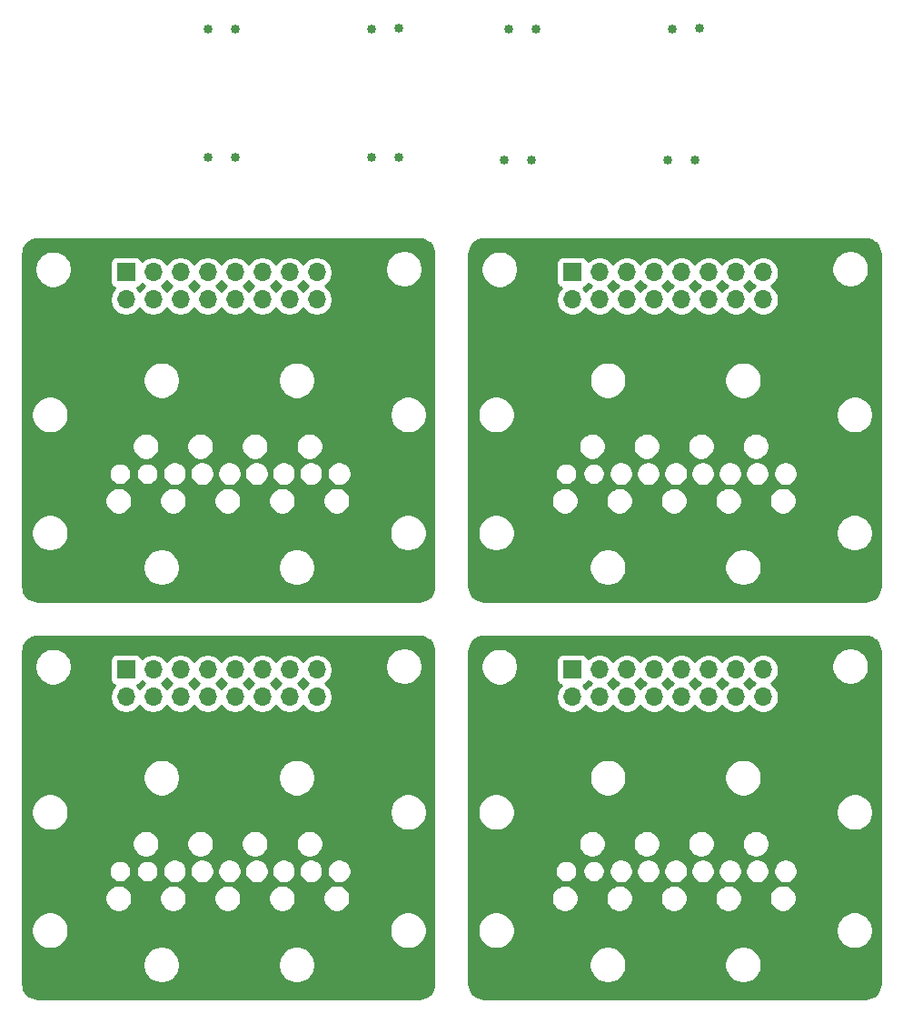
<source format=gtl>
%MOIN*%
%OFA0B0*%
%FSLAX46Y46*%
%IPPOS*%
%LPD*%
%ADD10C,0.033464566929133861*%
%ADD21C,0.033464566929133861*%
%ADD22O,0.066929133858267723X0.066929133858267723*%
%ADD23R,0.066929133858267723X0.066929133858267723*%
%ADD24C,0.01*%
%ADD25C,0.0039370078740157488*%
%ADD26O,0.066929133858267723X0.066929133858267723*%
%ADD27R,0.066929133858267723X0.066929133858267723*%
%ADD28C,0.01*%
%ADD29C,0.0039370078740157488*%
%ADD30O,0.066929133858267723X0.066929133858267723*%
%ADD31R,0.066929133858267723X0.066929133858267723*%
%ADD32C,0.01*%
%ADD33C,0.0039370078740157488*%
%ADD34O,0.066929133858267723X0.066929133858267723*%
%ADD35R,0.066929133858267723X0.066929133858267723*%
%ADD36C,0.01*%
%ADD37C,0.0039370078740157488*%
%ADD38C,0.033464566929133861*%
%ADD39C,0.033464566929133861*%
G01*
D10*
X-0004409448Y0004448818D02*
X0001405551Y0003107818D03*
X0000805551Y0003107318D03*
X0001305551Y0003107318D03*
X0000705551Y0003107318D03*
G04 next file*
G04 #@! TF.GenerationSoftware,KiCad,Pcbnew,(5.1.12)-1*
G04 #@! TF.CreationDate,2022-03-26T22:19:29+08:00*
G04 #@! TF.ProjectId,Nozzle,4e6f7a7a-6c65-42e6-9b69-6361645f7063,0.5*
G04 #@! TF.SameCoordinates,Original*
G04 #@! TF.FileFunction,Copper,L1,Top*
G04 #@! TF.FilePolarity,Positive*
G04 Gerber Fmt 4.6, Leading zero omitted, Abs format (unit mm)*
G04 Created by KiCad (PCBNEW (5.1.12)-1) date 2022-03-26 22:19:29*
G01*
G04 APERTURE LIST*
G04 #@! TA.AperFunction,ComponentPad*
G04 #@! TD*
G04 APERTURE END LIST*
D21*
X-0004409448Y0004921259D02*
X0001405551Y0003580259D03*
X0000805551Y0003579759D03*
X0001305551Y0003579759D03*
X0000705551Y0003579759D03*
G04 next file*
G04 #@! TF.GenerationSoftware,KiCad,Pcbnew,(5.1.12)-1*
G04 #@! TF.CreationDate,2022-03-29T12:16:14+08:00*
G04 #@! TF.ProjectId,Nozzle,4e6f7a7a-6c65-42e6-9b69-6361645f7063,Gen3.1a*
G04 #@! TF.SameCoordinates,Original*
G04 #@! TF.FileFunction,Copper,L1,Top*
G04 #@! TF.FilePolarity,Positive*
G04 Gerber Fmt 4.6, Leading zero omitted, Abs format (unit mm)*
G04 Created by KiCad (PCBNEW (5.1.12)-1) date 2022-03-29 12:16:14*
G01*
G04 APERTURE LIST*
G04 #@! TA.AperFunction,ComponentPad*
G04 #@! TD*
G04 #@! TA.AperFunction,ComponentPad*
G04 #@! TD*
G04 #@! TA.AperFunction,NonConductor*
G04 #@! TD*
G04 #@! TA.AperFunction,NonConductor*
G04 #@! TD*
G04 APERTURE END LIST*
D22*
X-0004656102Y0002990052D02*
X0001103897Y0001130052D03*
X0001103897Y0001230052D03*
X0001003897Y0001130052D03*
X0001003897Y0001230052D03*
X0000903897Y0001130052D03*
X0000903897Y0001230052D03*
X0000803897Y0001130052D03*
X0000803897Y0001230052D03*
X0000703897Y0001130052D03*
X0000703897Y0001230052D03*
X0000603897Y0001130052D03*
X0000603897Y0001230052D03*
X0000503897Y0001130052D03*
X0000503897Y0001230052D03*
X0000403897Y0001130052D03*
D23*
X0000403897Y0001230052D03*
D24*
X0001490446Y0001350842D02*
X0001500280Y0001347873D01*
X0001509349Y0001343051D01*
X0001517309Y0001336559D01*
X0001523857Y0001328644D01*
X0001528742Y0001319608D01*
X0001531780Y0001309796D01*
X0001532979Y0001298382D01*
X0001532979Y0000080010D01*
X0001531852Y0000068517D01*
X0001528884Y0000058683D01*
X0001524061Y0000049614D01*
X0001517569Y0000041654D01*
X0001509654Y0000035106D01*
X0001500619Y0000030221D01*
X0001490807Y0000027183D01*
X0001479393Y0000025984D01*
X0000080010Y0000025984D01*
X0000068517Y0000027111D01*
X0000058683Y0000030080D01*
X0000049614Y0000034902D01*
X0000041654Y0000041394D01*
X0000035106Y0000049309D01*
X0000030221Y0000058344D01*
X0000027183Y0000068157D01*
X0000025984Y0000079570D01*
X0000025984Y0000156279D01*
X0000465590Y0000156279D01*
X0000465590Y0000142824D01*
X0000468215Y0000129627D01*
X0000473365Y0000117196D01*
X0000480840Y0000106008D01*
X0000490354Y0000096494D01*
X0000501542Y0000089019D01*
X0000513973Y0000083870D01*
X0000527170Y0000081245D01*
X0000540625Y0000081245D01*
X0000553822Y0000083870D01*
X0000566253Y0000089019D01*
X0000577441Y0000096494D01*
X0000586955Y0000106008D01*
X0000594430Y0000117196D01*
X0000599580Y0000129627D01*
X0000602205Y0000142824D01*
X0000602205Y0000156279D01*
X0000962090Y0000156279D01*
X0000962090Y0000142824D01*
X0000964715Y0000129627D01*
X0000969865Y0000117196D01*
X0000977340Y0000106008D01*
X0000986854Y0000096494D01*
X0000998042Y0000089019D01*
X0001010473Y0000083870D01*
X0001023670Y0000081245D01*
X0001037125Y0000081245D01*
X0001050322Y0000083870D01*
X0001062753Y0000089019D01*
X0001073941Y0000096494D01*
X0001083455Y0000106008D01*
X0001090930Y0000117196D01*
X0001096080Y0000129627D01*
X0001098705Y0000142824D01*
X0001098705Y0000156279D01*
X0001096080Y0000169476D01*
X0001090930Y0000181907D01*
X0001083455Y0000193095D01*
X0001073941Y0000202609D01*
X0001062753Y0000210085D01*
X0001050322Y0000215234D01*
X0001037125Y0000217859D01*
X0001023670Y0000217859D01*
X0001010473Y0000215234D01*
X0000998042Y0000210085D01*
X0000986854Y0000202609D01*
X0000977340Y0000193095D01*
X0000969865Y0000181907D01*
X0000964715Y0000169476D01*
X0000962090Y0000156279D01*
X0000602205Y0000156279D01*
X0000599580Y0000169476D01*
X0000594430Y0000181907D01*
X0000586955Y0000193095D01*
X0000577441Y0000202609D01*
X0000566253Y0000210085D01*
X0000553822Y0000215234D01*
X0000540625Y0000217859D01*
X0000527170Y0000217859D01*
X0000513973Y0000215234D01*
X0000501542Y0000210085D01*
X0000490354Y0000202609D01*
X0000480840Y0000193095D01*
X0000473365Y0000181907D01*
X0000468215Y0000169476D01*
X0000465590Y0000156279D01*
X0000025984Y0000156279D01*
X0000025984Y0000282279D01*
X0000056590Y0000282279D01*
X0000056590Y0000268824D01*
X0000059215Y0000255627D01*
X0000064365Y0000243196D01*
X0000071840Y0000232008D01*
X0000081354Y0000222494D01*
X0000092542Y0000215019D01*
X0000104973Y0000209870D01*
X0000118170Y0000207245D01*
X0000131625Y0000207245D01*
X0000144822Y0000209870D01*
X0000157253Y0000215019D01*
X0000168441Y0000222494D01*
X0000177955Y0000232008D01*
X0000185430Y0000243196D01*
X0000190580Y0000255627D01*
X0000193205Y0000268824D01*
X0000193205Y0000282279D01*
X0001371090Y0000282279D01*
X0001371090Y0000268824D01*
X0001373715Y0000255627D01*
X0001378865Y0000243196D01*
X0001386340Y0000232008D01*
X0001395854Y0000222494D01*
X0001407042Y0000215019D01*
X0001419473Y0000209870D01*
X0001432670Y0000207245D01*
X0001446125Y0000207245D01*
X0001459322Y0000209870D01*
X0001471753Y0000215019D01*
X0001482941Y0000222494D01*
X0001492455Y0000232008D01*
X0001499930Y0000243196D01*
X0001505080Y0000255627D01*
X0001507705Y0000268824D01*
X0001507705Y0000282279D01*
X0001505080Y0000295476D01*
X0001499930Y0000307907D01*
X0001492455Y0000319095D01*
X0001482941Y0000328609D01*
X0001471753Y0000336085D01*
X0001459322Y0000341234D01*
X0001446125Y0000343859D01*
X0001432670Y0000343859D01*
X0001419473Y0000341234D01*
X0001407042Y0000336085D01*
X0001395854Y0000328609D01*
X0001386340Y0000319095D01*
X0001378865Y0000307907D01*
X0001373715Y0000295476D01*
X0001371090Y0000282279D01*
X0000193205Y0000282279D01*
X0000190580Y0000295476D01*
X0000185430Y0000307907D01*
X0000177955Y0000319095D01*
X0000168441Y0000328609D01*
X0000157253Y0000336085D01*
X0000144822Y0000341234D01*
X0000131625Y0000343859D01*
X0000118170Y0000343859D01*
X0000104973Y0000341234D01*
X0000092542Y0000336085D01*
X0000081354Y0000328609D01*
X0000071840Y0000319095D01*
X0000064365Y0000307907D01*
X0000059215Y0000295476D01*
X0000056590Y0000282279D01*
X0000025984Y0000282279D01*
X0000025984Y0000396976D01*
X0000326897Y0000396976D01*
X0000326897Y0000387127D01*
X0000328819Y0000377467D01*
X0000332588Y0000368368D01*
X0000338060Y0000360179D01*
X0000345024Y0000353214D01*
X0000353214Y0000347742D01*
X0000362313Y0000343973D01*
X0000371973Y0000342052D01*
X0000381822Y0000342052D01*
X0000391482Y0000343973D01*
X0000400581Y0000347742D01*
X0000408771Y0000353214D01*
X0000415735Y0000360179D01*
X0000421207Y0000368368D01*
X0000424976Y0000377467D01*
X0000426897Y0000387127D01*
X0000426897Y0000396976D01*
X0000526897Y0000396976D01*
X0000526897Y0000387127D01*
X0000528819Y0000377467D01*
X0000532588Y0000368368D01*
X0000538060Y0000360179D01*
X0000545024Y0000353214D01*
X0000553214Y0000347742D01*
X0000562313Y0000343973D01*
X0000571973Y0000342052D01*
X0000581822Y0000342052D01*
X0000591482Y0000343973D01*
X0000600581Y0000347742D01*
X0000608771Y0000353214D01*
X0000615735Y0000360179D01*
X0000621207Y0000368368D01*
X0000624976Y0000377467D01*
X0000626897Y0000387127D01*
X0000626897Y0000396976D01*
X0000726897Y0000396976D01*
X0000726897Y0000387127D01*
X0000728819Y0000377467D01*
X0000732588Y0000368368D01*
X0000738060Y0000360179D01*
X0000745024Y0000353214D01*
X0000753214Y0000347742D01*
X0000762313Y0000343973D01*
X0000771973Y0000342052D01*
X0000781822Y0000342052D01*
X0000791482Y0000343973D01*
X0000800581Y0000347742D01*
X0000808771Y0000353214D01*
X0000815735Y0000360179D01*
X0000821207Y0000368368D01*
X0000824976Y0000377467D01*
X0000826897Y0000387127D01*
X0000826897Y0000396976D01*
X0000926897Y0000396976D01*
X0000926897Y0000387127D01*
X0000928819Y0000377467D01*
X0000932588Y0000368368D01*
X0000938060Y0000360179D01*
X0000945024Y0000353214D01*
X0000953214Y0000347742D01*
X0000962313Y0000343973D01*
X0000971973Y0000342052D01*
X0000981822Y0000342052D01*
X0000991482Y0000343973D01*
X0001000581Y0000347742D01*
X0001008771Y0000353214D01*
X0001015735Y0000360179D01*
X0001021207Y0000368368D01*
X0001024976Y0000377467D01*
X0001026897Y0000387127D01*
X0001026897Y0000396976D01*
X0001026699Y0000397976D01*
X0001126897Y0000397976D01*
X0001126897Y0000388127D01*
X0001128819Y0000378467D01*
X0001132588Y0000369368D01*
X0001138060Y0000361179D01*
X0001145024Y0000354214D01*
X0001153214Y0000348742D01*
X0001162313Y0000344973D01*
X0001171973Y0000343052D01*
X0001181822Y0000343052D01*
X0001191482Y0000344973D01*
X0001200581Y0000348742D01*
X0001208771Y0000354214D01*
X0001215735Y0000361179D01*
X0001221207Y0000369368D01*
X0001224976Y0000378467D01*
X0001226897Y0000388127D01*
X0001226897Y0000397976D01*
X0001224976Y0000407636D01*
X0001221207Y0000416736D01*
X0001215735Y0000424925D01*
X0001208771Y0000431889D01*
X0001200581Y0000437361D01*
X0001191482Y0000441130D01*
X0001181822Y0000443052D01*
X0001171973Y0000443052D01*
X0001162313Y0000441130D01*
X0001153214Y0000437361D01*
X0001145024Y0000431889D01*
X0001138060Y0000424925D01*
X0001132588Y0000416736D01*
X0001128819Y0000407636D01*
X0001126897Y0000397976D01*
X0001026699Y0000397976D01*
X0001024976Y0000406636D01*
X0001021207Y0000415736D01*
X0001015735Y0000423925D01*
X0001008771Y0000430889D01*
X0001000581Y0000436361D01*
X0000991482Y0000440130D01*
X0000981822Y0000442052D01*
X0000971973Y0000442052D01*
X0000962313Y0000440130D01*
X0000953214Y0000436361D01*
X0000945024Y0000430889D01*
X0000938060Y0000423925D01*
X0000932588Y0000415736D01*
X0000928819Y0000406636D01*
X0000926897Y0000396976D01*
X0000826897Y0000396976D01*
X0000824976Y0000406636D01*
X0000821207Y0000415736D01*
X0000815735Y0000423925D01*
X0000808771Y0000430889D01*
X0000800581Y0000436361D01*
X0000791482Y0000440130D01*
X0000781822Y0000442052D01*
X0000771973Y0000442052D01*
X0000762313Y0000440130D01*
X0000753214Y0000436361D01*
X0000745024Y0000430889D01*
X0000738060Y0000423925D01*
X0000732588Y0000415736D01*
X0000728819Y0000406636D01*
X0000726897Y0000396976D01*
X0000626897Y0000396976D01*
X0000624976Y0000406636D01*
X0000621207Y0000415736D01*
X0000615735Y0000423925D01*
X0000608771Y0000430889D01*
X0000600581Y0000436361D01*
X0000591482Y0000440130D01*
X0000581822Y0000442052D01*
X0000571973Y0000442052D01*
X0000562313Y0000440130D01*
X0000553214Y0000436361D01*
X0000545024Y0000430889D01*
X0000538060Y0000423925D01*
X0000532588Y0000415736D01*
X0000528819Y0000406636D01*
X0000526897Y0000396976D01*
X0000426897Y0000396976D01*
X0000424976Y0000406636D01*
X0000421207Y0000415736D01*
X0000415735Y0000423925D01*
X0000408771Y0000430889D01*
X0000400581Y0000436361D01*
X0000391482Y0000440130D01*
X0000381822Y0000442052D01*
X0000371973Y0000442052D01*
X0000362313Y0000440130D01*
X0000353214Y0000436361D01*
X0000345024Y0000430889D01*
X0000338060Y0000423925D01*
X0000332588Y0000415736D01*
X0000328819Y0000406636D01*
X0000326897Y0000396976D01*
X0000025984Y0000396976D01*
X0000025984Y0000496065D01*
X0000341149Y0000496065D01*
X0000341149Y0000488038D01*
X0000342715Y0000480166D01*
X0000345787Y0000472750D01*
X0000350246Y0000466076D01*
X0000355922Y0000460401D01*
X0000362596Y0000455941D01*
X0000370012Y0000452870D01*
X0000377884Y0000451304D01*
X0000385911Y0000451304D01*
X0000393783Y0000452870D01*
X0000401199Y0000455941D01*
X0000407873Y0000460401D01*
X0000413549Y0000466076D01*
X0000418008Y0000472750D01*
X0000421080Y0000480166D01*
X0000422645Y0000488038D01*
X0000422645Y0000496065D01*
X0000441649Y0000496065D01*
X0000441649Y0000488038D01*
X0000443215Y0000480166D01*
X0000446287Y0000472750D01*
X0000450746Y0000466076D01*
X0000456422Y0000460401D01*
X0000463096Y0000455941D01*
X0000470512Y0000452870D01*
X0000478384Y0000451304D01*
X0000486411Y0000451304D01*
X0000494283Y0000452870D01*
X0000501699Y0000455941D01*
X0000508373Y0000460401D01*
X0000514049Y0000466076D01*
X0000518508Y0000472750D01*
X0000521580Y0000480166D01*
X0000523145Y0000488038D01*
X0000523145Y0000496065D01*
X0000523068Y0000496453D01*
X0000537712Y0000496453D01*
X0000537712Y0000487651D01*
X0000539430Y0000479018D01*
X0000542798Y0000470885D01*
X0000547688Y0000463567D01*
X0000553912Y0000457343D01*
X0000561231Y0000452452D01*
X0000569363Y0000449084D01*
X0000577996Y0000447367D01*
X0000586799Y0000447367D01*
X0000595432Y0000449084D01*
X0000603564Y0000452452D01*
X0000610882Y0000457343D01*
X0000617107Y0000463567D01*
X0000621997Y0000470885D01*
X0000625365Y0000479018D01*
X0000627082Y0000487651D01*
X0000627082Y0000496453D01*
X0000638212Y0000496453D01*
X0000638212Y0000487651D01*
X0000639930Y0000479018D01*
X0000643298Y0000470885D01*
X0000648188Y0000463567D01*
X0000654412Y0000457343D01*
X0000661731Y0000452452D01*
X0000669863Y0000449084D01*
X0000678496Y0000447367D01*
X0000687299Y0000447367D01*
X0000695932Y0000449084D01*
X0000704064Y0000452452D01*
X0000711382Y0000457343D01*
X0000717607Y0000463567D01*
X0000722497Y0000470885D01*
X0000725865Y0000479018D01*
X0000727582Y0000487651D01*
X0000727582Y0000496453D01*
X0000738712Y0000496453D01*
X0000738712Y0000487651D01*
X0000740430Y0000479018D01*
X0000743798Y0000470885D01*
X0000748688Y0000463567D01*
X0000754912Y0000457343D01*
X0000762231Y0000452452D01*
X0000770363Y0000449084D01*
X0000778996Y0000447367D01*
X0000787799Y0000447367D01*
X0000796432Y0000449084D01*
X0000804564Y0000452452D01*
X0000811882Y0000457343D01*
X0000818107Y0000463567D01*
X0000822997Y0000470885D01*
X0000826365Y0000479018D01*
X0000828082Y0000487651D01*
X0000828082Y0000496453D01*
X0000838212Y0000496453D01*
X0000838212Y0000487651D01*
X0000839930Y0000479018D01*
X0000843298Y0000470885D01*
X0000848188Y0000463567D01*
X0000854412Y0000457343D01*
X0000861731Y0000452452D01*
X0000869863Y0000449084D01*
X0000878496Y0000447367D01*
X0000887299Y0000447367D01*
X0000895932Y0000449084D01*
X0000904064Y0000452452D01*
X0000911382Y0000457343D01*
X0000917607Y0000463567D01*
X0000922497Y0000470885D01*
X0000925865Y0000479018D01*
X0000927582Y0000487651D01*
X0000927582Y0000496453D01*
X0000937712Y0000496453D01*
X0000937712Y0000487651D01*
X0000939430Y0000479018D01*
X0000942798Y0000470885D01*
X0000947688Y0000463567D01*
X0000953912Y0000457343D01*
X0000961231Y0000452452D01*
X0000969363Y0000449084D01*
X0000977996Y0000447367D01*
X0000986799Y0000447367D01*
X0000995432Y0000449084D01*
X0001003564Y0000452452D01*
X0001010882Y0000457343D01*
X0001017107Y0000463567D01*
X0001021997Y0000470885D01*
X0001025365Y0000479018D01*
X0001027082Y0000487651D01*
X0001027082Y0000496453D01*
X0001037712Y0000496453D01*
X0001037712Y0000487651D01*
X0001039430Y0000479018D01*
X0001042798Y0000470885D01*
X0001047688Y0000463567D01*
X0001053912Y0000457343D01*
X0001061231Y0000452452D01*
X0001069363Y0000449084D01*
X0001077996Y0000447367D01*
X0001086799Y0000447367D01*
X0001095432Y0000449084D01*
X0001103564Y0000452452D01*
X0001110882Y0000457343D01*
X0001117107Y0000463567D01*
X0001121997Y0000470885D01*
X0001125365Y0000479018D01*
X0001127082Y0000487651D01*
X0001127082Y0000496453D01*
X0001141212Y0000496453D01*
X0001141212Y0000487651D01*
X0001142930Y0000479018D01*
X0001146298Y0000470885D01*
X0001151188Y0000463567D01*
X0001157412Y0000457343D01*
X0001164731Y0000452452D01*
X0001172863Y0000449084D01*
X0001181496Y0000447367D01*
X0001190299Y0000447367D01*
X0001198932Y0000449084D01*
X0001207064Y0000452452D01*
X0001214382Y0000457343D01*
X0001220607Y0000463567D01*
X0001225497Y0000470885D01*
X0001228865Y0000479018D01*
X0001230582Y0000487651D01*
X0001230582Y0000496453D01*
X0001228865Y0000505086D01*
X0001225497Y0000513218D01*
X0001220607Y0000520537D01*
X0001214382Y0000526761D01*
X0001207064Y0000531651D01*
X0001198932Y0000535020D01*
X0001190299Y0000536737D01*
X0001181496Y0000536737D01*
X0001172863Y0000535020D01*
X0001164731Y0000531651D01*
X0001157412Y0000526761D01*
X0001151188Y0000520537D01*
X0001146298Y0000513218D01*
X0001142930Y0000505086D01*
X0001141212Y0000496453D01*
X0001127082Y0000496453D01*
X0001125365Y0000505086D01*
X0001121997Y0000513218D01*
X0001117107Y0000520537D01*
X0001110882Y0000526761D01*
X0001103564Y0000531651D01*
X0001095432Y0000535020D01*
X0001086799Y0000536737D01*
X0001077996Y0000536737D01*
X0001069363Y0000535020D01*
X0001061231Y0000531651D01*
X0001053912Y0000526761D01*
X0001047688Y0000520537D01*
X0001042798Y0000513218D01*
X0001039430Y0000505086D01*
X0001037712Y0000496453D01*
X0001027082Y0000496453D01*
X0001025365Y0000505086D01*
X0001021997Y0000513218D01*
X0001017107Y0000520537D01*
X0001010882Y0000526761D01*
X0001003564Y0000531651D01*
X0000995432Y0000535020D01*
X0000986799Y0000536737D01*
X0000977996Y0000536737D01*
X0000969363Y0000535020D01*
X0000961231Y0000531651D01*
X0000953912Y0000526761D01*
X0000947688Y0000520537D01*
X0000942798Y0000513218D01*
X0000939430Y0000505086D01*
X0000937712Y0000496453D01*
X0000927582Y0000496453D01*
X0000925865Y0000505086D01*
X0000922497Y0000513218D01*
X0000917607Y0000520537D01*
X0000911382Y0000526761D01*
X0000904064Y0000531651D01*
X0000895932Y0000535020D01*
X0000887299Y0000536737D01*
X0000878496Y0000536737D01*
X0000869863Y0000535020D01*
X0000861731Y0000531651D01*
X0000854412Y0000526761D01*
X0000848188Y0000520537D01*
X0000843298Y0000513218D01*
X0000839930Y0000505086D01*
X0000838212Y0000496453D01*
X0000828082Y0000496453D01*
X0000826365Y0000505086D01*
X0000822997Y0000513218D01*
X0000818107Y0000520537D01*
X0000811882Y0000526761D01*
X0000804564Y0000531651D01*
X0000796432Y0000535020D01*
X0000787799Y0000536737D01*
X0000778996Y0000536737D01*
X0000770363Y0000535020D01*
X0000762231Y0000531651D01*
X0000754912Y0000526761D01*
X0000748688Y0000520537D01*
X0000743798Y0000513218D01*
X0000740430Y0000505086D01*
X0000738712Y0000496453D01*
X0000727582Y0000496453D01*
X0000725865Y0000505086D01*
X0000722497Y0000513218D01*
X0000717607Y0000520537D01*
X0000711382Y0000526761D01*
X0000704064Y0000531651D01*
X0000695932Y0000535020D01*
X0000687299Y0000536737D01*
X0000678496Y0000536737D01*
X0000669863Y0000535020D01*
X0000661731Y0000531651D01*
X0000654412Y0000526761D01*
X0000648188Y0000520537D01*
X0000643298Y0000513218D01*
X0000639930Y0000505086D01*
X0000638212Y0000496453D01*
X0000627082Y0000496453D01*
X0000625365Y0000505086D01*
X0000621997Y0000513218D01*
X0000617107Y0000520537D01*
X0000610882Y0000526761D01*
X0000603564Y0000531651D01*
X0000595432Y0000535020D01*
X0000586799Y0000536737D01*
X0000577996Y0000536737D01*
X0000569363Y0000535020D01*
X0000561231Y0000531651D01*
X0000553912Y0000526761D01*
X0000547688Y0000520537D01*
X0000542798Y0000513218D01*
X0000539430Y0000505086D01*
X0000537712Y0000496453D01*
X0000523068Y0000496453D01*
X0000521580Y0000503937D01*
X0000518508Y0000511353D01*
X0000514049Y0000518027D01*
X0000508373Y0000523703D01*
X0000501699Y0000528162D01*
X0000494283Y0000531234D01*
X0000486411Y0000532800D01*
X0000478384Y0000532800D01*
X0000470512Y0000531234D01*
X0000463096Y0000528162D01*
X0000456422Y0000523703D01*
X0000450746Y0000518027D01*
X0000446287Y0000511353D01*
X0000443215Y0000503937D01*
X0000441649Y0000496065D01*
X0000422645Y0000496065D01*
X0000421080Y0000503937D01*
X0000418008Y0000511353D01*
X0000413549Y0000518027D01*
X0000407873Y0000523703D01*
X0000401199Y0000528162D01*
X0000393783Y0000531234D01*
X0000385911Y0000532800D01*
X0000377884Y0000532800D01*
X0000370012Y0000531234D01*
X0000362596Y0000528162D01*
X0000355922Y0000523703D01*
X0000350246Y0000518027D01*
X0000345787Y0000511353D01*
X0000342715Y0000503937D01*
X0000341149Y0000496065D01*
X0000025984Y0000496065D01*
X0000025984Y0000596976D01*
X0000426897Y0000596976D01*
X0000426897Y0000587127D01*
X0000428819Y0000577467D01*
X0000432588Y0000568368D01*
X0000438060Y0000560179D01*
X0000445024Y0000553214D01*
X0000453214Y0000547742D01*
X0000462313Y0000543973D01*
X0000471973Y0000542052D01*
X0000481822Y0000542052D01*
X0000491482Y0000543973D01*
X0000500581Y0000547742D01*
X0000508771Y0000553214D01*
X0000515735Y0000560179D01*
X0000521207Y0000568368D01*
X0000524976Y0000577467D01*
X0000526897Y0000587127D01*
X0000526897Y0000596976D01*
X0000626897Y0000596976D01*
X0000626897Y0000587127D01*
X0000628819Y0000577467D01*
X0000632588Y0000568368D01*
X0000638060Y0000560179D01*
X0000645024Y0000553214D01*
X0000653214Y0000547742D01*
X0000662313Y0000543973D01*
X0000671973Y0000542052D01*
X0000681822Y0000542052D01*
X0000691482Y0000543973D01*
X0000700581Y0000547742D01*
X0000708771Y0000553214D01*
X0000715735Y0000560179D01*
X0000721207Y0000568368D01*
X0000724976Y0000577467D01*
X0000726897Y0000587127D01*
X0000726897Y0000596976D01*
X0000826897Y0000596976D01*
X0000826897Y0000587127D01*
X0000828819Y0000577467D01*
X0000832588Y0000568368D01*
X0000838060Y0000560179D01*
X0000845024Y0000553214D01*
X0000853214Y0000547742D01*
X0000862313Y0000543973D01*
X0000871973Y0000542052D01*
X0000881822Y0000542052D01*
X0000891482Y0000543973D01*
X0000900581Y0000547742D01*
X0000908771Y0000553214D01*
X0000915735Y0000560179D01*
X0000921207Y0000568368D01*
X0000924976Y0000577467D01*
X0000926897Y0000587127D01*
X0000926897Y0000596976D01*
X0001027397Y0000596976D01*
X0001027397Y0000587127D01*
X0001029319Y0000577467D01*
X0001033088Y0000568368D01*
X0001038560Y0000560179D01*
X0001045524Y0000553214D01*
X0001053714Y0000547742D01*
X0001062813Y0000543973D01*
X0001072473Y0000542052D01*
X0001082322Y0000542052D01*
X0001091982Y0000543973D01*
X0001101081Y0000547742D01*
X0001109271Y0000553214D01*
X0001116235Y0000560179D01*
X0001121707Y0000568368D01*
X0001125476Y0000577467D01*
X0001127397Y0000587127D01*
X0001127397Y0000596976D01*
X0001125476Y0000606636D01*
X0001121707Y0000615736D01*
X0001116235Y0000623925D01*
X0001109271Y0000630889D01*
X0001101081Y0000636361D01*
X0001091982Y0000640130D01*
X0001082322Y0000642052D01*
X0001072473Y0000642052D01*
X0001062813Y0000640130D01*
X0001053714Y0000636361D01*
X0001045524Y0000630889D01*
X0001038560Y0000623925D01*
X0001033088Y0000615736D01*
X0001029319Y0000606636D01*
X0001027397Y0000596976D01*
X0000926897Y0000596976D01*
X0000924976Y0000606636D01*
X0000921207Y0000615736D01*
X0000915735Y0000623925D01*
X0000908771Y0000630889D01*
X0000900581Y0000636361D01*
X0000891482Y0000640130D01*
X0000881822Y0000642052D01*
X0000871973Y0000642052D01*
X0000862313Y0000640130D01*
X0000853214Y0000636361D01*
X0000845024Y0000630889D01*
X0000838060Y0000623925D01*
X0000832588Y0000615736D01*
X0000828819Y0000606636D01*
X0000826897Y0000596976D01*
X0000726897Y0000596976D01*
X0000724976Y0000606636D01*
X0000721207Y0000615736D01*
X0000715735Y0000623925D01*
X0000708771Y0000630889D01*
X0000700581Y0000636361D01*
X0000691482Y0000640130D01*
X0000681822Y0000642052D01*
X0000671973Y0000642052D01*
X0000662313Y0000640130D01*
X0000653214Y0000636361D01*
X0000645024Y0000630889D01*
X0000638060Y0000623925D01*
X0000632588Y0000615736D01*
X0000628819Y0000606636D01*
X0000626897Y0000596976D01*
X0000526897Y0000596976D01*
X0000524976Y0000606636D01*
X0000521207Y0000615736D01*
X0000515735Y0000623925D01*
X0000508771Y0000630889D01*
X0000500581Y0000636361D01*
X0000491482Y0000640130D01*
X0000481822Y0000642052D01*
X0000471973Y0000642052D01*
X0000462313Y0000640130D01*
X0000453214Y0000636361D01*
X0000445024Y0000630889D01*
X0000438060Y0000623925D01*
X0000432588Y0000615736D01*
X0000428819Y0000606636D01*
X0000426897Y0000596976D01*
X0000025984Y0000596976D01*
X0000025984Y0000715279D01*
X0000056590Y0000715279D01*
X0000056590Y0000701824D01*
X0000059215Y0000688627D01*
X0000064365Y0000676196D01*
X0000071840Y0000665008D01*
X0000081354Y0000655494D01*
X0000092542Y0000648019D01*
X0000104973Y0000642870D01*
X0000118170Y0000640245D01*
X0000131625Y0000640245D01*
X0000144822Y0000642870D01*
X0000157253Y0000648019D01*
X0000168441Y0000655494D01*
X0000177955Y0000665008D01*
X0000185430Y0000676196D01*
X0000190580Y0000688627D01*
X0000193205Y0000701824D01*
X0000193205Y0000715279D01*
X0001371590Y0000715279D01*
X0001371590Y0000701824D01*
X0001374215Y0000688627D01*
X0001379365Y0000676196D01*
X0001386840Y0000665008D01*
X0001396354Y0000655494D01*
X0001407542Y0000648019D01*
X0001419973Y0000642870D01*
X0001433170Y0000640245D01*
X0001446625Y0000640245D01*
X0001459822Y0000642870D01*
X0001472253Y0000648019D01*
X0001483441Y0000655494D01*
X0001492955Y0000665008D01*
X0001500430Y0000676196D01*
X0001505580Y0000688627D01*
X0001508205Y0000701824D01*
X0001508205Y0000715279D01*
X0001505580Y0000728476D01*
X0001500430Y0000740907D01*
X0001492955Y0000752095D01*
X0001483441Y0000761609D01*
X0001472253Y0000769085D01*
X0001459822Y0000774234D01*
X0001446625Y0000776859D01*
X0001433170Y0000776859D01*
X0001419973Y0000774234D01*
X0001407542Y0000769085D01*
X0001396354Y0000761609D01*
X0001386840Y0000752095D01*
X0001379365Y0000740907D01*
X0001374215Y0000728476D01*
X0001371590Y0000715279D01*
X0000193205Y0000715279D01*
X0000190580Y0000728476D01*
X0000185430Y0000740907D01*
X0000177955Y0000752095D01*
X0000168441Y0000761609D01*
X0000157253Y0000769085D01*
X0000144822Y0000774234D01*
X0000131625Y0000776859D01*
X0000118170Y0000776859D01*
X0000104973Y0000774234D01*
X0000092542Y0000769085D01*
X0000081354Y0000761609D01*
X0000071840Y0000752095D01*
X0000064365Y0000740907D01*
X0000059215Y0000728476D01*
X0000056590Y0000715279D01*
X0000025984Y0000715279D01*
X0000025984Y0000841279D01*
X0000466090Y0000841279D01*
X0000466090Y0000827824D01*
X0000468715Y0000814627D01*
X0000473865Y0000802196D01*
X0000481340Y0000791008D01*
X0000490854Y0000781494D01*
X0000502042Y0000774019D01*
X0000514473Y0000768870D01*
X0000527670Y0000766245D01*
X0000541125Y0000766245D01*
X0000554322Y0000768870D01*
X0000566753Y0000774019D01*
X0000577941Y0000781494D01*
X0000587455Y0000791008D01*
X0000594930Y0000802196D01*
X0000600080Y0000814627D01*
X0000602705Y0000827824D01*
X0000602705Y0000841279D01*
X0000962090Y0000841279D01*
X0000962090Y0000827824D01*
X0000964715Y0000814627D01*
X0000969865Y0000802196D01*
X0000977340Y0000791008D01*
X0000986854Y0000781494D01*
X0000998042Y0000774019D01*
X0001010473Y0000768870D01*
X0001023670Y0000766245D01*
X0001037125Y0000766245D01*
X0001050322Y0000768870D01*
X0001062753Y0000774019D01*
X0001073941Y0000781494D01*
X0001083455Y0000791008D01*
X0001090930Y0000802196D01*
X0001096080Y0000814627D01*
X0001098705Y0000827824D01*
X0001098705Y0000841279D01*
X0001096080Y0000854476D01*
X0001090930Y0000866907D01*
X0001083455Y0000878095D01*
X0001073941Y0000887609D01*
X0001062753Y0000895085D01*
X0001050322Y0000900234D01*
X0001037125Y0000902859D01*
X0001023670Y0000902859D01*
X0001010473Y0000900234D01*
X0000998042Y0000895085D01*
X0000986854Y0000887609D01*
X0000977340Y0000878095D01*
X0000969865Y0000866907D01*
X0000964715Y0000854476D01*
X0000962090Y0000841279D01*
X0000602705Y0000841279D01*
X0000600080Y0000854476D01*
X0000594930Y0000866907D01*
X0000587455Y0000878095D01*
X0000577941Y0000887609D01*
X0000566753Y0000895085D01*
X0000554322Y0000900234D01*
X0000541125Y0000902859D01*
X0000527670Y0000902859D01*
X0000514473Y0000900234D01*
X0000502042Y0000895085D01*
X0000490854Y0000887609D01*
X0000481340Y0000878095D01*
X0000473865Y0000866907D01*
X0000468715Y0000854476D01*
X0000466090Y0000841279D01*
X0000025984Y0000841279D01*
X0000025984Y0001247779D01*
X0000068590Y0001247779D01*
X0000068590Y0001234324D01*
X0000071215Y0001221127D01*
X0000076365Y0001208696D01*
X0000083840Y0001197508D01*
X0000093354Y0001187994D01*
X0000104542Y0001180519D01*
X0000116973Y0001175370D01*
X0000130170Y0001172745D01*
X0000143625Y0001172745D01*
X0000156822Y0001175370D01*
X0000169253Y0001180519D01*
X0000180441Y0001187994D01*
X0000189955Y0001197508D01*
X0000197430Y0001208696D01*
X0000202580Y0001221127D01*
X0000205205Y0001234324D01*
X0000205205Y0001247779D01*
X0000202580Y0001260976D01*
X0000201527Y0001263516D01*
X0000345312Y0001263516D01*
X0000345312Y0001196587D01*
X0000345795Y0001191686D01*
X0000347224Y0001186974D01*
X0000349546Y0001182631D01*
X0000352670Y0001178824D01*
X0000356476Y0001175700D01*
X0000360820Y0001173378D01*
X0000363676Y0001172512D01*
X0000358485Y0001167321D01*
X0000352087Y0001157745D01*
X0000347680Y0001147105D01*
X0000345433Y0001135810D01*
X0000345433Y0001124293D01*
X0000347680Y0001112998D01*
X0000352087Y0001102358D01*
X0000358485Y0001092783D01*
X0000366628Y0001084639D01*
X0000376204Y0001078241D01*
X0000386844Y0001073834D01*
X0000398139Y0001071587D01*
X0000409656Y0001071587D01*
X0000420951Y0001073834D01*
X0000431591Y0001078241D01*
X0000441166Y0001084639D01*
X0000449310Y0001092783D01*
X0000453897Y0001099649D01*
X0000458485Y0001092783D01*
X0000466628Y0001084639D01*
X0000476204Y0001078241D01*
X0000486844Y0001073834D01*
X0000498139Y0001071587D01*
X0000509656Y0001071587D01*
X0000520951Y0001073834D01*
X0000531591Y0001078241D01*
X0000541166Y0001084639D01*
X0000549310Y0001092783D01*
X0000553897Y0001099649D01*
X0000558485Y0001092783D01*
X0000566628Y0001084639D01*
X0000576204Y0001078241D01*
X0000586844Y0001073834D01*
X0000598139Y0001071587D01*
X0000609656Y0001071587D01*
X0000620951Y0001073834D01*
X0000631591Y0001078241D01*
X0000641166Y0001084639D01*
X0000649310Y0001092783D01*
X0000653897Y0001099649D01*
X0000658485Y0001092783D01*
X0000666628Y0001084639D01*
X0000676204Y0001078241D01*
X0000686844Y0001073834D01*
X0000698139Y0001071587D01*
X0000709656Y0001071587D01*
X0000720951Y0001073834D01*
X0000731591Y0001078241D01*
X0000741166Y0001084639D01*
X0000749310Y0001092783D01*
X0000753897Y0001099649D01*
X0000758485Y0001092783D01*
X0000766628Y0001084639D01*
X0000776204Y0001078241D01*
X0000786844Y0001073834D01*
X0000798139Y0001071587D01*
X0000809656Y0001071587D01*
X0000820951Y0001073834D01*
X0000831591Y0001078241D01*
X0000841166Y0001084639D01*
X0000849310Y0001092783D01*
X0000853897Y0001099649D01*
X0000858485Y0001092783D01*
X0000866628Y0001084639D01*
X0000876204Y0001078241D01*
X0000886844Y0001073834D01*
X0000898139Y0001071587D01*
X0000909656Y0001071587D01*
X0000920951Y0001073834D01*
X0000931591Y0001078241D01*
X0000941166Y0001084639D01*
X0000949310Y0001092783D01*
X0000953897Y0001099649D01*
X0000958485Y0001092783D01*
X0000966628Y0001084639D01*
X0000976204Y0001078241D01*
X0000986844Y0001073834D01*
X0000998139Y0001071587D01*
X0001009656Y0001071587D01*
X0001020951Y0001073834D01*
X0001031591Y0001078241D01*
X0001041166Y0001084639D01*
X0001049310Y0001092783D01*
X0001053897Y0001099649D01*
X0001058485Y0001092783D01*
X0001066628Y0001084639D01*
X0001076204Y0001078241D01*
X0001086844Y0001073834D01*
X0001098139Y0001071587D01*
X0001109656Y0001071587D01*
X0001120951Y0001073834D01*
X0001131591Y0001078241D01*
X0001141166Y0001084639D01*
X0001149310Y0001092783D01*
X0001155708Y0001102358D01*
X0001160115Y0001112998D01*
X0001162362Y0001124293D01*
X0001162362Y0001135810D01*
X0001160115Y0001147105D01*
X0001155708Y0001157745D01*
X0001149310Y0001167321D01*
X0001141166Y0001175464D01*
X0001134301Y0001180052D01*
X0001141166Y0001184639D01*
X0001149310Y0001192783D01*
X0001155708Y0001202358D01*
X0001160115Y0001212998D01*
X0001162362Y0001224293D01*
X0001162362Y0001235810D01*
X0001160115Y0001247105D01*
X0001159008Y0001249779D01*
X0001355590Y0001249779D01*
X0001355590Y0001236324D01*
X0001358215Y0001223127D01*
X0001363365Y0001210696D01*
X0001370840Y0001199508D01*
X0001380354Y0001189994D01*
X0001391542Y0001182519D01*
X0001403973Y0001177370D01*
X0001417170Y0001174745D01*
X0001430625Y0001174745D01*
X0001443822Y0001177370D01*
X0001456253Y0001182519D01*
X0001467441Y0001189994D01*
X0001476955Y0001199508D01*
X0001484430Y0001210696D01*
X0001489580Y0001223127D01*
X0001492205Y0001236324D01*
X0001492205Y0001249779D01*
X0001489580Y0001262976D01*
X0001484430Y0001275407D01*
X0001476955Y0001286595D01*
X0001467441Y0001296109D01*
X0001456253Y0001303585D01*
X0001443822Y0001308734D01*
X0001430625Y0001311359D01*
X0001417170Y0001311359D01*
X0001403973Y0001308734D01*
X0001391542Y0001303585D01*
X0001380354Y0001296109D01*
X0001370840Y0001286595D01*
X0001363365Y0001275407D01*
X0001358215Y0001262976D01*
X0001355590Y0001249779D01*
X0001159008Y0001249779D01*
X0001155708Y0001257745D01*
X0001149310Y0001267321D01*
X0001141166Y0001275464D01*
X0001131591Y0001281862D01*
X0001120951Y0001286270D01*
X0001109656Y0001288516D01*
X0001098139Y0001288516D01*
X0001086844Y0001286270D01*
X0001076204Y0001281862D01*
X0001066628Y0001275464D01*
X0001058485Y0001267321D01*
X0001053897Y0001260455D01*
X0001049310Y0001267321D01*
X0001041166Y0001275464D01*
X0001031591Y0001281862D01*
X0001020951Y0001286270D01*
X0001009656Y0001288516D01*
X0000998139Y0001288516D01*
X0000986844Y0001286270D01*
X0000976204Y0001281862D01*
X0000966628Y0001275464D01*
X0000958485Y0001267321D01*
X0000953897Y0001260455D01*
X0000949310Y0001267321D01*
X0000941166Y0001275464D01*
X0000931591Y0001281862D01*
X0000920951Y0001286270D01*
X0000909656Y0001288516D01*
X0000898139Y0001288516D01*
X0000886844Y0001286270D01*
X0000876204Y0001281862D01*
X0000866628Y0001275464D01*
X0000858485Y0001267321D01*
X0000853897Y0001260455D01*
X0000849310Y0001267321D01*
X0000841166Y0001275464D01*
X0000831591Y0001281862D01*
X0000820951Y0001286270D01*
X0000809656Y0001288516D01*
X0000798139Y0001288516D01*
X0000786844Y0001286270D01*
X0000776204Y0001281862D01*
X0000766628Y0001275464D01*
X0000758485Y0001267321D01*
X0000753897Y0001260455D01*
X0000749310Y0001267321D01*
X0000741166Y0001275464D01*
X0000731591Y0001281862D01*
X0000720951Y0001286270D01*
X0000709656Y0001288516D01*
X0000698139Y0001288516D01*
X0000686844Y0001286270D01*
X0000676204Y0001281862D01*
X0000666628Y0001275464D01*
X0000658485Y0001267321D01*
X0000653897Y0001260455D01*
X0000649310Y0001267321D01*
X0000641166Y0001275464D01*
X0000631591Y0001281862D01*
X0000620951Y0001286270D01*
X0000609656Y0001288516D01*
X0000598139Y0001288516D01*
X0000586844Y0001286270D01*
X0000576204Y0001281862D01*
X0000566628Y0001275464D01*
X0000558485Y0001267321D01*
X0000553897Y0001260455D01*
X0000549310Y0001267321D01*
X0000541166Y0001275464D01*
X0000531591Y0001281862D01*
X0000520951Y0001286270D01*
X0000509656Y0001288516D01*
X0000498139Y0001288516D01*
X0000486844Y0001286270D01*
X0000476204Y0001281862D01*
X0000466628Y0001275464D01*
X0000461437Y0001270273D01*
X0000460571Y0001273130D01*
X0000458249Y0001277473D01*
X0000455125Y0001281279D01*
X0000451318Y0001284404D01*
X0000446975Y0001286725D01*
X0000442263Y0001288155D01*
X0000437362Y0001288637D01*
X0000370433Y0001288637D01*
X0000365532Y0001288155D01*
X0000360820Y0001286725D01*
X0000356476Y0001284404D01*
X0000352670Y0001281279D01*
X0000349546Y0001277473D01*
X0000347224Y0001273130D01*
X0000345795Y0001268417D01*
X0000345312Y0001263516D01*
X0000201527Y0001263516D01*
X0000197430Y0001273407D01*
X0000189955Y0001284595D01*
X0000180441Y0001294109D01*
X0000169253Y0001301585D01*
X0000156822Y0001306734D01*
X0000143625Y0001309359D01*
X0000130170Y0001309359D01*
X0000116973Y0001306734D01*
X0000104542Y0001301585D01*
X0000093354Y0001294109D01*
X0000083840Y0001284595D01*
X0000076365Y0001273407D01*
X0000071215Y0001260976D01*
X0000068590Y0001247779D01*
X0000025984Y0001247779D01*
X0000025984Y0001297942D01*
X0000027111Y0001309436D01*
X0000030080Y0001319269D01*
X0000034902Y0001328339D01*
X0000041394Y0001336299D01*
X0000049309Y0001342846D01*
X0000058344Y0001347732D01*
X0000068157Y0001350769D01*
X0000079570Y0001351969D01*
X0001478953Y0001351969D01*
X0001490446Y0001350842D01*
G04 #@! TA.AperFunction,NonConductor*
D25*
G36*
X0001490446Y0001350842D02*
G01*
X0001500280Y0001347873D01*
X0001509349Y0001343051D01*
X0001517309Y0001336559D01*
X0001523857Y0001328644D01*
X0001528742Y0001319608D01*
X0001531780Y0001309796D01*
X0001532979Y0001298382D01*
X0001532979Y0000080010D01*
X0001531852Y0000068517D01*
X0001528884Y0000058683D01*
X0001524061Y0000049614D01*
X0001517569Y0000041654D01*
X0001509654Y0000035106D01*
X0001500619Y0000030221D01*
X0001490807Y0000027183D01*
X0001479393Y0000025984D01*
X0000080010Y0000025984D01*
X0000068517Y0000027111D01*
X0000058683Y0000030080D01*
X0000049614Y0000034902D01*
X0000041654Y0000041394D01*
X0000035106Y0000049309D01*
X0000030221Y0000058344D01*
X0000027183Y0000068157D01*
X0000025984Y0000079570D01*
X0000025984Y0000156279D01*
X0000465590Y0000156279D01*
X0000465590Y0000142824D01*
X0000468215Y0000129627D01*
X0000473365Y0000117196D01*
X0000480840Y0000106008D01*
X0000490354Y0000096494D01*
X0000501542Y0000089019D01*
X0000513973Y0000083870D01*
X0000527170Y0000081245D01*
X0000540625Y0000081245D01*
X0000553822Y0000083870D01*
X0000566253Y0000089019D01*
X0000577441Y0000096494D01*
X0000586955Y0000106008D01*
X0000594430Y0000117196D01*
X0000599580Y0000129627D01*
X0000602205Y0000142824D01*
X0000602205Y0000156279D01*
X0000962090Y0000156279D01*
X0000962090Y0000142824D01*
X0000964715Y0000129627D01*
X0000969865Y0000117196D01*
X0000977340Y0000106008D01*
X0000986854Y0000096494D01*
X0000998042Y0000089019D01*
X0001010473Y0000083870D01*
X0001023670Y0000081245D01*
X0001037125Y0000081245D01*
X0001050322Y0000083870D01*
X0001062753Y0000089019D01*
X0001073941Y0000096494D01*
X0001083455Y0000106008D01*
X0001090930Y0000117196D01*
X0001096080Y0000129627D01*
X0001098705Y0000142824D01*
X0001098705Y0000156279D01*
X0001096080Y0000169476D01*
X0001090930Y0000181907D01*
X0001083455Y0000193095D01*
X0001073941Y0000202609D01*
X0001062753Y0000210085D01*
X0001050322Y0000215234D01*
X0001037125Y0000217859D01*
X0001023670Y0000217859D01*
X0001010473Y0000215234D01*
X0000998042Y0000210085D01*
X0000986854Y0000202609D01*
X0000977340Y0000193095D01*
X0000969865Y0000181907D01*
X0000964715Y0000169476D01*
X0000962090Y0000156279D01*
X0000602205Y0000156279D01*
X0000599580Y0000169476D01*
X0000594430Y0000181907D01*
X0000586955Y0000193095D01*
X0000577441Y0000202609D01*
X0000566253Y0000210085D01*
X0000553822Y0000215234D01*
X0000540625Y0000217859D01*
X0000527170Y0000217859D01*
X0000513973Y0000215234D01*
X0000501542Y0000210085D01*
X0000490354Y0000202609D01*
X0000480840Y0000193095D01*
X0000473365Y0000181907D01*
X0000468215Y0000169476D01*
X0000465590Y0000156279D01*
X0000025984Y0000156279D01*
X0000025984Y0000282279D01*
X0000056590Y0000282279D01*
X0000056590Y0000268824D01*
X0000059215Y0000255627D01*
X0000064365Y0000243196D01*
X0000071840Y0000232008D01*
X0000081354Y0000222494D01*
X0000092542Y0000215019D01*
X0000104973Y0000209870D01*
X0000118170Y0000207245D01*
X0000131625Y0000207245D01*
X0000144822Y0000209870D01*
X0000157253Y0000215019D01*
X0000168441Y0000222494D01*
X0000177955Y0000232008D01*
X0000185430Y0000243196D01*
X0000190580Y0000255627D01*
X0000193205Y0000268824D01*
X0000193205Y0000282279D01*
X0001371090Y0000282279D01*
X0001371090Y0000268824D01*
X0001373715Y0000255627D01*
X0001378865Y0000243196D01*
X0001386340Y0000232008D01*
X0001395854Y0000222494D01*
X0001407042Y0000215019D01*
X0001419473Y0000209870D01*
X0001432670Y0000207245D01*
X0001446125Y0000207245D01*
X0001459322Y0000209870D01*
X0001471753Y0000215019D01*
X0001482941Y0000222494D01*
X0001492455Y0000232008D01*
X0001499930Y0000243196D01*
X0001505080Y0000255627D01*
X0001507705Y0000268824D01*
X0001507705Y0000282279D01*
X0001505080Y0000295476D01*
X0001499930Y0000307907D01*
X0001492455Y0000319095D01*
X0001482941Y0000328609D01*
X0001471753Y0000336085D01*
X0001459322Y0000341234D01*
X0001446125Y0000343859D01*
X0001432670Y0000343859D01*
X0001419473Y0000341234D01*
X0001407042Y0000336085D01*
X0001395854Y0000328609D01*
X0001386340Y0000319095D01*
X0001378865Y0000307907D01*
X0001373715Y0000295476D01*
X0001371090Y0000282279D01*
X0000193205Y0000282279D01*
X0000190580Y0000295476D01*
X0000185430Y0000307907D01*
X0000177955Y0000319095D01*
X0000168441Y0000328609D01*
X0000157253Y0000336085D01*
X0000144822Y0000341234D01*
X0000131625Y0000343859D01*
X0000118170Y0000343859D01*
X0000104973Y0000341234D01*
X0000092542Y0000336085D01*
X0000081354Y0000328609D01*
X0000071840Y0000319095D01*
X0000064365Y0000307907D01*
X0000059215Y0000295476D01*
X0000056590Y0000282279D01*
X0000025984Y0000282279D01*
X0000025984Y0000396976D01*
X0000326897Y0000396976D01*
X0000326897Y0000387127D01*
X0000328819Y0000377467D01*
X0000332588Y0000368368D01*
X0000338060Y0000360179D01*
X0000345024Y0000353214D01*
X0000353214Y0000347742D01*
X0000362313Y0000343973D01*
X0000371973Y0000342052D01*
X0000381822Y0000342052D01*
X0000391482Y0000343973D01*
X0000400581Y0000347742D01*
X0000408771Y0000353214D01*
X0000415735Y0000360179D01*
X0000421207Y0000368368D01*
X0000424976Y0000377467D01*
X0000426897Y0000387127D01*
X0000426897Y0000396976D01*
X0000526897Y0000396976D01*
X0000526897Y0000387127D01*
X0000528819Y0000377467D01*
X0000532588Y0000368368D01*
X0000538060Y0000360179D01*
X0000545024Y0000353214D01*
X0000553214Y0000347742D01*
X0000562313Y0000343973D01*
X0000571973Y0000342052D01*
X0000581822Y0000342052D01*
X0000591482Y0000343973D01*
X0000600581Y0000347742D01*
X0000608771Y0000353214D01*
X0000615735Y0000360179D01*
X0000621207Y0000368368D01*
X0000624976Y0000377467D01*
X0000626897Y0000387127D01*
X0000626897Y0000396976D01*
X0000726897Y0000396976D01*
X0000726897Y0000387127D01*
X0000728819Y0000377467D01*
X0000732588Y0000368368D01*
X0000738060Y0000360179D01*
X0000745024Y0000353214D01*
X0000753214Y0000347742D01*
X0000762313Y0000343973D01*
X0000771973Y0000342052D01*
X0000781822Y0000342052D01*
X0000791482Y0000343973D01*
X0000800581Y0000347742D01*
X0000808771Y0000353214D01*
X0000815735Y0000360179D01*
X0000821207Y0000368368D01*
X0000824976Y0000377467D01*
X0000826897Y0000387127D01*
X0000826897Y0000396976D01*
X0000926897Y0000396976D01*
X0000926897Y0000387127D01*
X0000928819Y0000377467D01*
X0000932588Y0000368368D01*
X0000938060Y0000360179D01*
X0000945024Y0000353214D01*
X0000953214Y0000347742D01*
X0000962313Y0000343973D01*
X0000971973Y0000342052D01*
X0000981822Y0000342052D01*
X0000991482Y0000343973D01*
X0001000581Y0000347742D01*
X0001008771Y0000353214D01*
X0001015735Y0000360179D01*
X0001021207Y0000368368D01*
X0001024976Y0000377467D01*
X0001026897Y0000387127D01*
X0001026897Y0000396976D01*
X0001026699Y0000397976D01*
X0001126897Y0000397976D01*
X0001126897Y0000388127D01*
X0001128819Y0000378467D01*
X0001132588Y0000369368D01*
X0001138060Y0000361179D01*
X0001145024Y0000354214D01*
X0001153214Y0000348742D01*
X0001162313Y0000344973D01*
X0001171973Y0000343052D01*
X0001181822Y0000343052D01*
X0001191482Y0000344973D01*
X0001200581Y0000348742D01*
X0001208771Y0000354214D01*
X0001215735Y0000361179D01*
X0001221207Y0000369368D01*
X0001224976Y0000378467D01*
X0001226897Y0000388127D01*
X0001226897Y0000397976D01*
X0001224976Y0000407636D01*
X0001221207Y0000416736D01*
X0001215735Y0000424925D01*
X0001208771Y0000431889D01*
X0001200581Y0000437361D01*
X0001191482Y0000441130D01*
X0001181822Y0000443052D01*
X0001171973Y0000443052D01*
X0001162313Y0000441130D01*
X0001153214Y0000437361D01*
X0001145024Y0000431889D01*
X0001138060Y0000424925D01*
X0001132588Y0000416736D01*
X0001128819Y0000407636D01*
X0001126897Y0000397976D01*
X0001026699Y0000397976D01*
X0001024976Y0000406636D01*
X0001021207Y0000415736D01*
X0001015735Y0000423925D01*
X0001008771Y0000430889D01*
X0001000581Y0000436361D01*
X0000991482Y0000440130D01*
X0000981822Y0000442052D01*
X0000971973Y0000442052D01*
X0000962313Y0000440130D01*
X0000953214Y0000436361D01*
X0000945024Y0000430889D01*
X0000938060Y0000423925D01*
X0000932588Y0000415736D01*
X0000928819Y0000406636D01*
X0000926897Y0000396976D01*
X0000826897Y0000396976D01*
X0000824976Y0000406636D01*
X0000821207Y0000415736D01*
X0000815735Y0000423925D01*
X0000808771Y0000430889D01*
X0000800581Y0000436361D01*
X0000791482Y0000440130D01*
X0000781822Y0000442052D01*
X0000771973Y0000442052D01*
X0000762313Y0000440130D01*
X0000753214Y0000436361D01*
X0000745024Y0000430889D01*
X0000738060Y0000423925D01*
X0000732588Y0000415736D01*
X0000728819Y0000406636D01*
X0000726897Y0000396976D01*
X0000626897Y0000396976D01*
X0000624976Y0000406636D01*
X0000621207Y0000415736D01*
X0000615735Y0000423925D01*
X0000608771Y0000430889D01*
X0000600581Y0000436361D01*
X0000591482Y0000440130D01*
X0000581822Y0000442052D01*
X0000571973Y0000442052D01*
X0000562313Y0000440130D01*
X0000553214Y0000436361D01*
X0000545024Y0000430889D01*
X0000538060Y0000423925D01*
X0000532588Y0000415736D01*
X0000528819Y0000406636D01*
X0000526897Y0000396976D01*
X0000426897Y0000396976D01*
X0000424976Y0000406636D01*
X0000421207Y0000415736D01*
X0000415735Y0000423925D01*
X0000408771Y0000430889D01*
X0000400581Y0000436361D01*
X0000391482Y0000440130D01*
X0000381822Y0000442052D01*
X0000371973Y0000442052D01*
X0000362313Y0000440130D01*
X0000353214Y0000436361D01*
X0000345024Y0000430889D01*
X0000338060Y0000423925D01*
X0000332588Y0000415736D01*
X0000328819Y0000406636D01*
X0000326897Y0000396976D01*
X0000025984Y0000396976D01*
X0000025984Y0000496065D01*
X0000341149Y0000496065D01*
X0000341149Y0000488038D01*
X0000342715Y0000480166D01*
X0000345787Y0000472750D01*
X0000350246Y0000466076D01*
X0000355922Y0000460401D01*
X0000362596Y0000455941D01*
X0000370012Y0000452870D01*
X0000377884Y0000451304D01*
X0000385911Y0000451304D01*
X0000393783Y0000452870D01*
X0000401199Y0000455941D01*
X0000407873Y0000460401D01*
X0000413549Y0000466076D01*
X0000418008Y0000472750D01*
X0000421080Y0000480166D01*
X0000422645Y0000488038D01*
X0000422645Y0000496065D01*
X0000441649Y0000496065D01*
X0000441649Y0000488038D01*
X0000443215Y0000480166D01*
X0000446287Y0000472750D01*
X0000450746Y0000466076D01*
X0000456422Y0000460401D01*
X0000463096Y0000455941D01*
X0000470512Y0000452870D01*
X0000478384Y0000451304D01*
X0000486411Y0000451304D01*
X0000494283Y0000452870D01*
X0000501699Y0000455941D01*
X0000508373Y0000460401D01*
X0000514049Y0000466076D01*
X0000518508Y0000472750D01*
X0000521580Y0000480166D01*
X0000523145Y0000488038D01*
X0000523145Y0000496065D01*
X0000523068Y0000496453D01*
X0000537712Y0000496453D01*
X0000537712Y0000487651D01*
X0000539430Y0000479018D01*
X0000542798Y0000470885D01*
X0000547688Y0000463567D01*
X0000553912Y0000457343D01*
X0000561231Y0000452452D01*
X0000569363Y0000449084D01*
X0000577996Y0000447367D01*
X0000586799Y0000447367D01*
X0000595432Y0000449084D01*
X0000603564Y0000452452D01*
X0000610882Y0000457343D01*
X0000617107Y0000463567D01*
X0000621997Y0000470885D01*
X0000625365Y0000479018D01*
X0000627082Y0000487651D01*
X0000627082Y0000496453D01*
X0000638212Y0000496453D01*
X0000638212Y0000487651D01*
X0000639930Y0000479018D01*
X0000643298Y0000470885D01*
X0000648188Y0000463567D01*
X0000654412Y0000457343D01*
X0000661731Y0000452452D01*
X0000669863Y0000449084D01*
X0000678496Y0000447367D01*
X0000687299Y0000447367D01*
X0000695932Y0000449084D01*
X0000704064Y0000452452D01*
X0000711382Y0000457343D01*
X0000717607Y0000463567D01*
X0000722497Y0000470885D01*
X0000725865Y0000479018D01*
X0000727582Y0000487651D01*
X0000727582Y0000496453D01*
X0000738712Y0000496453D01*
X0000738712Y0000487651D01*
X0000740430Y0000479018D01*
X0000743798Y0000470885D01*
X0000748688Y0000463567D01*
X0000754912Y0000457343D01*
X0000762231Y0000452452D01*
X0000770363Y0000449084D01*
X0000778996Y0000447367D01*
X0000787799Y0000447367D01*
X0000796432Y0000449084D01*
X0000804564Y0000452452D01*
X0000811882Y0000457343D01*
X0000818107Y0000463567D01*
X0000822997Y0000470885D01*
X0000826365Y0000479018D01*
X0000828082Y0000487651D01*
X0000828082Y0000496453D01*
X0000838212Y0000496453D01*
X0000838212Y0000487651D01*
X0000839930Y0000479018D01*
X0000843298Y0000470885D01*
X0000848188Y0000463567D01*
X0000854412Y0000457343D01*
X0000861731Y0000452452D01*
X0000869863Y0000449084D01*
X0000878496Y0000447367D01*
X0000887299Y0000447367D01*
X0000895932Y0000449084D01*
X0000904064Y0000452452D01*
X0000911382Y0000457343D01*
X0000917607Y0000463567D01*
X0000922497Y0000470885D01*
X0000925865Y0000479018D01*
X0000927582Y0000487651D01*
X0000927582Y0000496453D01*
X0000937712Y0000496453D01*
X0000937712Y0000487651D01*
X0000939430Y0000479018D01*
X0000942798Y0000470885D01*
X0000947688Y0000463567D01*
X0000953912Y0000457343D01*
X0000961231Y0000452452D01*
X0000969363Y0000449084D01*
X0000977996Y0000447367D01*
X0000986799Y0000447367D01*
X0000995432Y0000449084D01*
X0001003564Y0000452452D01*
X0001010882Y0000457343D01*
X0001017107Y0000463567D01*
X0001021997Y0000470885D01*
X0001025365Y0000479018D01*
X0001027082Y0000487651D01*
X0001027082Y0000496453D01*
X0001037712Y0000496453D01*
X0001037712Y0000487651D01*
X0001039430Y0000479018D01*
X0001042798Y0000470885D01*
X0001047688Y0000463567D01*
X0001053912Y0000457343D01*
X0001061231Y0000452452D01*
X0001069363Y0000449084D01*
X0001077996Y0000447367D01*
X0001086799Y0000447367D01*
X0001095432Y0000449084D01*
X0001103564Y0000452452D01*
X0001110882Y0000457343D01*
X0001117107Y0000463567D01*
X0001121997Y0000470885D01*
X0001125365Y0000479018D01*
X0001127082Y0000487651D01*
X0001127082Y0000496453D01*
X0001141212Y0000496453D01*
X0001141212Y0000487651D01*
X0001142930Y0000479018D01*
X0001146298Y0000470885D01*
X0001151188Y0000463567D01*
X0001157412Y0000457343D01*
X0001164731Y0000452452D01*
X0001172863Y0000449084D01*
X0001181496Y0000447367D01*
X0001190299Y0000447367D01*
X0001198932Y0000449084D01*
X0001207064Y0000452452D01*
X0001214382Y0000457343D01*
X0001220607Y0000463567D01*
X0001225497Y0000470885D01*
X0001228865Y0000479018D01*
X0001230582Y0000487651D01*
X0001230582Y0000496453D01*
X0001228865Y0000505086D01*
X0001225497Y0000513218D01*
X0001220607Y0000520537D01*
X0001214382Y0000526761D01*
X0001207064Y0000531651D01*
X0001198932Y0000535020D01*
X0001190299Y0000536737D01*
X0001181496Y0000536737D01*
X0001172863Y0000535020D01*
X0001164731Y0000531651D01*
X0001157412Y0000526761D01*
X0001151188Y0000520537D01*
X0001146298Y0000513218D01*
X0001142930Y0000505086D01*
X0001141212Y0000496453D01*
X0001127082Y0000496453D01*
X0001125365Y0000505086D01*
X0001121997Y0000513218D01*
X0001117107Y0000520537D01*
X0001110882Y0000526761D01*
X0001103564Y0000531651D01*
X0001095432Y0000535020D01*
X0001086799Y0000536737D01*
X0001077996Y0000536737D01*
X0001069363Y0000535020D01*
X0001061231Y0000531651D01*
X0001053912Y0000526761D01*
X0001047688Y0000520537D01*
X0001042798Y0000513218D01*
X0001039430Y0000505086D01*
X0001037712Y0000496453D01*
X0001027082Y0000496453D01*
X0001025365Y0000505086D01*
X0001021997Y0000513218D01*
X0001017107Y0000520537D01*
X0001010882Y0000526761D01*
X0001003564Y0000531651D01*
X0000995432Y0000535020D01*
X0000986799Y0000536737D01*
X0000977996Y0000536737D01*
X0000969363Y0000535020D01*
X0000961231Y0000531651D01*
X0000953912Y0000526761D01*
X0000947688Y0000520537D01*
X0000942798Y0000513218D01*
X0000939430Y0000505086D01*
X0000937712Y0000496453D01*
X0000927582Y0000496453D01*
X0000925865Y0000505086D01*
X0000922497Y0000513218D01*
X0000917607Y0000520537D01*
X0000911382Y0000526761D01*
X0000904064Y0000531651D01*
X0000895932Y0000535020D01*
X0000887299Y0000536737D01*
X0000878496Y0000536737D01*
X0000869863Y0000535020D01*
X0000861731Y0000531651D01*
X0000854412Y0000526761D01*
X0000848188Y0000520537D01*
X0000843298Y0000513218D01*
X0000839930Y0000505086D01*
X0000838212Y0000496453D01*
X0000828082Y0000496453D01*
X0000826365Y0000505086D01*
X0000822997Y0000513218D01*
X0000818107Y0000520537D01*
X0000811882Y0000526761D01*
X0000804564Y0000531651D01*
X0000796432Y0000535020D01*
X0000787799Y0000536737D01*
X0000778996Y0000536737D01*
X0000770363Y0000535020D01*
X0000762231Y0000531651D01*
X0000754912Y0000526761D01*
X0000748688Y0000520537D01*
X0000743798Y0000513218D01*
X0000740430Y0000505086D01*
X0000738712Y0000496453D01*
X0000727582Y0000496453D01*
X0000725865Y0000505086D01*
X0000722497Y0000513218D01*
X0000717607Y0000520537D01*
X0000711382Y0000526761D01*
X0000704064Y0000531651D01*
X0000695932Y0000535020D01*
X0000687299Y0000536737D01*
X0000678496Y0000536737D01*
X0000669863Y0000535020D01*
X0000661731Y0000531651D01*
X0000654412Y0000526761D01*
X0000648188Y0000520537D01*
X0000643298Y0000513218D01*
X0000639930Y0000505086D01*
X0000638212Y0000496453D01*
X0000627082Y0000496453D01*
X0000625365Y0000505086D01*
X0000621997Y0000513218D01*
X0000617107Y0000520537D01*
X0000610882Y0000526761D01*
X0000603564Y0000531651D01*
X0000595432Y0000535020D01*
X0000586799Y0000536737D01*
X0000577996Y0000536737D01*
X0000569363Y0000535020D01*
X0000561231Y0000531651D01*
X0000553912Y0000526761D01*
X0000547688Y0000520537D01*
X0000542798Y0000513218D01*
X0000539430Y0000505086D01*
X0000537712Y0000496453D01*
X0000523068Y0000496453D01*
X0000521580Y0000503937D01*
X0000518508Y0000511353D01*
X0000514049Y0000518027D01*
X0000508373Y0000523703D01*
X0000501699Y0000528162D01*
X0000494283Y0000531234D01*
X0000486411Y0000532800D01*
X0000478384Y0000532800D01*
X0000470512Y0000531234D01*
X0000463096Y0000528162D01*
X0000456422Y0000523703D01*
X0000450746Y0000518027D01*
X0000446287Y0000511353D01*
X0000443215Y0000503937D01*
X0000441649Y0000496065D01*
X0000422645Y0000496065D01*
X0000421080Y0000503937D01*
X0000418008Y0000511353D01*
X0000413549Y0000518027D01*
X0000407873Y0000523703D01*
X0000401199Y0000528162D01*
X0000393783Y0000531234D01*
X0000385911Y0000532800D01*
X0000377884Y0000532800D01*
X0000370012Y0000531234D01*
X0000362596Y0000528162D01*
X0000355922Y0000523703D01*
X0000350246Y0000518027D01*
X0000345787Y0000511353D01*
X0000342715Y0000503937D01*
X0000341149Y0000496065D01*
X0000025984Y0000496065D01*
X0000025984Y0000596976D01*
X0000426897Y0000596976D01*
X0000426897Y0000587127D01*
X0000428819Y0000577467D01*
X0000432588Y0000568368D01*
X0000438060Y0000560179D01*
X0000445024Y0000553214D01*
X0000453214Y0000547742D01*
X0000462313Y0000543973D01*
X0000471973Y0000542052D01*
X0000481822Y0000542052D01*
X0000491482Y0000543973D01*
X0000500581Y0000547742D01*
X0000508771Y0000553214D01*
X0000515735Y0000560179D01*
X0000521207Y0000568368D01*
X0000524976Y0000577467D01*
X0000526897Y0000587127D01*
X0000526897Y0000596976D01*
X0000626897Y0000596976D01*
X0000626897Y0000587127D01*
X0000628819Y0000577467D01*
X0000632588Y0000568368D01*
X0000638060Y0000560179D01*
X0000645024Y0000553214D01*
X0000653214Y0000547742D01*
X0000662313Y0000543973D01*
X0000671973Y0000542052D01*
X0000681822Y0000542052D01*
X0000691482Y0000543973D01*
X0000700581Y0000547742D01*
X0000708771Y0000553214D01*
X0000715735Y0000560179D01*
X0000721207Y0000568368D01*
X0000724976Y0000577467D01*
X0000726897Y0000587127D01*
X0000726897Y0000596976D01*
X0000826897Y0000596976D01*
X0000826897Y0000587127D01*
X0000828819Y0000577467D01*
X0000832588Y0000568368D01*
X0000838060Y0000560179D01*
X0000845024Y0000553214D01*
X0000853214Y0000547742D01*
X0000862313Y0000543973D01*
X0000871973Y0000542052D01*
X0000881822Y0000542052D01*
X0000891482Y0000543973D01*
X0000900581Y0000547742D01*
X0000908771Y0000553214D01*
X0000915735Y0000560179D01*
X0000921207Y0000568368D01*
X0000924976Y0000577467D01*
X0000926897Y0000587127D01*
X0000926897Y0000596976D01*
X0001027397Y0000596976D01*
X0001027397Y0000587127D01*
X0001029319Y0000577467D01*
X0001033088Y0000568368D01*
X0001038560Y0000560179D01*
X0001045524Y0000553214D01*
X0001053714Y0000547742D01*
X0001062813Y0000543973D01*
X0001072473Y0000542052D01*
X0001082322Y0000542052D01*
X0001091982Y0000543973D01*
X0001101081Y0000547742D01*
X0001109271Y0000553214D01*
X0001116235Y0000560179D01*
X0001121707Y0000568368D01*
X0001125476Y0000577467D01*
X0001127397Y0000587127D01*
X0001127397Y0000596976D01*
X0001125476Y0000606636D01*
X0001121707Y0000615736D01*
X0001116235Y0000623925D01*
X0001109271Y0000630889D01*
X0001101081Y0000636361D01*
X0001091982Y0000640130D01*
X0001082322Y0000642052D01*
X0001072473Y0000642052D01*
X0001062813Y0000640130D01*
X0001053714Y0000636361D01*
X0001045524Y0000630889D01*
X0001038560Y0000623925D01*
X0001033088Y0000615736D01*
X0001029319Y0000606636D01*
X0001027397Y0000596976D01*
X0000926897Y0000596976D01*
X0000924976Y0000606636D01*
X0000921207Y0000615736D01*
X0000915735Y0000623925D01*
X0000908771Y0000630889D01*
X0000900581Y0000636361D01*
X0000891482Y0000640130D01*
X0000881822Y0000642052D01*
X0000871973Y0000642052D01*
X0000862313Y0000640130D01*
X0000853214Y0000636361D01*
X0000845024Y0000630889D01*
X0000838060Y0000623925D01*
X0000832588Y0000615736D01*
X0000828819Y0000606636D01*
X0000826897Y0000596976D01*
X0000726897Y0000596976D01*
X0000724976Y0000606636D01*
X0000721207Y0000615736D01*
X0000715735Y0000623925D01*
X0000708771Y0000630889D01*
X0000700581Y0000636361D01*
X0000691482Y0000640130D01*
X0000681822Y0000642052D01*
X0000671973Y0000642052D01*
X0000662313Y0000640130D01*
X0000653214Y0000636361D01*
X0000645024Y0000630889D01*
X0000638060Y0000623925D01*
X0000632588Y0000615736D01*
X0000628819Y0000606636D01*
X0000626897Y0000596976D01*
X0000526897Y0000596976D01*
X0000524976Y0000606636D01*
X0000521207Y0000615736D01*
X0000515735Y0000623925D01*
X0000508771Y0000630889D01*
X0000500581Y0000636361D01*
X0000491482Y0000640130D01*
X0000481822Y0000642052D01*
X0000471973Y0000642052D01*
X0000462313Y0000640130D01*
X0000453214Y0000636361D01*
X0000445024Y0000630889D01*
X0000438060Y0000623925D01*
X0000432588Y0000615736D01*
X0000428819Y0000606636D01*
X0000426897Y0000596976D01*
X0000025984Y0000596976D01*
X0000025984Y0000715279D01*
X0000056590Y0000715279D01*
X0000056590Y0000701824D01*
X0000059215Y0000688627D01*
X0000064365Y0000676196D01*
X0000071840Y0000665008D01*
X0000081354Y0000655494D01*
X0000092542Y0000648019D01*
X0000104973Y0000642870D01*
X0000118170Y0000640245D01*
X0000131625Y0000640245D01*
X0000144822Y0000642870D01*
X0000157253Y0000648019D01*
X0000168441Y0000655494D01*
X0000177955Y0000665008D01*
X0000185430Y0000676196D01*
X0000190580Y0000688627D01*
X0000193205Y0000701824D01*
X0000193205Y0000715279D01*
X0001371590Y0000715279D01*
X0001371590Y0000701824D01*
X0001374215Y0000688627D01*
X0001379365Y0000676196D01*
X0001386840Y0000665008D01*
X0001396354Y0000655494D01*
X0001407542Y0000648019D01*
X0001419973Y0000642870D01*
X0001433170Y0000640245D01*
X0001446625Y0000640245D01*
X0001459822Y0000642870D01*
X0001472253Y0000648019D01*
X0001483441Y0000655494D01*
X0001492955Y0000665008D01*
X0001500430Y0000676196D01*
X0001505580Y0000688627D01*
X0001508205Y0000701824D01*
X0001508205Y0000715279D01*
X0001505580Y0000728476D01*
X0001500430Y0000740907D01*
X0001492955Y0000752095D01*
X0001483441Y0000761609D01*
X0001472253Y0000769085D01*
X0001459822Y0000774234D01*
X0001446625Y0000776859D01*
X0001433170Y0000776859D01*
X0001419973Y0000774234D01*
X0001407542Y0000769085D01*
X0001396354Y0000761609D01*
X0001386840Y0000752095D01*
X0001379365Y0000740907D01*
X0001374215Y0000728476D01*
X0001371590Y0000715279D01*
X0000193205Y0000715279D01*
X0000190580Y0000728476D01*
X0000185430Y0000740907D01*
X0000177955Y0000752095D01*
X0000168441Y0000761609D01*
X0000157253Y0000769085D01*
X0000144822Y0000774234D01*
X0000131625Y0000776859D01*
X0000118170Y0000776859D01*
X0000104973Y0000774234D01*
X0000092542Y0000769085D01*
X0000081354Y0000761609D01*
X0000071840Y0000752095D01*
X0000064365Y0000740907D01*
X0000059215Y0000728476D01*
X0000056590Y0000715279D01*
X0000025984Y0000715279D01*
X0000025984Y0000841279D01*
X0000466090Y0000841279D01*
X0000466090Y0000827824D01*
X0000468715Y0000814627D01*
X0000473865Y0000802196D01*
X0000481340Y0000791008D01*
X0000490854Y0000781494D01*
X0000502042Y0000774019D01*
X0000514473Y0000768870D01*
X0000527670Y0000766245D01*
X0000541125Y0000766245D01*
X0000554322Y0000768870D01*
X0000566753Y0000774019D01*
X0000577941Y0000781494D01*
X0000587455Y0000791008D01*
X0000594930Y0000802196D01*
X0000600080Y0000814627D01*
X0000602705Y0000827824D01*
X0000602705Y0000841279D01*
X0000962090Y0000841279D01*
X0000962090Y0000827824D01*
X0000964715Y0000814627D01*
X0000969865Y0000802196D01*
X0000977340Y0000791008D01*
X0000986854Y0000781494D01*
X0000998042Y0000774019D01*
X0001010473Y0000768870D01*
X0001023670Y0000766245D01*
X0001037125Y0000766245D01*
X0001050322Y0000768870D01*
X0001062753Y0000774019D01*
X0001073941Y0000781494D01*
X0001083455Y0000791008D01*
X0001090930Y0000802196D01*
X0001096080Y0000814627D01*
X0001098705Y0000827824D01*
X0001098705Y0000841279D01*
X0001096080Y0000854476D01*
X0001090930Y0000866907D01*
X0001083455Y0000878095D01*
X0001073941Y0000887609D01*
X0001062753Y0000895085D01*
X0001050322Y0000900234D01*
X0001037125Y0000902859D01*
X0001023670Y0000902859D01*
X0001010473Y0000900234D01*
X0000998042Y0000895085D01*
X0000986854Y0000887609D01*
X0000977340Y0000878095D01*
X0000969865Y0000866907D01*
X0000964715Y0000854476D01*
X0000962090Y0000841279D01*
X0000602705Y0000841279D01*
X0000600080Y0000854476D01*
X0000594930Y0000866907D01*
X0000587455Y0000878095D01*
X0000577941Y0000887609D01*
X0000566753Y0000895085D01*
X0000554322Y0000900234D01*
X0000541125Y0000902859D01*
X0000527670Y0000902859D01*
X0000514473Y0000900234D01*
X0000502042Y0000895085D01*
X0000490854Y0000887609D01*
X0000481340Y0000878095D01*
X0000473865Y0000866907D01*
X0000468715Y0000854476D01*
X0000466090Y0000841279D01*
X0000025984Y0000841279D01*
X0000025984Y0001247779D01*
X0000068590Y0001247779D01*
X0000068590Y0001234324D01*
X0000071215Y0001221127D01*
X0000076365Y0001208696D01*
X0000083840Y0001197508D01*
X0000093354Y0001187994D01*
X0000104542Y0001180519D01*
X0000116973Y0001175370D01*
X0000130170Y0001172745D01*
X0000143625Y0001172745D01*
X0000156822Y0001175370D01*
X0000169253Y0001180519D01*
X0000180441Y0001187994D01*
X0000189955Y0001197508D01*
X0000197430Y0001208696D01*
X0000202580Y0001221127D01*
X0000205205Y0001234324D01*
X0000205205Y0001247779D01*
X0000202580Y0001260976D01*
X0000201527Y0001263516D01*
X0000345312Y0001263516D01*
X0000345312Y0001196587D01*
X0000345795Y0001191686D01*
X0000347224Y0001186974D01*
X0000349546Y0001182631D01*
X0000352670Y0001178824D01*
X0000356476Y0001175700D01*
X0000360820Y0001173378D01*
X0000363676Y0001172512D01*
X0000358485Y0001167321D01*
X0000352087Y0001157745D01*
X0000347680Y0001147105D01*
X0000345433Y0001135810D01*
X0000345433Y0001124293D01*
X0000347680Y0001112998D01*
X0000352087Y0001102358D01*
X0000358485Y0001092783D01*
X0000366628Y0001084639D01*
X0000376204Y0001078241D01*
X0000386844Y0001073834D01*
X0000398139Y0001071587D01*
X0000409656Y0001071587D01*
X0000420951Y0001073834D01*
X0000431591Y0001078241D01*
X0000441166Y0001084639D01*
X0000449310Y0001092783D01*
X0000453897Y0001099649D01*
X0000458485Y0001092783D01*
X0000466628Y0001084639D01*
X0000476204Y0001078241D01*
X0000486844Y0001073834D01*
X0000498139Y0001071587D01*
X0000509656Y0001071587D01*
X0000520951Y0001073834D01*
X0000531591Y0001078241D01*
X0000541166Y0001084639D01*
X0000549310Y0001092783D01*
X0000553897Y0001099649D01*
X0000558485Y0001092783D01*
X0000566628Y0001084639D01*
X0000576204Y0001078241D01*
X0000586844Y0001073834D01*
X0000598139Y0001071587D01*
X0000609656Y0001071587D01*
X0000620951Y0001073834D01*
X0000631591Y0001078241D01*
X0000641166Y0001084639D01*
X0000649310Y0001092783D01*
X0000653897Y0001099649D01*
X0000658485Y0001092783D01*
X0000666628Y0001084639D01*
X0000676204Y0001078241D01*
X0000686844Y0001073834D01*
X0000698139Y0001071587D01*
X0000709656Y0001071587D01*
X0000720951Y0001073834D01*
X0000731591Y0001078241D01*
X0000741166Y0001084639D01*
X0000749310Y0001092783D01*
X0000753897Y0001099649D01*
X0000758485Y0001092783D01*
X0000766628Y0001084639D01*
X0000776204Y0001078241D01*
X0000786844Y0001073834D01*
X0000798139Y0001071587D01*
X0000809656Y0001071587D01*
X0000820951Y0001073834D01*
X0000831591Y0001078241D01*
X0000841166Y0001084639D01*
X0000849310Y0001092783D01*
X0000853897Y0001099649D01*
X0000858485Y0001092783D01*
X0000866628Y0001084639D01*
X0000876204Y0001078241D01*
X0000886844Y0001073834D01*
X0000898139Y0001071587D01*
X0000909656Y0001071587D01*
X0000920951Y0001073834D01*
X0000931591Y0001078241D01*
X0000941166Y0001084639D01*
X0000949310Y0001092783D01*
X0000953897Y0001099649D01*
X0000958485Y0001092783D01*
X0000966628Y0001084639D01*
X0000976204Y0001078241D01*
X0000986844Y0001073834D01*
X0000998139Y0001071587D01*
X0001009656Y0001071587D01*
X0001020951Y0001073834D01*
X0001031591Y0001078241D01*
X0001041166Y0001084639D01*
X0001049310Y0001092783D01*
X0001053897Y0001099649D01*
X0001058485Y0001092783D01*
X0001066628Y0001084639D01*
X0001076204Y0001078241D01*
X0001086844Y0001073834D01*
X0001098139Y0001071587D01*
X0001109656Y0001071587D01*
X0001120951Y0001073834D01*
X0001131591Y0001078241D01*
X0001141166Y0001084639D01*
X0001149310Y0001092783D01*
X0001155708Y0001102358D01*
X0001160115Y0001112998D01*
X0001162362Y0001124293D01*
X0001162362Y0001135810D01*
X0001160115Y0001147105D01*
X0001155708Y0001157745D01*
X0001149310Y0001167321D01*
X0001141166Y0001175464D01*
X0001134301Y0001180052D01*
X0001141166Y0001184639D01*
X0001149310Y0001192783D01*
X0001155708Y0001202358D01*
X0001160115Y0001212998D01*
X0001162362Y0001224293D01*
X0001162362Y0001235810D01*
X0001160115Y0001247105D01*
X0001159008Y0001249779D01*
X0001355590Y0001249779D01*
X0001355590Y0001236324D01*
X0001358215Y0001223127D01*
X0001363365Y0001210696D01*
X0001370840Y0001199508D01*
X0001380354Y0001189994D01*
X0001391542Y0001182519D01*
X0001403973Y0001177370D01*
X0001417170Y0001174745D01*
X0001430625Y0001174745D01*
X0001443822Y0001177370D01*
X0001456253Y0001182519D01*
X0001467441Y0001189994D01*
X0001476955Y0001199508D01*
X0001484430Y0001210696D01*
X0001489580Y0001223127D01*
X0001492205Y0001236324D01*
X0001492205Y0001249779D01*
X0001489580Y0001262976D01*
X0001484430Y0001275407D01*
X0001476955Y0001286595D01*
X0001467441Y0001296109D01*
X0001456253Y0001303585D01*
X0001443822Y0001308734D01*
X0001430625Y0001311359D01*
X0001417170Y0001311359D01*
X0001403973Y0001308734D01*
X0001391542Y0001303585D01*
X0001380354Y0001296109D01*
X0001370840Y0001286595D01*
X0001363365Y0001275407D01*
X0001358215Y0001262976D01*
X0001355590Y0001249779D01*
X0001159008Y0001249779D01*
X0001155708Y0001257745D01*
X0001149310Y0001267321D01*
X0001141166Y0001275464D01*
X0001131591Y0001281862D01*
X0001120951Y0001286270D01*
X0001109656Y0001288516D01*
X0001098139Y0001288516D01*
X0001086844Y0001286270D01*
X0001076204Y0001281862D01*
X0001066628Y0001275464D01*
X0001058485Y0001267321D01*
X0001053897Y0001260455D01*
X0001049310Y0001267321D01*
X0001041166Y0001275464D01*
X0001031591Y0001281862D01*
X0001020951Y0001286270D01*
X0001009656Y0001288516D01*
X0000998139Y0001288516D01*
X0000986844Y0001286270D01*
X0000976204Y0001281862D01*
X0000966628Y0001275464D01*
X0000958485Y0001267321D01*
X0000953897Y0001260455D01*
X0000949310Y0001267321D01*
X0000941166Y0001275464D01*
X0000931591Y0001281862D01*
X0000920951Y0001286270D01*
X0000909656Y0001288516D01*
X0000898139Y0001288516D01*
X0000886844Y0001286270D01*
X0000876204Y0001281862D01*
X0000866628Y0001275464D01*
X0000858485Y0001267321D01*
X0000853897Y0001260455D01*
X0000849310Y0001267321D01*
X0000841166Y0001275464D01*
X0000831591Y0001281862D01*
X0000820951Y0001286270D01*
X0000809656Y0001288516D01*
X0000798139Y0001288516D01*
X0000786844Y0001286270D01*
X0000776204Y0001281862D01*
X0000766628Y0001275464D01*
X0000758485Y0001267321D01*
X0000753897Y0001260455D01*
X0000749310Y0001267321D01*
X0000741166Y0001275464D01*
X0000731591Y0001281862D01*
X0000720951Y0001286270D01*
X0000709656Y0001288516D01*
X0000698139Y0001288516D01*
X0000686844Y0001286270D01*
X0000676204Y0001281862D01*
X0000666628Y0001275464D01*
X0000658485Y0001267321D01*
X0000653897Y0001260455D01*
X0000649310Y0001267321D01*
X0000641166Y0001275464D01*
X0000631591Y0001281862D01*
X0000620951Y0001286270D01*
X0000609656Y0001288516D01*
X0000598139Y0001288516D01*
X0000586844Y0001286270D01*
X0000576204Y0001281862D01*
X0000566628Y0001275464D01*
X0000558485Y0001267321D01*
X0000553897Y0001260455D01*
X0000549310Y0001267321D01*
X0000541166Y0001275464D01*
X0000531591Y0001281862D01*
X0000520951Y0001286270D01*
X0000509656Y0001288516D01*
X0000498139Y0001288516D01*
X0000486844Y0001286270D01*
X0000476204Y0001281862D01*
X0000466628Y0001275464D01*
X0000461437Y0001270273D01*
X0000460571Y0001273130D01*
X0000458249Y0001277473D01*
X0000455125Y0001281279D01*
X0000451318Y0001284404D01*
X0000446975Y0001286725D01*
X0000442263Y0001288155D01*
X0000437362Y0001288637D01*
X0000370433Y0001288637D01*
X0000365532Y0001288155D01*
X0000360820Y0001286725D01*
X0000356476Y0001284404D01*
X0000352670Y0001281279D01*
X0000349546Y0001277473D01*
X0000347224Y0001273130D01*
X0000345795Y0001268417D01*
X0000345312Y0001263516D01*
X0000201527Y0001263516D01*
X0000197430Y0001273407D01*
X0000189955Y0001284595D01*
X0000180441Y0001294109D01*
X0000169253Y0001301585D01*
X0000156822Y0001306734D01*
X0000143625Y0001309359D01*
X0000130170Y0001309359D01*
X0000116973Y0001306734D01*
X0000104542Y0001301585D01*
X0000093354Y0001294109D01*
X0000083840Y0001284595D01*
X0000076365Y0001273407D01*
X0000071215Y0001260976D01*
X0000068590Y0001247779D01*
X0000025984Y0001247779D01*
X0000025984Y0001297942D01*
X0000027111Y0001309436D01*
X0000030080Y0001319269D01*
X0000034902Y0001328339D01*
X0000041394Y0001336299D01*
X0000049309Y0001342846D01*
X0000058344Y0001347732D01*
X0000068157Y0001350769D01*
X0000079570Y0001351969D01*
X0001478953Y0001351969D01*
X0001490446Y0001350842D01*
G37*
G04 #@! TD.AperFunction*
D24*
X0001058485Y0001192783D02*
X0001066628Y0001184639D01*
X0001073494Y0001180052D01*
X0001066628Y0001175464D01*
X0001058485Y0001167321D01*
X0001053897Y0001160455D01*
X0001049310Y0001167321D01*
X0001041166Y0001175464D01*
X0001034301Y0001180052D01*
X0001041166Y0001184639D01*
X0001049310Y0001192783D01*
X0001053897Y0001199649D01*
X0001058485Y0001192783D01*
G04 #@! TA.AperFunction,NonConductor*
D25*
G36*
X0001058485Y0001192783D02*
G01*
X0001066628Y0001184639D01*
X0001073494Y0001180052D01*
X0001066628Y0001175464D01*
X0001058485Y0001167321D01*
X0001053897Y0001160455D01*
X0001049310Y0001167321D01*
X0001041166Y0001175464D01*
X0001034301Y0001180052D01*
X0001041166Y0001184639D01*
X0001049310Y0001192783D01*
X0001053897Y0001199649D01*
X0001058485Y0001192783D01*
G37*
G04 #@! TD.AperFunction*
D24*
X0000958485Y0001192783D02*
X0000966628Y0001184639D01*
X0000973494Y0001180052D01*
X0000966628Y0001175464D01*
X0000958485Y0001167321D01*
X0000953897Y0001160455D01*
X0000949310Y0001167321D01*
X0000941166Y0001175464D01*
X0000934301Y0001180052D01*
X0000941166Y0001184639D01*
X0000949310Y0001192783D01*
X0000953897Y0001199649D01*
X0000958485Y0001192783D01*
G04 #@! TA.AperFunction,NonConductor*
D25*
G36*
X0000958485Y0001192783D02*
G01*
X0000966628Y0001184639D01*
X0000973494Y0001180052D01*
X0000966628Y0001175464D01*
X0000958485Y0001167321D01*
X0000953897Y0001160455D01*
X0000949310Y0001167321D01*
X0000941166Y0001175464D01*
X0000934301Y0001180052D01*
X0000941166Y0001184639D01*
X0000949310Y0001192783D01*
X0000953897Y0001199649D01*
X0000958485Y0001192783D01*
G37*
G04 #@! TD.AperFunction*
D24*
X0000758485Y0001192783D02*
X0000766628Y0001184639D01*
X0000773494Y0001180052D01*
X0000766628Y0001175464D01*
X0000758485Y0001167321D01*
X0000753897Y0001160455D01*
X0000749310Y0001167321D01*
X0000741166Y0001175464D01*
X0000734301Y0001180052D01*
X0000741166Y0001184639D01*
X0000749310Y0001192783D01*
X0000753897Y0001199649D01*
X0000758485Y0001192783D01*
G04 #@! TA.AperFunction,NonConductor*
D25*
G36*
X0000758485Y0001192783D02*
G01*
X0000766628Y0001184639D01*
X0000773494Y0001180052D01*
X0000766628Y0001175464D01*
X0000758485Y0001167321D01*
X0000753897Y0001160455D01*
X0000749310Y0001167321D01*
X0000741166Y0001175464D01*
X0000734301Y0001180052D01*
X0000741166Y0001184639D01*
X0000749310Y0001192783D01*
X0000753897Y0001199649D01*
X0000758485Y0001192783D01*
G37*
G04 #@! TD.AperFunction*
D24*
X0000658485Y0001192783D02*
X0000666628Y0001184639D01*
X0000673494Y0001180052D01*
X0000666628Y0001175464D01*
X0000658485Y0001167321D01*
X0000653897Y0001160455D01*
X0000649310Y0001167321D01*
X0000641166Y0001175464D01*
X0000634301Y0001180052D01*
X0000641166Y0001184639D01*
X0000649310Y0001192783D01*
X0000653897Y0001199649D01*
X0000658485Y0001192783D01*
G04 #@! TA.AperFunction,NonConductor*
D25*
G36*
X0000658485Y0001192783D02*
G01*
X0000666628Y0001184639D01*
X0000673494Y0001180052D01*
X0000666628Y0001175464D01*
X0000658485Y0001167321D01*
X0000653897Y0001160455D01*
X0000649310Y0001167321D01*
X0000641166Y0001175464D01*
X0000634301Y0001180052D01*
X0000641166Y0001184639D01*
X0000649310Y0001192783D01*
X0000653897Y0001199649D01*
X0000658485Y0001192783D01*
G37*
G04 #@! TD.AperFunction*
D24*
X0000558485Y0001192783D02*
X0000566628Y0001184639D01*
X0000573494Y0001180052D01*
X0000566628Y0001175464D01*
X0000558485Y0001167321D01*
X0000553897Y0001160455D01*
X0000549310Y0001167321D01*
X0000541166Y0001175464D01*
X0000534301Y0001180052D01*
X0000541166Y0001184639D01*
X0000549310Y0001192783D01*
X0000553897Y0001199649D01*
X0000558485Y0001192783D01*
G04 #@! TA.AperFunction,NonConductor*
D25*
G36*
X0000558485Y0001192783D02*
G01*
X0000566628Y0001184639D01*
X0000573494Y0001180052D01*
X0000566628Y0001175464D01*
X0000558485Y0001167321D01*
X0000553897Y0001160455D01*
X0000549310Y0001167321D01*
X0000541166Y0001175464D01*
X0000534301Y0001180052D01*
X0000541166Y0001184639D01*
X0000549310Y0001192783D01*
X0000553897Y0001199649D01*
X0000558485Y0001192783D01*
G37*
G04 #@! TD.AperFunction*
D24*
X0000466628Y0001184639D02*
X0000473494Y0001180052D01*
X0000466628Y0001175464D01*
X0000458485Y0001167321D01*
X0000453897Y0001160455D01*
X0000449310Y0001167321D01*
X0000444119Y0001172512D01*
X0000446975Y0001173378D01*
X0000451318Y0001175700D01*
X0000455125Y0001178824D01*
X0000458249Y0001182631D01*
X0000460571Y0001186974D01*
X0000461437Y0001189830D01*
X0000466628Y0001184639D01*
G04 #@! TA.AperFunction,NonConductor*
D25*
G36*
X0000466628Y0001184639D02*
G01*
X0000473494Y0001180052D01*
X0000466628Y0001175464D01*
X0000458485Y0001167321D01*
X0000453897Y0001160455D01*
X0000449310Y0001167321D01*
X0000444119Y0001172512D01*
X0000446975Y0001173378D01*
X0000451318Y0001175700D01*
X0000455125Y0001178824D01*
X0000458249Y0001182631D01*
X0000460571Y0001186974D01*
X0000461437Y0001189830D01*
X0000466628Y0001184639D01*
G37*
G04 #@! TD.AperFunction*
D24*
X0000858485Y0001192783D02*
X0000866628Y0001184639D01*
X0000873494Y0001180052D01*
X0000866628Y0001175464D01*
X0000858485Y0001167321D01*
X0000853897Y0001160455D01*
X0000849310Y0001167321D01*
X0000841166Y0001175464D01*
X0000834301Y0001180052D01*
X0000841166Y0001184639D01*
X0000849310Y0001192783D01*
X0000853897Y0001199649D01*
X0000858485Y0001192783D01*
G04 #@! TA.AperFunction,NonConductor*
D25*
G36*
X0000858485Y0001192783D02*
G01*
X0000866628Y0001184639D01*
X0000873494Y0001180052D01*
X0000866628Y0001175464D01*
X0000858485Y0001167321D01*
X0000853897Y0001160455D01*
X0000849310Y0001167321D01*
X0000841166Y0001175464D01*
X0000834301Y0001180052D01*
X0000841166Y0001184639D01*
X0000849310Y0001192783D01*
X0000853897Y0001199649D01*
X0000858485Y0001192783D01*
G37*
G04 #@! TD.AperFunction*
G04 next file*
G04 #@! TF.GenerationSoftware,KiCad,Pcbnew,(5.1.12)-1*
G04 #@! TF.CreationDate,2022-03-29T12:16:14+08:00*
G04 #@! TF.ProjectId,Nozzle,4e6f7a7a-6c65-42e6-9b69-6361645f7063,Gen3.1a*
G04 #@! TF.SameCoordinates,Original*
G04 #@! TF.FileFunction,Copper,L1,Top*
G04 #@! TF.FilePolarity,Positive*
G04 Gerber Fmt 4.6, Leading zero omitted, Abs format (unit mm)*
G04 Created by KiCad (PCBNEW (5.1.12)-1) date 2022-03-29 12:16:14*
G01*
G04 APERTURE LIST*
G04 #@! TA.AperFunction,ComponentPad*
G04 #@! TD*
G04 #@! TA.AperFunction,ComponentPad*
G04 #@! TD*
G04 #@! TA.AperFunction,NonConductor*
G04 #@! TD*
G04 #@! TA.AperFunction,NonConductor*
G04 #@! TD*
G04 APERTURE END LIST*
D26*
X-0003018397Y0002990052D02*
X0002741602Y0001130052D03*
X0002741602Y0001230052D03*
X0002641602Y0001130052D03*
X0002641602Y0001230052D03*
X0002541602Y0001130052D03*
X0002541602Y0001230052D03*
X0002441602Y0001130052D03*
X0002441602Y0001230052D03*
X0002341602Y0001130052D03*
X0002341602Y0001230052D03*
X0002241602Y0001130052D03*
X0002241602Y0001230052D03*
X0002141602Y0001130052D03*
X0002141602Y0001230052D03*
X0002041602Y0001130052D03*
D27*
X0002041602Y0001230052D03*
D28*
X0003128151Y0001350842D02*
X0003137984Y0001347873D01*
X0003147054Y0001343051D01*
X0003155014Y0001336559D01*
X0003161561Y0001328644D01*
X0003166447Y0001319608D01*
X0003169484Y0001309796D01*
X0003170684Y0001298382D01*
X0003170684Y0000080010D01*
X0003169557Y0000068517D01*
X0003166588Y0000058683D01*
X0003161766Y0000049614D01*
X0003155274Y0000041654D01*
X0003147359Y0000035106D01*
X0003138323Y0000030221D01*
X0003128511Y0000027183D01*
X0003117097Y0000025984D01*
X0001717715Y0000025984D01*
X0001706221Y0000027111D01*
X0001696388Y0000030080D01*
X0001687318Y0000034902D01*
X0001679358Y0000041394D01*
X0001672811Y0000049309D01*
X0001667925Y0000058344D01*
X0001664888Y0000068157D01*
X0001663688Y0000079570D01*
X0001663688Y0000156279D01*
X0002103295Y0000156279D01*
X0002103295Y0000142824D01*
X0002105920Y0000129627D01*
X0002111069Y0000117196D01*
X0002118544Y0000106008D01*
X0002128059Y0000096494D01*
X0002139246Y0000089019D01*
X0002151677Y0000083870D01*
X0002164874Y0000081245D01*
X0002178330Y0000081245D01*
X0002191526Y0000083870D01*
X0002203957Y0000089019D01*
X0002215145Y0000096494D01*
X0002224660Y0000106008D01*
X0002232135Y0000117196D01*
X0002237284Y0000129627D01*
X0002239909Y0000142824D01*
X0002239909Y0000156279D01*
X0002599795Y0000156279D01*
X0002599795Y0000142824D01*
X0002602420Y0000129627D01*
X0002607569Y0000117196D01*
X0002615044Y0000106008D01*
X0002624559Y0000096494D01*
X0002635746Y0000089019D01*
X0002648177Y0000083870D01*
X0002661374Y0000081245D01*
X0002674830Y0000081245D01*
X0002688026Y0000083870D01*
X0002700457Y0000089019D01*
X0002711645Y0000096494D01*
X0002721160Y0000106008D01*
X0002728635Y0000117196D01*
X0002733784Y0000129627D01*
X0002736409Y0000142824D01*
X0002736409Y0000156279D01*
X0002733784Y0000169476D01*
X0002728635Y0000181907D01*
X0002721160Y0000193095D01*
X0002711645Y0000202609D01*
X0002700457Y0000210085D01*
X0002688026Y0000215234D01*
X0002674830Y0000217859D01*
X0002661374Y0000217859D01*
X0002648177Y0000215234D01*
X0002635746Y0000210085D01*
X0002624559Y0000202609D01*
X0002615044Y0000193095D01*
X0002607569Y0000181907D01*
X0002602420Y0000169476D01*
X0002599795Y0000156279D01*
X0002239909Y0000156279D01*
X0002237284Y0000169476D01*
X0002232135Y0000181907D01*
X0002224660Y0000193095D01*
X0002215145Y0000202609D01*
X0002203957Y0000210085D01*
X0002191526Y0000215234D01*
X0002178330Y0000217859D01*
X0002164874Y0000217859D01*
X0002151677Y0000215234D01*
X0002139246Y0000210085D01*
X0002128059Y0000202609D01*
X0002118544Y0000193095D01*
X0002111069Y0000181907D01*
X0002105920Y0000169476D01*
X0002103295Y0000156279D01*
X0001663688Y0000156279D01*
X0001663688Y0000282279D01*
X0001694295Y0000282279D01*
X0001694295Y0000268824D01*
X0001696920Y0000255627D01*
X0001702069Y0000243196D01*
X0001709544Y0000232008D01*
X0001719059Y0000222494D01*
X0001730246Y0000215019D01*
X0001742677Y0000209870D01*
X0001755874Y0000207245D01*
X0001769330Y0000207245D01*
X0001782526Y0000209870D01*
X0001794957Y0000215019D01*
X0001806145Y0000222494D01*
X0001815660Y0000232008D01*
X0001823135Y0000243196D01*
X0001828284Y0000255627D01*
X0001830909Y0000268824D01*
X0001830909Y0000282279D01*
X0003008795Y0000282279D01*
X0003008795Y0000268824D01*
X0003011420Y0000255627D01*
X0003016569Y0000243196D01*
X0003024044Y0000232008D01*
X0003033559Y0000222494D01*
X0003044746Y0000215019D01*
X0003057177Y0000209870D01*
X0003070374Y0000207245D01*
X0003083830Y0000207245D01*
X0003097026Y0000209870D01*
X0003109457Y0000215019D01*
X0003120645Y0000222494D01*
X0003130160Y0000232008D01*
X0003137635Y0000243196D01*
X0003142784Y0000255627D01*
X0003145409Y0000268824D01*
X0003145409Y0000282279D01*
X0003142784Y0000295476D01*
X0003137635Y0000307907D01*
X0003130160Y0000319095D01*
X0003120645Y0000328609D01*
X0003109457Y0000336085D01*
X0003097026Y0000341234D01*
X0003083830Y0000343859D01*
X0003070374Y0000343859D01*
X0003057177Y0000341234D01*
X0003044746Y0000336085D01*
X0003033559Y0000328609D01*
X0003024044Y0000319095D01*
X0003016569Y0000307907D01*
X0003011420Y0000295476D01*
X0003008795Y0000282279D01*
X0001830909Y0000282279D01*
X0001828284Y0000295476D01*
X0001823135Y0000307907D01*
X0001815660Y0000319095D01*
X0001806145Y0000328609D01*
X0001794957Y0000336085D01*
X0001782526Y0000341234D01*
X0001769330Y0000343859D01*
X0001755874Y0000343859D01*
X0001742677Y0000341234D01*
X0001730246Y0000336085D01*
X0001719059Y0000328609D01*
X0001709544Y0000319095D01*
X0001702069Y0000307907D01*
X0001696920Y0000295476D01*
X0001694295Y0000282279D01*
X0001663688Y0000282279D01*
X0001663688Y0000396976D01*
X0001964602Y0000396976D01*
X0001964602Y0000387127D01*
X0001966523Y0000377467D01*
X0001970293Y0000368368D01*
X0001975764Y0000360179D01*
X0001982729Y0000353214D01*
X0001990918Y0000347742D01*
X0002000017Y0000343973D01*
X0002009677Y0000342052D01*
X0002019527Y0000342052D01*
X0002029186Y0000343973D01*
X0002038286Y0000347742D01*
X0002046475Y0000353214D01*
X0002053439Y0000360179D01*
X0002058911Y0000368368D01*
X0002062680Y0000377467D01*
X0002064602Y0000387127D01*
X0002064602Y0000396976D01*
X0002164602Y0000396976D01*
X0002164602Y0000387127D01*
X0002166523Y0000377467D01*
X0002170293Y0000368368D01*
X0002175764Y0000360179D01*
X0002182729Y0000353214D01*
X0002190918Y0000347742D01*
X0002200017Y0000343973D01*
X0002209677Y0000342052D01*
X0002219527Y0000342052D01*
X0002229186Y0000343973D01*
X0002238286Y0000347742D01*
X0002246475Y0000353214D01*
X0002253439Y0000360179D01*
X0002258911Y0000368368D01*
X0002262680Y0000377467D01*
X0002264602Y0000387127D01*
X0002264602Y0000396976D01*
X0002364602Y0000396976D01*
X0002364602Y0000387127D01*
X0002366523Y0000377467D01*
X0002370293Y0000368368D01*
X0002375764Y0000360179D01*
X0002382729Y0000353214D01*
X0002390918Y0000347742D01*
X0002400017Y0000343973D01*
X0002409677Y0000342052D01*
X0002419527Y0000342052D01*
X0002429186Y0000343973D01*
X0002438286Y0000347742D01*
X0002446475Y0000353214D01*
X0002453439Y0000360179D01*
X0002458911Y0000368368D01*
X0002462680Y0000377467D01*
X0002464602Y0000387127D01*
X0002464602Y0000396976D01*
X0002564602Y0000396976D01*
X0002564602Y0000387127D01*
X0002566523Y0000377467D01*
X0002570293Y0000368368D01*
X0002575764Y0000360179D01*
X0002582729Y0000353214D01*
X0002590918Y0000347742D01*
X0002600017Y0000343973D01*
X0002609677Y0000342052D01*
X0002619527Y0000342052D01*
X0002629186Y0000343973D01*
X0002638286Y0000347742D01*
X0002646475Y0000353214D01*
X0002653439Y0000360179D01*
X0002658911Y0000368368D01*
X0002662680Y0000377467D01*
X0002664602Y0000387127D01*
X0002664602Y0000396976D01*
X0002664403Y0000397976D01*
X0002764602Y0000397976D01*
X0002764602Y0000388127D01*
X0002766523Y0000378467D01*
X0002770293Y0000369368D01*
X0002775764Y0000361179D01*
X0002782729Y0000354214D01*
X0002790918Y0000348742D01*
X0002800017Y0000344973D01*
X0002809677Y0000343052D01*
X0002819527Y0000343052D01*
X0002829186Y0000344973D01*
X0002838286Y0000348742D01*
X0002846475Y0000354214D01*
X0002853439Y0000361179D01*
X0002858911Y0000369368D01*
X0002862680Y0000378467D01*
X0002864602Y0000388127D01*
X0002864602Y0000397976D01*
X0002862680Y0000407636D01*
X0002858911Y0000416736D01*
X0002853439Y0000424925D01*
X0002846475Y0000431889D01*
X0002838286Y0000437361D01*
X0002829186Y0000441130D01*
X0002819527Y0000443052D01*
X0002809677Y0000443052D01*
X0002800017Y0000441130D01*
X0002790918Y0000437361D01*
X0002782729Y0000431889D01*
X0002775764Y0000424925D01*
X0002770293Y0000416736D01*
X0002766523Y0000407636D01*
X0002764602Y0000397976D01*
X0002664403Y0000397976D01*
X0002662680Y0000406636D01*
X0002658911Y0000415736D01*
X0002653439Y0000423925D01*
X0002646475Y0000430889D01*
X0002638286Y0000436361D01*
X0002629186Y0000440130D01*
X0002619527Y0000442052D01*
X0002609677Y0000442052D01*
X0002600017Y0000440130D01*
X0002590918Y0000436361D01*
X0002582729Y0000430889D01*
X0002575764Y0000423925D01*
X0002570293Y0000415736D01*
X0002566523Y0000406636D01*
X0002564602Y0000396976D01*
X0002464602Y0000396976D01*
X0002462680Y0000406636D01*
X0002458911Y0000415736D01*
X0002453439Y0000423925D01*
X0002446475Y0000430889D01*
X0002438286Y0000436361D01*
X0002429186Y0000440130D01*
X0002419527Y0000442052D01*
X0002409677Y0000442052D01*
X0002400017Y0000440130D01*
X0002390918Y0000436361D01*
X0002382729Y0000430889D01*
X0002375764Y0000423925D01*
X0002370293Y0000415736D01*
X0002366523Y0000406636D01*
X0002364602Y0000396976D01*
X0002264602Y0000396976D01*
X0002262680Y0000406636D01*
X0002258911Y0000415736D01*
X0002253439Y0000423925D01*
X0002246475Y0000430889D01*
X0002238286Y0000436361D01*
X0002229186Y0000440130D01*
X0002219527Y0000442052D01*
X0002209677Y0000442052D01*
X0002200017Y0000440130D01*
X0002190918Y0000436361D01*
X0002182729Y0000430889D01*
X0002175764Y0000423925D01*
X0002170293Y0000415736D01*
X0002166523Y0000406636D01*
X0002164602Y0000396976D01*
X0002064602Y0000396976D01*
X0002062680Y0000406636D01*
X0002058911Y0000415736D01*
X0002053439Y0000423925D01*
X0002046475Y0000430889D01*
X0002038286Y0000436361D01*
X0002029186Y0000440130D01*
X0002019527Y0000442052D01*
X0002009677Y0000442052D01*
X0002000017Y0000440130D01*
X0001990918Y0000436361D01*
X0001982729Y0000430889D01*
X0001975764Y0000423925D01*
X0001970293Y0000415736D01*
X0001966523Y0000406636D01*
X0001964602Y0000396976D01*
X0001663688Y0000396976D01*
X0001663688Y0000496065D01*
X0001978854Y0000496065D01*
X0001978854Y0000488038D01*
X0001980420Y0000480166D01*
X0001983492Y0000472750D01*
X0001987951Y0000466076D01*
X0001993627Y0000460401D01*
X0002000301Y0000455941D01*
X0002007716Y0000452870D01*
X0002015589Y0000451304D01*
X0002023615Y0000451304D01*
X0002031488Y0000452870D01*
X0002038903Y0000455941D01*
X0002045577Y0000460401D01*
X0002051253Y0000466076D01*
X0002055712Y0000472750D01*
X0002058784Y0000480166D01*
X0002060350Y0000488038D01*
X0002060350Y0000496065D01*
X0002079354Y0000496065D01*
X0002079354Y0000488038D01*
X0002080920Y0000480166D01*
X0002083992Y0000472750D01*
X0002088451Y0000466076D01*
X0002094127Y0000460401D01*
X0002100801Y0000455941D01*
X0002108216Y0000452870D01*
X0002116089Y0000451304D01*
X0002124115Y0000451304D01*
X0002131988Y0000452870D01*
X0002139403Y0000455941D01*
X0002146077Y0000460401D01*
X0002151753Y0000466076D01*
X0002156212Y0000472750D01*
X0002159284Y0000480166D01*
X0002160850Y0000488038D01*
X0002160850Y0000496065D01*
X0002160773Y0000496453D01*
X0002175417Y0000496453D01*
X0002175417Y0000487651D01*
X0002177134Y0000479018D01*
X0002180503Y0000470885D01*
X0002185393Y0000463567D01*
X0002191617Y0000457343D01*
X0002198936Y0000452452D01*
X0002207068Y0000449084D01*
X0002215701Y0000447367D01*
X0002224503Y0000447367D01*
X0002233136Y0000449084D01*
X0002241268Y0000452452D01*
X0002248587Y0000457343D01*
X0002254811Y0000463567D01*
X0002259701Y0000470885D01*
X0002263070Y0000479018D01*
X0002264787Y0000487651D01*
X0002264787Y0000496453D01*
X0002275917Y0000496453D01*
X0002275917Y0000487651D01*
X0002277634Y0000479018D01*
X0002281003Y0000470885D01*
X0002285893Y0000463567D01*
X0002292117Y0000457343D01*
X0002299436Y0000452452D01*
X0002307568Y0000449084D01*
X0002316201Y0000447367D01*
X0002325003Y0000447367D01*
X0002333636Y0000449084D01*
X0002341768Y0000452452D01*
X0002349087Y0000457343D01*
X0002355311Y0000463567D01*
X0002360201Y0000470885D01*
X0002363570Y0000479018D01*
X0002365287Y0000487651D01*
X0002365287Y0000496453D01*
X0002376417Y0000496453D01*
X0002376417Y0000487651D01*
X0002378134Y0000479018D01*
X0002381503Y0000470885D01*
X0002386393Y0000463567D01*
X0002392617Y0000457343D01*
X0002399936Y0000452452D01*
X0002408068Y0000449084D01*
X0002416701Y0000447367D01*
X0002425503Y0000447367D01*
X0002434136Y0000449084D01*
X0002442268Y0000452452D01*
X0002449587Y0000457343D01*
X0002455811Y0000463567D01*
X0002460701Y0000470885D01*
X0002464070Y0000479018D01*
X0002465787Y0000487651D01*
X0002465787Y0000496453D01*
X0002475917Y0000496453D01*
X0002475917Y0000487651D01*
X0002477634Y0000479018D01*
X0002481003Y0000470885D01*
X0002485893Y0000463567D01*
X0002492117Y0000457343D01*
X0002499436Y0000452452D01*
X0002507568Y0000449084D01*
X0002516201Y0000447367D01*
X0002525003Y0000447367D01*
X0002533636Y0000449084D01*
X0002541768Y0000452452D01*
X0002549087Y0000457343D01*
X0002555311Y0000463567D01*
X0002560201Y0000470885D01*
X0002563570Y0000479018D01*
X0002565287Y0000487651D01*
X0002565287Y0000496453D01*
X0002575417Y0000496453D01*
X0002575417Y0000487651D01*
X0002577134Y0000479018D01*
X0002580503Y0000470885D01*
X0002585393Y0000463567D01*
X0002591617Y0000457343D01*
X0002598936Y0000452452D01*
X0002607068Y0000449084D01*
X0002615701Y0000447367D01*
X0002624503Y0000447367D01*
X0002633136Y0000449084D01*
X0002641268Y0000452452D01*
X0002648587Y0000457343D01*
X0002654811Y0000463567D01*
X0002659701Y0000470885D01*
X0002663070Y0000479018D01*
X0002664787Y0000487651D01*
X0002664787Y0000496453D01*
X0002675417Y0000496453D01*
X0002675417Y0000487651D01*
X0002677134Y0000479018D01*
X0002680503Y0000470885D01*
X0002685393Y0000463567D01*
X0002691617Y0000457343D01*
X0002698936Y0000452452D01*
X0002707068Y0000449084D01*
X0002715701Y0000447367D01*
X0002724503Y0000447367D01*
X0002733136Y0000449084D01*
X0002741268Y0000452452D01*
X0002748587Y0000457343D01*
X0002754811Y0000463567D01*
X0002759701Y0000470885D01*
X0002763070Y0000479018D01*
X0002764787Y0000487651D01*
X0002764787Y0000496453D01*
X0002778917Y0000496453D01*
X0002778917Y0000487651D01*
X0002780634Y0000479018D01*
X0002784003Y0000470885D01*
X0002788893Y0000463567D01*
X0002795117Y0000457343D01*
X0002802436Y0000452452D01*
X0002810568Y0000449084D01*
X0002819201Y0000447367D01*
X0002828003Y0000447367D01*
X0002836636Y0000449084D01*
X0002844768Y0000452452D01*
X0002852087Y0000457343D01*
X0002858311Y0000463567D01*
X0002863201Y0000470885D01*
X0002866570Y0000479018D01*
X0002868287Y0000487651D01*
X0002868287Y0000496453D01*
X0002866570Y0000505086D01*
X0002863201Y0000513218D01*
X0002858311Y0000520537D01*
X0002852087Y0000526761D01*
X0002844768Y0000531651D01*
X0002836636Y0000535020D01*
X0002828003Y0000536737D01*
X0002819201Y0000536737D01*
X0002810568Y0000535020D01*
X0002802436Y0000531651D01*
X0002795117Y0000526761D01*
X0002788893Y0000520537D01*
X0002784003Y0000513218D01*
X0002780634Y0000505086D01*
X0002778917Y0000496453D01*
X0002764787Y0000496453D01*
X0002763070Y0000505086D01*
X0002759701Y0000513218D01*
X0002754811Y0000520537D01*
X0002748587Y0000526761D01*
X0002741268Y0000531651D01*
X0002733136Y0000535020D01*
X0002724503Y0000536737D01*
X0002715701Y0000536737D01*
X0002707068Y0000535020D01*
X0002698936Y0000531651D01*
X0002691617Y0000526761D01*
X0002685393Y0000520537D01*
X0002680503Y0000513218D01*
X0002677134Y0000505086D01*
X0002675417Y0000496453D01*
X0002664787Y0000496453D01*
X0002663070Y0000505086D01*
X0002659701Y0000513218D01*
X0002654811Y0000520537D01*
X0002648587Y0000526761D01*
X0002641268Y0000531651D01*
X0002633136Y0000535020D01*
X0002624503Y0000536737D01*
X0002615701Y0000536737D01*
X0002607068Y0000535020D01*
X0002598936Y0000531651D01*
X0002591617Y0000526761D01*
X0002585393Y0000520537D01*
X0002580503Y0000513218D01*
X0002577134Y0000505086D01*
X0002575417Y0000496453D01*
X0002565287Y0000496453D01*
X0002563570Y0000505086D01*
X0002560201Y0000513218D01*
X0002555311Y0000520537D01*
X0002549087Y0000526761D01*
X0002541768Y0000531651D01*
X0002533636Y0000535020D01*
X0002525003Y0000536737D01*
X0002516201Y0000536737D01*
X0002507568Y0000535020D01*
X0002499436Y0000531651D01*
X0002492117Y0000526761D01*
X0002485893Y0000520537D01*
X0002481003Y0000513218D01*
X0002477634Y0000505086D01*
X0002475917Y0000496453D01*
X0002465787Y0000496453D01*
X0002464070Y0000505086D01*
X0002460701Y0000513218D01*
X0002455811Y0000520537D01*
X0002449587Y0000526761D01*
X0002442268Y0000531651D01*
X0002434136Y0000535020D01*
X0002425503Y0000536737D01*
X0002416701Y0000536737D01*
X0002408068Y0000535020D01*
X0002399936Y0000531651D01*
X0002392617Y0000526761D01*
X0002386393Y0000520537D01*
X0002381503Y0000513218D01*
X0002378134Y0000505086D01*
X0002376417Y0000496453D01*
X0002365287Y0000496453D01*
X0002363570Y0000505086D01*
X0002360201Y0000513218D01*
X0002355311Y0000520537D01*
X0002349087Y0000526761D01*
X0002341768Y0000531651D01*
X0002333636Y0000535020D01*
X0002325003Y0000536737D01*
X0002316201Y0000536737D01*
X0002307568Y0000535020D01*
X0002299436Y0000531651D01*
X0002292117Y0000526761D01*
X0002285893Y0000520537D01*
X0002281003Y0000513218D01*
X0002277634Y0000505086D01*
X0002275917Y0000496453D01*
X0002264787Y0000496453D01*
X0002263070Y0000505086D01*
X0002259701Y0000513218D01*
X0002254811Y0000520537D01*
X0002248587Y0000526761D01*
X0002241268Y0000531651D01*
X0002233136Y0000535020D01*
X0002224503Y0000536737D01*
X0002215701Y0000536737D01*
X0002207068Y0000535020D01*
X0002198936Y0000531651D01*
X0002191617Y0000526761D01*
X0002185393Y0000520537D01*
X0002180503Y0000513218D01*
X0002177134Y0000505086D01*
X0002175417Y0000496453D01*
X0002160773Y0000496453D01*
X0002159284Y0000503937D01*
X0002156212Y0000511353D01*
X0002151753Y0000518027D01*
X0002146077Y0000523703D01*
X0002139403Y0000528162D01*
X0002131988Y0000531234D01*
X0002124115Y0000532800D01*
X0002116089Y0000532800D01*
X0002108216Y0000531234D01*
X0002100801Y0000528162D01*
X0002094127Y0000523703D01*
X0002088451Y0000518027D01*
X0002083992Y0000511353D01*
X0002080920Y0000503937D01*
X0002079354Y0000496065D01*
X0002060350Y0000496065D01*
X0002058784Y0000503937D01*
X0002055712Y0000511353D01*
X0002051253Y0000518027D01*
X0002045577Y0000523703D01*
X0002038903Y0000528162D01*
X0002031488Y0000531234D01*
X0002023615Y0000532800D01*
X0002015589Y0000532800D01*
X0002007716Y0000531234D01*
X0002000301Y0000528162D01*
X0001993627Y0000523703D01*
X0001987951Y0000518027D01*
X0001983492Y0000511353D01*
X0001980420Y0000503937D01*
X0001978854Y0000496065D01*
X0001663688Y0000496065D01*
X0001663688Y0000596976D01*
X0002064602Y0000596976D01*
X0002064602Y0000587127D01*
X0002066523Y0000577467D01*
X0002070293Y0000568368D01*
X0002075764Y0000560179D01*
X0002082729Y0000553214D01*
X0002090918Y0000547742D01*
X0002100017Y0000543973D01*
X0002109677Y0000542052D01*
X0002119527Y0000542052D01*
X0002129186Y0000543973D01*
X0002138286Y0000547742D01*
X0002146475Y0000553214D01*
X0002153439Y0000560179D01*
X0002158911Y0000568368D01*
X0002162680Y0000577467D01*
X0002164602Y0000587127D01*
X0002164602Y0000596976D01*
X0002264602Y0000596976D01*
X0002264602Y0000587127D01*
X0002266523Y0000577467D01*
X0002270293Y0000568368D01*
X0002275764Y0000560179D01*
X0002282729Y0000553214D01*
X0002290918Y0000547742D01*
X0002300017Y0000543973D01*
X0002309677Y0000542052D01*
X0002319527Y0000542052D01*
X0002329186Y0000543973D01*
X0002338286Y0000547742D01*
X0002346475Y0000553214D01*
X0002353439Y0000560179D01*
X0002358911Y0000568368D01*
X0002362680Y0000577467D01*
X0002364602Y0000587127D01*
X0002364602Y0000596976D01*
X0002464602Y0000596976D01*
X0002464602Y0000587127D01*
X0002466523Y0000577467D01*
X0002470293Y0000568368D01*
X0002475764Y0000560179D01*
X0002482729Y0000553214D01*
X0002490918Y0000547742D01*
X0002500017Y0000543973D01*
X0002509677Y0000542052D01*
X0002519527Y0000542052D01*
X0002529186Y0000543973D01*
X0002538286Y0000547742D01*
X0002546475Y0000553214D01*
X0002553439Y0000560179D01*
X0002558911Y0000568368D01*
X0002562680Y0000577467D01*
X0002564602Y0000587127D01*
X0002564602Y0000596976D01*
X0002665102Y0000596976D01*
X0002665102Y0000587127D01*
X0002667023Y0000577467D01*
X0002670793Y0000568368D01*
X0002676264Y0000560179D01*
X0002683229Y0000553214D01*
X0002691418Y0000547742D01*
X0002700517Y0000543973D01*
X0002710177Y0000542052D01*
X0002720027Y0000542052D01*
X0002729686Y0000543973D01*
X0002738786Y0000547742D01*
X0002746975Y0000553214D01*
X0002753939Y0000560179D01*
X0002759411Y0000568368D01*
X0002763180Y0000577467D01*
X0002765102Y0000587127D01*
X0002765102Y0000596976D01*
X0002763180Y0000606636D01*
X0002759411Y0000615736D01*
X0002753939Y0000623925D01*
X0002746975Y0000630889D01*
X0002738786Y0000636361D01*
X0002729686Y0000640130D01*
X0002720027Y0000642052D01*
X0002710177Y0000642052D01*
X0002700517Y0000640130D01*
X0002691418Y0000636361D01*
X0002683229Y0000630889D01*
X0002676264Y0000623925D01*
X0002670793Y0000615736D01*
X0002667023Y0000606636D01*
X0002665102Y0000596976D01*
X0002564602Y0000596976D01*
X0002562680Y0000606636D01*
X0002558911Y0000615736D01*
X0002553439Y0000623925D01*
X0002546475Y0000630889D01*
X0002538286Y0000636361D01*
X0002529186Y0000640130D01*
X0002519527Y0000642052D01*
X0002509677Y0000642052D01*
X0002500017Y0000640130D01*
X0002490918Y0000636361D01*
X0002482729Y0000630889D01*
X0002475764Y0000623925D01*
X0002470293Y0000615736D01*
X0002466523Y0000606636D01*
X0002464602Y0000596976D01*
X0002364602Y0000596976D01*
X0002362680Y0000606636D01*
X0002358911Y0000615736D01*
X0002353439Y0000623925D01*
X0002346475Y0000630889D01*
X0002338286Y0000636361D01*
X0002329186Y0000640130D01*
X0002319527Y0000642052D01*
X0002309677Y0000642052D01*
X0002300017Y0000640130D01*
X0002290918Y0000636361D01*
X0002282729Y0000630889D01*
X0002275764Y0000623925D01*
X0002270293Y0000615736D01*
X0002266523Y0000606636D01*
X0002264602Y0000596976D01*
X0002164602Y0000596976D01*
X0002162680Y0000606636D01*
X0002158911Y0000615736D01*
X0002153439Y0000623925D01*
X0002146475Y0000630889D01*
X0002138286Y0000636361D01*
X0002129186Y0000640130D01*
X0002119527Y0000642052D01*
X0002109677Y0000642052D01*
X0002100017Y0000640130D01*
X0002090918Y0000636361D01*
X0002082729Y0000630889D01*
X0002075764Y0000623925D01*
X0002070293Y0000615736D01*
X0002066523Y0000606636D01*
X0002064602Y0000596976D01*
X0001663688Y0000596976D01*
X0001663688Y0000715279D01*
X0001694295Y0000715279D01*
X0001694295Y0000701824D01*
X0001696920Y0000688627D01*
X0001702069Y0000676196D01*
X0001709544Y0000665008D01*
X0001719059Y0000655494D01*
X0001730246Y0000648019D01*
X0001742677Y0000642870D01*
X0001755874Y0000640245D01*
X0001769330Y0000640245D01*
X0001782526Y0000642870D01*
X0001794957Y0000648019D01*
X0001806145Y0000655494D01*
X0001815660Y0000665008D01*
X0001823135Y0000676196D01*
X0001828284Y0000688627D01*
X0001830909Y0000701824D01*
X0001830909Y0000715279D01*
X0003009295Y0000715279D01*
X0003009295Y0000701824D01*
X0003011920Y0000688627D01*
X0003017069Y0000676196D01*
X0003024544Y0000665008D01*
X0003034059Y0000655494D01*
X0003045246Y0000648019D01*
X0003057677Y0000642870D01*
X0003070874Y0000640245D01*
X0003084330Y0000640245D01*
X0003097526Y0000642870D01*
X0003109957Y0000648019D01*
X0003121145Y0000655494D01*
X0003130660Y0000665008D01*
X0003138135Y0000676196D01*
X0003143284Y0000688627D01*
X0003145909Y0000701824D01*
X0003145909Y0000715279D01*
X0003143284Y0000728476D01*
X0003138135Y0000740907D01*
X0003130660Y0000752095D01*
X0003121145Y0000761609D01*
X0003109957Y0000769085D01*
X0003097526Y0000774234D01*
X0003084330Y0000776859D01*
X0003070874Y0000776859D01*
X0003057677Y0000774234D01*
X0003045246Y0000769085D01*
X0003034059Y0000761609D01*
X0003024544Y0000752095D01*
X0003017069Y0000740907D01*
X0003011920Y0000728476D01*
X0003009295Y0000715279D01*
X0001830909Y0000715279D01*
X0001828284Y0000728476D01*
X0001823135Y0000740907D01*
X0001815660Y0000752095D01*
X0001806145Y0000761609D01*
X0001794957Y0000769085D01*
X0001782526Y0000774234D01*
X0001769330Y0000776859D01*
X0001755874Y0000776859D01*
X0001742677Y0000774234D01*
X0001730246Y0000769085D01*
X0001719059Y0000761609D01*
X0001709544Y0000752095D01*
X0001702069Y0000740907D01*
X0001696920Y0000728476D01*
X0001694295Y0000715279D01*
X0001663688Y0000715279D01*
X0001663688Y0000841279D01*
X0002103795Y0000841279D01*
X0002103795Y0000827824D01*
X0002106420Y0000814627D01*
X0002111569Y0000802196D01*
X0002119044Y0000791008D01*
X0002128559Y0000781494D01*
X0002139746Y0000774019D01*
X0002152177Y0000768870D01*
X0002165374Y0000766245D01*
X0002178830Y0000766245D01*
X0002192026Y0000768870D01*
X0002204457Y0000774019D01*
X0002215645Y0000781494D01*
X0002225160Y0000791008D01*
X0002232635Y0000802196D01*
X0002237784Y0000814627D01*
X0002240409Y0000827824D01*
X0002240409Y0000841279D01*
X0002599795Y0000841279D01*
X0002599795Y0000827824D01*
X0002602420Y0000814627D01*
X0002607569Y0000802196D01*
X0002615044Y0000791008D01*
X0002624559Y0000781494D01*
X0002635746Y0000774019D01*
X0002648177Y0000768870D01*
X0002661374Y0000766245D01*
X0002674830Y0000766245D01*
X0002688026Y0000768870D01*
X0002700457Y0000774019D01*
X0002711645Y0000781494D01*
X0002721160Y0000791008D01*
X0002728635Y0000802196D01*
X0002733784Y0000814627D01*
X0002736409Y0000827824D01*
X0002736409Y0000841279D01*
X0002733784Y0000854476D01*
X0002728635Y0000866907D01*
X0002721160Y0000878095D01*
X0002711645Y0000887609D01*
X0002700457Y0000895085D01*
X0002688026Y0000900234D01*
X0002674830Y0000902859D01*
X0002661374Y0000902859D01*
X0002648177Y0000900234D01*
X0002635746Y0000895085D01*
X0002624559Y0000887609D01*
X0002615044Y0000878095D01*
X0002607569Y0000866907D01*
X0002602420Y0000854476D01*
X0002599795Y0000841279D01*
X0002240409Y0000841279D01*
X0002237784Y0000854476D01*
X0002232635Y0000866907D01*
X0002225160Y0000878095D01*
X0002215645Y0000887609D01*
X0002204457Y0000895085D01*
X0002192026Y0000900234D01*
X0002178830Y0000902859D01*
X0002165374Y0000902859D01*
X0002152177Y0000900234D01*
X0002139746Y0000895085D01*
X0002128559Y0000887609D01*
X0002119044Y0000878095D01*
X0002111569Y0000866907D01*
X0002106420Y0000854476D01*
X0002103795Y0000841279D01*
X0001663688Y0000841279D01*
X0001663688Y0001247779D01*
X0001706295Y0001247779D01*
X0001706295Y0001234324D01*
X0001708920Y0001221127D01*
X0001714069Y0001208696D01*
X0001721544Y0001197508D01*
X0001731059Y0001187994D01*
X0001742246Y0001180519D01*
X0001754677Y0001175370D01*
X0001767874Y0001172745D01*
X0001781330Y0001172745D01*
X0001794526Y0001175370D01*
X0001806957Y0001180519D01*
X0001818145Y0001187994D01*
X0001827660Y0001197508D01*
X0001835135Y0001208696D01*
X0001840284Y0001221127D01*
X0001842909Y0001234324D01*
X0001842909Y0001247779D01*
X0001840284Y0001260976D01*
X0001839232Y0001263516D01*
X0001983016Y0001263516D01*
X0001983016Y0001196587D01*
X0001983499Y0001191686D01*
X0001984929Y0001186974D01*
X0001987250Y0001182631D01*
X0001990374Y0001178824D01*
X0001994181Y0001175700D01*
X0001998524Y0001173378D01*
X0002001381Y0001172512D01*
X0001996190Y0001167321D01*
X0001989791Y0001157745D01*
X0001985384Y0001147105D01*
X0001983137Y0001135810D01*
X0001983137Y0001124293D01*
X0001985384Y0001112998D01*
X0001989791Y0001102358D01*
X0001996190Y0001092783D01*
X0002004333Y0001084639D01*
X0002013909Y0001078241D01*
X0002024548Y0001073834D01*
X0002035844Y0001071587D01*
X0002047360Y0001071587D01*
X0002058655Y0001073834D01*
X0002069295Y0001078241D01*
X0002078871Y0001084639D01*
X0002087014Y0001092783D01*
X0002091602Y0001099649D01*
X0002096190Y0001092783D01*
X0002104333Y0001084639D01*
X0002113909Y0001078241D01*
X0002124548Y0001073834D01*
X0002135844Y0001071587D01*
X0002147360Y0001071587D01*
X0002158655Y0001073834D01*
X0002169295Y0001078241D01*
X0002178871Y0001084639D01*
X0002187014Y0001092783D01*
X0002191602Y0001099649D01*
X0002196190Y0001092783D01*
X0002204333Y0001084639D01*
X0002213909Y0001078241D01*
X0002224548Y0001073834D01*
X0002235844Y0001071587D01*
X0002247360Y0001071587D01*
X0002258655Y0001073834D01*
X0002269295Y0001078241D01*
X0002278871Y0001084639D01*
X0002287014Y0001092783D01*
X0002291602Y0001099649D01*
X0002296190Y0001092783D01*
X0002304333Y0001084639D01*
X0002313909Y0001078241D01*
X0002324548Y0001073834D01*
X0002335844Y0001071587D01*
X0002347360Y0001071587D01*
X0002358655Y0001073834D01*
X0002369295Y0001078241D01*
X0002378871Y0001084639D01*
X0002387014Y0001092783D01*
X0002391602Y0001099649D01*
X0002396190Y0001092783D01*
X0002404333Y0001084639D01*
X0002413909Y0001078241D01*
X0002424548Y0001073834D01*
X0002435844Y0001071587D01*
X0002447360Y0001071587D01*
X0002458655Y0001073834D01*
X0002469295Y0001078241D01*
X0002478871Y0001084639D01*
X0002487014Y0001092783D01*
X0002491602Y0001099649D01*
X0002496190Y0001092783D01*
X0002504333Y0001084639D01*
X0002513909Y0001078241D01*
X0002524548Y0001073834D01*
X0002535844Y0001071587D01*
X0002547360Y0001071587D01*
X0002558655Y0001073834D01*
X0002569295Y0001078241D01*
X0002578871Y0001084639D01*
X0002587014Y0001092783D01*
X0002591602Y0001099649D01*
X0002596190Y0001092783D01*
X0002604333Y0001084639D01*
X0002613909Y0001078241D01*
X0002624548Y0001073834D01*
X0002635844Y0001071587D01*
X0002647360Y0001071587D01*
X0002658655Y0001073834D01*
X0002669295Y0001078241D01*
X0002678871Y0001084639D01*
X0002687014Y0001092783D01*
X0002691602Y0001099649D01*
X0002696190Y0001092783D01*
X0002704333Y0001084639D01*
X0002713909Y0001078241D01*
X0002724548Y0001073834D01*
X0002735844Y0001071587D01*
X0002747360Y0001071587D01*
X0002758655Y0001073834D01*
X0002769295Y0001078241D01*
X0002778871Y0001084639D01*
X0002787014Y0001092783D01*
X0002793413Y0001102358D01*
X0002797820Y0001112998D01*
X0002800067Y0001124293D01*
X0002800067Y0001135810D01*
X0002797820Y0001147105D01*
X0002793413Y0001157745D01*
X0002787014Y0001167321D01*
X0002778871Y0001175464D01*
X0002772005Y0001180052D01*
X0002778871Y0001184639D01*
X0002787014Y0001192783D01*
X0002793413Y0001202358D01*
X0002797820Y0001212998D01*
X0002800067Y0001224293D01*
X0002800067Y0001235810D01*
X0002797820Y0001247105D01*
X0002796712Y0001249779D01*
X0002993295Y0001249779D01*
X0002993295Y0001236324D01*
X0002995920Y0001223127D01*
X0003001069Y0001210696D01*
X0003008544Y0001199508D01*
X0003018059Y0001189994D01*
X0003029246Y0001182519D01*
X0003041677Y0001177370D01*
X0003054874Y0001174745D01*
X0003068330Y0001174745D01*
X0003081526Y0001177370D01*
X0003093957Y0001182519D01*
X0003105145Y0001189994D01*
X0003114660Y0001199508D01*
X0003122135Y0001210696D01*
X0003127284Y0001223127D01*
X0003129909Y0001236324D01*
X0003129909Y0001249779D01*
X0003127284Y0001262976D01*
X0003122135Y0001275407D01*
X0003114660Y0001286595D01*
X0003105145Y0001296109D01*
X0003093957Y0001303585D01*
X0003081526Y0001308734D01*
X0003068330Y0001311359D01*
X0003054874Y0001311359D01*
X0003041677Y0001308734D01*
X0003029246Y0001303585D01*
X0003018059Y0001296109D01*
X0003008544Y0001286595D01*
X0003001069Y0001275407D01*
X0002995920Y0001262976D01*
X0002993295Y0001249779D01*
X0002796712Y0001249779D01*
X0002793413Y0001257745D01*
X0002787014Y0001267321D01*
X0002778871Y0001275464D01*
X0002769295Y0001281862D01*
X0002758655Y0001286270D01*
X0002747360Y0001288516D01*
X0002735844Y0001288516D01*
X0002724548Y0001286270D01*
X0002713909Y0001281862D01*
X0002704333Y0001275464D01*
X0002696190Y0001267321D01*
X0002691602Y0001260455D01*
X0002687014Y0001267321D01*
X0002678871Y0001275464D01*
X0002669295Y0001281862D01*
X0002658655Y0001286270D01*
X0002647360Y0001288516D01*
X0002635844Y0001288516D01*
X0002624548Y0001286270D01*
X0002613909Y0001281862D01*
X0002604333Y0001275464D01*
X0002596190Y0001267321D01*
X0002591602Y0001260455D01*
X0002587014Y0001267321D01*
X0002578871Y0001275464D01*
X0002569295Y0001281862D01*
X0002558655Y0001286270D01*
X0002547360Y0001288516D01*
X0002535844Y0001288516D01*
X0002524548Y0001286270D01*
X0002513909Y0001281862D01*
X0002504333Y0001275464D01*
X0002496190Y0001267321D01*
X0002491602Y0001260455D01*
X0002487014Y0001267321D01*
X0002478871Y0001275464D01*
X0002469295Y0001281862D01*
X0002458655Y0001286270D01*
X0002447360Y0001288516D01*
X0002435844Y0001288516D01*
X0002424548Y0001286270D01*
X0002413909Y0001281862D01*
X0002404333Y0001275464D01*
X0002396190Y0001267321D01*
X0002391602Y0001260455D01*
X0002387014Y0001267321D01*
X0002378871Y0001275464D01*
X0002369295Y0001281862D01*
X0002358655Y0001286270D01*
X0002347360Y0001288516D01*
X0002335844Y0001288516D01*
X0002324548Y0001286270D01*
X0002313909Y0001281862D01*
X0002304333Y0001275464D01*
X0002296190Y0001267321D01*
X0002291602Y0001260455D01*
X0002287014Y0001267321D01*
X0002278871Y0001275464D01*
X0002269295Y0001281862D01*
X0002258655Y0001286270D01*
X0002247360Y0001288516D01*
X0002235844Y0001288516D01*
X0002224548Y0001286270D01*
X0002213909Y0001281862D01*
X0002204333Y0001275464D01*
X0002196190Y0001267321D01*
X0002191602Y0001260455D01*
X0002187014Y0001267321D01*
X0002178871Y0001275464D01*
X0002169295Y0001281862D01*
X0002158655Y0001286270D01*
X0002147360Y0001288516D01*
X0002135844Y0001288516D01*
X0002124548Y0001286270D01*
X0002113909Y0001281862D01*
X0002104333Y0001275464D01*
X0002099142Y0001270273D01*
X0002098275Y0001273130D01*
X0002095954Y0001277473D01*
X0002092830Y0001281279D01*
X0002089023Y0001284404D01*
X0002084680Y0001286725D01*
X0002079967Y0001288155D01*
X0002075067Y0001288637D01*
X0002008137Y0001288637D01*
X0002003237Y0001288155D01*
X0001998524Y0001286725D01*
X0001994181Y0001284404D01*
X0001990374Y0001281279D01*
X0001987250Y0001277473D01*
X0001984929Y0001273130D01*
X0001983499Y0001268417D01*
X0001983016Y0001263516D01*
X0001839232Y0001263516D01*
X0001835135Y0001273407D01*
X0001827660Y0001284595D01*
X0001818145Y0001294109D01*
X0001806957Y0001301585D01*
X0001794526Y0001306734D01*
X0001781330Y0001309359D01*
X0001767874Y0001309359D01*
X0001754677Y0001306734D01*
X0001742246Y0001301585D01*
X0001731059Y0001294109D01*
X0001721544Y0001284595D01*
X0001714069Y0001273407D01*
X0001708920Y0001260976D01*
X0001706295Y0001247779D01*
X0001663688Y0001247779D01*
X0001663688Y0001297942D01*
X0001664815Y0001309436D01*
X0001667784Y0001319269D01*
X0001672606Y0001328339D01*
X0001679098Y0001336299D01*
X0001687013Y0001342846D01*
X0001696049Y0001347732D01*
X0001705861Y0001350769D01*
X0001717275Y0001351969D01*
X0003116658Y0001351969D01*
X0003128151Y0001350842D01*
G04 #@! TA.AperFunction,NonConductor*
D29*
G36*
X0003128151Y0001350842D02*
G01*
X0003137984Y0001347873D01*
X0003147054Y0001343051D01*
X0003155014Y0001336559D01*
X0003161561Y0001328644D01*
X0003166447Y0001319608D01*
X0003169484Y0001309796D01*
X0003170684Y0001298382D01*
X0003170684Y0000080010D01*
X0003169557Y0000068517D01*
X0003166588Y0000058683D01*
X0003161766Y0000049614D01*
X0003155274Y0000041654D01*
X0003147359Y0000035106D01*
X0003138323Y0000030221D01*
X0003128511Y0000027183D01*
X0003117097Y0000025984D01*
X0001717715Y0000025984D01*
X0001706221Y0000027111D01*
X0001696388Y0000030080D01*
X0001687318Y0000034902D01*
X0001679358Y0000041394D01*
X0001672811Y0000049309D01*
X0001667925Y0000058344D01*
X0001664888Y0000068157D01*
X0001663688Y0000079570D01*
X0001663688Y0000156279D01*
X0002103295Y0000156279D01*
X0002103295Y0000142824D01*
X0002105920Y0000129627D01*
X0002111069Y0000117196D01*
X0002118544Y0000106008D01*
X0002128059Y0000096494D01*
X0002139246Y0000089019D01*
X0002151677Y0000083870D01*
X0002164874Y0000081245D01*
X0002178330Y0000081245D01*
X0002191526Y0000083870D01*
X0002203957Y0000089019D01*
X0002215145Y0000096494D01*
X0002224660Y0000106008D01*
X0002232135Y0000117196D01*
X0002237284Y0000129627D01*
X0002239909Y0000142824D01*
X0002239909Y0000156279D01*
X0002599795Y0000156279D01*
X0002599795Y0000142824D01*
X0002602420Y0000129627D01*
X0002607569Y0000117196D01*
X0002615044Y0000106008D01*
X0002624559Y0000096494D01*
X0002635746Y0000089019D01*
X0002648177Y0000083870D01*
X0002661374Y0000081245D01*
X0002674830Y0000081245D01*
X0002688026Y0000083870D01*
X0002700457Y0000089019D01*
X0002711645Y0000096494D01*
X0002721160Y0000106008D01*
X0002728635Y0000117196D01*
X0002733784Y0000129627D01*
X0002736409Y0000142824D01*
X0002736409Y0000156279D01*
X0002733784Y0000169476D01*
X0002728635Y0000181907D01*
X0002721160Y0000193095D01*
X0002711645Y0000202609D01*
X0002700457Y0000210085D01*
X0002688026Y0000215234D01*
X0002674830Y0000217859D01*
X0002661374Y0000217859D01*
X0002648177Y0000215234D01*
X0002635746Y0000210085D01*
X0002624559Y0000202609D01*
X0002615044Y0000193095D01*
X0002607569Y0000181907D01*
X0002602420Y0000169476D01*
X0002599795Y0000156279D01*
X0002239909Y0000156279D01*
X0002237284Y0000169476D01*
X0002232135Y0000181907D01*
X0002224660Y0000193095D01*
X0002215145Y0000202609D01*
X0002203957Y0000210085D01*
X0002191526Y0000215234D01*
X0002178330Y0000217859D01*
X0002164874Y0000217859D01*
X0002151677Y0000215234D01*
X0002139246Y0000210085D01*
X0002128059Y0000202609D01*
X0002118544Y0000193095D01*
X0002111069Y0000181907D01*
X0002105920Y0000169476D01*
X0002103295Y0000156279D01*
X0001663688Y0000156279D01*
X0001663688Y0000282279D01*
X0001694295Y0000282279D01*
X0001694295Y0000268824D01*
X0001696920Y0000255627D01*
X0001702069Y0000243196D01*
X0001709544Y0000232008D01*
X0001719059Y0000222494D01*
X0001730246Y0000215019D01*
X0001742677Y0000209870D01*
X0001755874Y0000207245D01*
X0001769330Y0000207245D01*
X0001782526Y0000209870D01*
X0001794957Y0000215019D01*
X0001806145Y0000222494D01*
X0001815660Y0000232008D01*
X0001823135Y0000243196D01*
X0001828284Y0000255627D01*
X0001830909Y0000268824D01*
X0001830909Y0000282279D01*
X0003008795Y0000282279D01*
X0003008795Y0000268824D01*
X0003011420Y0000255627D01*
X0003016569Y0000243196D01*
X0003024044Y0000232008D01*
X0003033559Y0000222494D01*
X0003044746Y0000215019D01*
X0003057177Y0000209870D01*
X0003070374Y0000207245D01*
X0003083830Y0000207245D01*
X0003097026Y0000209870D01*
X0003109457Y0000215019D01*
X0003120645Y0000222494D01*
X0003130160Y0000232008D01*
X0003137635Y0000243196D01*
X0003142784Y0000255627D01*
X0003145409Y0000268824D01*
X0003145409Y0000282279D01*
X0003142784Y0000295476D01*
X0003137635Y0000307907D01*
X0003130160Y0000319095D01*
X0003120645Y0000328609D01*
X0003109457Y0000336085D01*
X0003097026Y0000341234D01*
X0003083830Y0000343859D01*
X0003070374Y0000343859D01*
X0003057177Y0000341234D01*
X0003044746Y0000336085D01*
X0003033559Y0000328609D01*
X0003024044Y0000319095D01*
X0003016569Y0000307907D01*
X0003011420Y0000295476D01*
X0003008795Y0000282279D01*
X0001830909Y0000282279D01*
X0001828284Y0000295476D01*
X0001823135Y0000307907D01*
X0001815660Y0000319095D01*
X0001806145Y0000328609D01*
X0001794957Y0000336085D01*
X0001782526Y0000341234D01*
X0001769330Y0000343859D01*
X0001755874Y0000343859D01*
X0001742677Y0000341234D01*
X0001730246Y0000336085D01*
X0001719059Y0000328609D01*
X0001709544Y0000319095D01*
X0001702069Y0000307907D01*
X0001696920Y0000295476D01*
X0001694295Y0000282279D01*
X0001663688Y0000282279D01*
X0001663688Y0000396976D01*
X0001964602Y0000396976D01*
X0001964602Y0000387127D01*
X0001966523Y0000377467D01*
X0001970293Y0000368368D01*
X0001975764Y0000360179D01*
X0001982729Y0000353214D01*
X0001990918Y0000347742D01*
X0002000017Y0000343973D01*
X0002009677Y0000342052D01*
X0002019527Y0000342052D01*
X0002029186Y0000343973D01*
X0002038286Y0000347742D01*
X0002046475Y0000353214D01*
X0002053439Y0000360179D01*
X0002058911Y0000368368D01*
X0002062680Y0000377467D01*
X0002064602Y0000387127D01*
X0002064602Y0000396976D01*
X0002164602Y0000396976D01*
X0002164602Y0000387127D01*
X0002166523Y0000377467D01*
X0002170293Y0000368368D01*
X0002175764Y0000360179D01*
X0002182729Y0000353214D01*
X0002190918Y0000347742D01*
X0002200017Y0000343973D01*
X0002209677Y0000342052D01*
X0002219527Y0000342052D01*
X0002229186Y0000343973D01*
X0002238286Y0000347742D01*
X0002246475Y0000353214D01*
X0002253439Y0000360179D01*
X0002258911Y0000368368D01*
X0002262680Y0000377467D01*
X0002264602Y0000387127D01*
X0002264602Y0000396976D01*
X0002364602Y0000396976D01*
X0002364602Y0000387127D01*
X0002366523Y0000377467D01*
X0002370293Y0000368368D01*
X0002375764Y0000360179D01*
X0002382729Y0000353214D01*
X0002390918Y0000347742D01*
X0002400017Y0000343973D01*
X0002409677Y0000342052D01*
X0002419527Y0000342052D01*
X0002429186Y0000343973D01*
X0002438286Y0000347742D01*
X0002446475Y0000353214D01*
X0002453439Y0000360179D01*
X0002458911Y0000368368D01*
X0002462680Y0000377467D01*
X0002464602Y0000387127D01*
X0002464602Y0000396976D01*
X0002564602Y0000396976D01*
X0002564602Y0000387127D01*
X0002566523Y0000377467D01*
X0002570293Y0000368368D01*
X0002575764Y0000360179D01*
X0002582729Y0000353214D01*
X0002590918Y0000347742D01*
X0002600017Y0000343973D01*
X0002609677Y0000342052D01*
X0002619527Y0000342052D01*
X0002629186Y0000343973D01*
X0002638286Y0000347742D01*
X0002646475Y0000353214D01*
X0002653439Y0000360179D01*
X0002658911Y0000368368D01*
X0002662680Y0000377467D01*
X0002664602Y0000387127D01*
X0002664602Y0000396976D01*
X0002664403Y0000397976D01*
X0002764602Y0000397976D01*
X0002764602Y0000388127D01*
X0002766523Y0000378467D01*
X0002770293Y0000369368D01*
X0002775764Y0000361179D01*
X0002782729Y0000354214D01*
X0002790918Y0000348742D01*
X0002800017Y0000344973D01*
X0002809677Y0000343052D01*
X0002819527Y0000343052D01*
X0002829186Y0000344973D01*
X0002838286Y0000348742D01*
X0002846475Y0000354214D01*
X0002853439Y0000361179D01*
X0002858911Y0000369368D01*
X0002862680Y0000378467D01*
X0002864602Y0000388127D01*
X0002864602Y0000397976D01*
X0002862680Y0000407636D01*
X0002858911Y0000416736D01*
X0002853439Y0000424925D01*
X0002846475Y0000431889D01*
X0002838286Y0000437361D01*
X0002829186Y0000441130D01*
X0002819527Y0000443052D01*
X0002809677Y0000443052D01*
X0002800017Y0000441130D01*
X0002790918Y0000437361D01*
X0002782729Y0000431889D01*
X0002775764Y0000424925D01*
X0002770293Y0000416736D01*
X0002766523Y0000407636D01*
X0002764602Y0000397976D01*
X0002664403Y0000397976D01*
X0002662680Y0000406636D01*
X0002658911Y0000415736D01*
X0002653439Y0000423925D01*
X0002646475Y0000430889D01*
X0002638286Y0000436361D01*
X0002629186Y0000440130D01*
X0002619527Y0000442052D01*
X0002609677Y0000442052D01*
X0002600017Y0000440130D01*
X0002590918Y0000436361D01*
X0002582729Y0000430889D01*
X0002575764Y0000423925D01*
X0002570293Y0000415736D01*
X0002566523Y0000406636D01*
X0002564602Y0000396976D01*
X0002464602Y0000396976D01*
X0002462680Y0000406636D01*
X0002458911Y0000415736D01*
X0002453439Y0000423925D01*
X0002446475Y0000430889D01*
X0002438286Y0000436361D01*
X0002429186Y0000440130D01*
X0002419527Y0000442052D01*
X0002409677Y0000442052D01*
X0002400017Y0000440130D01*
X0002390918Y0000436361D01*
X0002382729Y0000430889D01*
X0002375764Y0000423925D01*
X0002370293Y0000415736D01*
X0002366523Y0000406636D01*
X0002364602Y0000396976D01*
X0002264602Y0000396976D01*
X0002262680Y0000406636D01*
X0002258911Y0000415736D01*
X0002253439Y0000423925D01*
X0002246475Y0000430889D01*
X0002238286Y0000436361D01*
X0002229186Y0000440130D01*
X0002219527Y0000442052D01*
X0002209677Y0000442052D01*
X0002200017Y0000440130D01*
X0002190918Y0000436361D01*
X0002182729Y0000430889D01*
X0002175764Y0000423925D01*
X0002170293Y0000415736D01*
X0002166523Y0000406636D01*
X0002164602Y0000396976D01*
X0002064602Y0000396976D01*
X0002062680Y0000406636D01*
X0002058911Y0000415736D01*
X0002053439Y0000423925D01*
X0002046475Y0000430889D01*
X0002038286Y0000436361D01*
X0002029186Y0000440130D01*
X0002019527Y0000442052D01*
X0002009677Y0000442052D01*
X0002000017Y0000440130D01*
X0001990918Y0000436361D01*
X0001982729Y0000430889D01*
X0001975764Y0000423925D01*
X0001970293Y0000415736D01*
X0001966523Y0000406636D01*
X0001964602Y0000396976D01*
X0001663688Y0000396976D01*
X0001663688Y0000496065D01*
X0001978854Y0000496065D01*
X0001978854Y0000488038D01*
X0001980420Y0000480166D01*
X0001983492Y0000472750D01*
X0001987951Y0000466076D01*
X0001993627Y0000460401D01*
X0002000301Y0000455941D01*
X0002007716Y0000452870D01*
X0002015589Y0000451304D01*
X0002023615Y0000451304D01*
X0002031488Y0000452870D01*
X0002038903Y0000455941D01*
X0002045577Y0000460401D01*
X0002051253Y0000466076D01*
X0002055712Y0000472750D01*
X0002058784Y0000480166D01*
X0002060350Y0000488038D01*
X0002060350Y0000496065D01*
X0002079354Y0000496065D01*
X0002079354Y0000488038D01*
X0002080920Y0000480166D01*
X0002083992Y0000472750D01*
X0002088451Y0000466076D01*
X0002094127Y0000460401D01*
X0002100801Y0000455941D01*
X0002108216Y0000452870D01*
X0002116089Y0000451304D01*
X0002124115Y0000451304D01*
X0002131988Y0000452870D01*
X0002139403Y0000455941D01*
X0002146077Y0000460401D01*
X0002151753Y0000466076D01*
X0002156212Y0000472750D01*
X0002159284Y0000480166D01*
X0002160850Y0000488038D01*
X0002160850Y0000496065D01*
X0002160773Y0000496453D01*
X0002175417Y0000496453D01*
X0002175417Y0000487651D01*
X0002177134Y0000479018D01*
X0002180503Y0000470885D01*
X0002185393Y0000463567D01*
X0002191617Y0000457343D01*
X0002198936Y0000452452D01*
X0002207068Y0000449084D01*
X0002215701Y0000447367D01*
X0002224503Y0000447367D01*
X0002233136Y0000449084D01*
X0002241268Y0000452452D01*
X0002248587Y0000457343D01*
X0002254811Y0000463567D01*
X0002259701Y0000470885D01*
X0002263070Y0000479018D01*
X0002264787Y0000487651D01*
X0002264787Y0000496453D01*
X0002275917Y0000496453D01*
X0002275917Y0000487651D01*
X0002277634Y0000479018D01*
X0002281003Y0000470885D01*
X0002285893Y0000463567D01*
X0002292117Y0000457343D01*
X0002299436Y0000452452D01*
X0002307568Y0000449084D01*
X0002316201Y0000447367D01*
X0002325003Y0000447367D01*
X0002333636Y0000449084D01*
X0002341768Y0000452452D01*
X0002349087Y0000457343D01*
X0002355311Y0000463567D01*
X0002360201Y0000470885D01*
X0002363570Y0000479018D01*
X0002365287Y0000487651D01*
X0002365287Y0000496453D01*
X0002376417Y0000496453D01*
X0002376417Y0000487651D01*
X0002378134Y0000479018D01*
X0002381503Y0000470885D01*
X0002386393Y0000463567D01*
X0002392617Y0000457343D01*
X0002399936Y0000452452D01*
X0002408068Y0000449084D01*
X0002416701Y0000447367D01*
X0002425503Y0000447367D01*
X0002434136Y0000449084D01*
X0002442268Y0000452452D01*
X0002449587Y0000457343D01*
X0002455811Y0000463567D01*
X0002460701Y0000470885D01*
X0002464070Y0000479018D01*
X0002465787Y0000487651D01*
X0002465787Y0000496453D01*
X0002475917Y0000496453D01*
X0002475917Y0000487651D01*
X0002477634Y0000479018D01*
X0002481003Y0000470885D01*
X0002485893Y0000463567D01*
X0002492117Y0000457343D01*
X0002499436Y0000452452D01*
X0002507568Y0000449084D01*
X0002516201Y0000447367D01*
X0002525003Y0000447367D01*
X0002533636Y0000449084D01*
X0002541768Y0000452452D01*
X0002549087Y0000457343D01*
X0002555311Y0000463567D01*
X0002560201Y0000470885D01*
X0002563570Y0000479018D01*
X0002565287Y0000487651D01*
X0002565287Y0000496453D01*
X0002575417Y0000496453D01*
X0002575417Y0000487651D01*
X0002577134Y0000479018D01*
X0002580503Y0000470885D01*
X0002585393Y0000463567D01*
X0002591617Y0000457343D01*
X0002598936Y0000452452D01*
X0002607068Y0000449084D01*
X0002615701Y0000447367D01*
X0002624503Y0000447367D01*
X0002633136Y0000449084D01*
X0002641268Y0000452452D01*
X0002648587Y0000457343D01*
X0002654811Y0000463567D01*
X0002659701Y0000470885D01*
X0002663070Y0000479018D01*
X0002664787Y0000487651D01*
X0002664787Y0000496453D01*
X0002675417Y0000496453D01*
X0002675417Y0000487651D01*
X0002677134Y0000479018D01*
X0002680503Y0000470885D01*
X0002685393Y0000463567D01*
X0002691617Y0000457343D01*
X0002698936Y0000452452D01*
X0002707068Y0000449084D01*
X0002715701Y0000447367D01*
X0002724503Y0000447367D01*
X0002733136Y0000449084D01*
X0002741268Y0000452452D01*
X0002748587Y0000457343D01*
X0002754811Y0000463567D01*
X0002759701Y0000470885D01*
X0002763070Y0000479018D01*
X0002764787Y0000487651D01*
X0002764787Y0000496453D01*
X0002778917Y0000496453D01*
X0002778917Y0000487651D01*
X0002780634Y0000479018D01*
X0002784003Y0000470885D01*
X0002788893Y0000463567D01*
X0002795117Y0000457343D01*
X0002802436Y0000452452D01*
X0002810568Y0000449084D01*
X0002819201Y0000447367D01*
X0002828003Y0000447367D01*
X0002836636Y0000449084D01*
X0002844768Y0000452452D01*
X0002852087Y0000457343D01*
X0002858311Y0000463567D01*
X0002863201Y0000470885D01*
X0002866570Y0000479018D01*
X0002868287Y0000487651D01*
X0002868287Y0000496453D01*
X0002866570Y0000505086D01*
X0002863201Y0000513218D01*
X0002858311Y0000520537D01*
X0002852087Y0000526761D01*
X0002844768Y0000531651D01*
X0002836636Y0000535020D01*
X0002828003Y0000536737D01*
X0002819201Y0000536737D01*
X0002810568Y0000535020D01*
X0002802436Y0000531651D01*
X0002795117Y0000526761D01*
X0002788893Y0000520537D01*
X0002784003Y0000513218D01*
X0002780634Y0000505086D01*
X0002778917Y0000496453D01*
X0002764787Y0000496453D01*
X0002763070Y0000505086D01*
X0002759701Y0000513218D01*
X0002754811Y0000520537D01*
X0002748587Y0000526761D01*
X0002741268Y0000531651D01*
X0002733136Y0000535020D01*
X0002724503Y0000536737D01*
X0002715701Y0000536737D01*
X0002707068Y0000535020D01*
X0002698936Y0000531651D01*
X0002691617Y0000526761D01*
X0002685393Y0000520537D01*
X0002680503Y0000513218D01*
X0002677134Y0000505086D01*
X0002675417Y0000496453D01*
X0002664787Y0000496453D01*
X0002663070Y0000505086D01*
X0002659701Y0000513218D01*
X0002654811Y0000520537D01*
X0002648587Y0000526761D01*
X0002641268Y0000531651D01*
X0002633136Y0000535020D01*
X0002624503Y0000536737D01*
X0002615701Y0000536737D01*
X0002607068Y0000535020D01*
X0002598936Y0000531651D01*
X0002591617Y0000526761D01*
X0002585393Y0000520537D01*
X0002580503Y0000513218D01*
X0002577134Y0000505086D01*
X0002575417Y0000496453D01*
X0002565287Y0000496453D01*
X0002563570Y0000505086D01*
X0002560201Y0000513218D01*
X0002555311Y0000520537D01*
X0002549087Y0000526761D01*
X0002541768Y0000531651D01*
X0002533636Y0000535020D01*
X0002525003Y0000536737D01*
X0002516201Y0000536737D01*
X0002507568Y0000535020D01*
X0002499436Y0000531651D01*
X0002492117Y0000526761D01*
X0002485893Y0000520537D01*
X0002481003Y0000513218D01*
X0002477634Y0000505086D01*
X0002475917Y0000496453D01*
X0002465787Y0000496453D01*
X0002464070Y0000505086D01*
X0002460701Y0000513218D01*
X0002455811Y0000520537D01*
X0002449587Y0000526761D01*
X0002442268Y0000531651D01*
X0002434136Y0000535020D01*
X0002425503Y0000536737D01*
X0002416701Y0000536737D01*
X0002408068Y0000535020D01*
X0002399936Y0000531651D01*
X0002392617Y0000526761D01*
X0002386393Y0000520537D01*
X0002381503Y0000513218D01*
X0002378134Y0000505086D01*
X0002376417Y0000496453D01*
X0002365287Y0000496453D01*
X0002363570Y0000505086D01*
X0002360201Y0000513218D01*
X0002355311Y0000520537D01*
X0002349087Y0000526761D01*
X0002341768Y0000531651D01*
X0002333636Y0000535020D01*
X0002325003Y0000536737D01*
X0002316201Y0000536737D01*
X0002307568Y0000535020D01*
X0002299436Y0000531651D01*
X0002292117Y0000526761D01*
X0002285893Y0000520537D01*
X0002281003Y0000513218D01*
X0002277634Y0000505086D01*
X0002275917Y0000496453D01*
X0002264787Y0000496453D01*
X0002263070Y0000505086D01*
X0002259701Y0000513218D01*
X0002254811Y0000520537D01*
X0002248587Y0000526761D01*
X0002241268Y0000531651D01*
X0002233136Y0000535020D01*
X0002224503Y0000536737D01*
X0002215701Y0000536737D01*
X0002207068Y0000535020D01*
X0002198936Y0000531651D01*
X0002191617Y0000526761D01*
X0002185393Y0000520537D01*
X0002180503Y0000513218D01*
X0002177134Y0000505086D01*
X0002175417Y0000496453D01*
X0002160773Y0000496453D01*
X0002159284Y0000503937D01*
X0002156212Y0000511353D01*
X0002151753Y0000518027D01*
X0002146077Y0000523703D01*
X0002139403Y0000528162D01*
X0002131988Y0000531234D01*
X0002124115Y0000532800D01*
X0002116089Y0000532800D01*
X0002108216Y0000531234D01*
X0002100801Y0000528162D01*
X0002094127Y0000523703D01*
X0002088451Y0000518027D01*
X0002083992Y0000511353D01*
X0002080920Y0000503937D01*
X0002079354Y0000496065D01*
X0002060350Y0000496065D01*
X0002058784Y0000503937D01*
X0002055712Y0000511353D01*
X0002051253Y0000518027D01*
X0002045577Y0000523703D01*
X0002038903Y0000528162D01*
X0002031488Y0000531234D01*
X0002023615Y0000532800D01*
X0002015589Y0000532800D01*
X0002007716Y0000531234D01*
X0002000301Y0000528162D01*
X0001993627Y0000523703D01*
X0001987951Y0000518027D01*
X0001983492Y0000511353D01*
X0001980420Y0000503937D01*
X0001978854Y0000496065D01*
X0001663688Y0000496065D01*
X0001663688Y0000596976D01*
X0002064602Y0000596976D01*
X0002064602Y0000587127D01*
X0002066523Y0000577467D01*
X0002070293Y0000568368D01*
X0002075764Y0000560179D01*
X0002082729Y0000553214D01*
X0002090918Y0000547742D01*
X0002100017Y0000543973D01*
X0002109677Y0000542052D01*
X0002119527Y0000542052D01*
X0002129186Y0000543973D01*
X0002138286Y0000547742D01*
X0002146475Y0000553214D01*
X0002153439Y0000560179D01*
X0002158911Y0000568368D01*
X0002162680Y0000577467D01*
X0002164602Y0000587127D01*
X0002164602Y0000596976D01*
X0002264602Y0000596976D01*
X0002264602Y0000587127D01*
X0002266523Y0000577467D01*
X0002270293Y0000568368D01*
X0002275764Y0000560179D01*
X0002282729Y0000553214D01*
X0002290918Y0000547742D01*
X0002300017Y0000543973D01*
X0002309677Y0000542052D01*
X0002319527Y0000542052D01*
X0002329186Y0000543973D01*
X0002338286Y0000547742D01*
X0002346475Y0000553214D01*
X0002353439Y0000560179D01*
X0002358911Y0000568368D01*
X0002362680Y0000577467D01*
X0002364602Y0000587127D01*
X0002364602Y0000596976D01*
X0002464602Y0000596976D01*
X0002464602Y0000587127D01*
X0002466523Y0000577467D01*
X0002470293Y0000568368D01*
X0002475764Y0000560179D01*
X0002482729Y0000553214D01*
X0002490918Y0000547742D01*
X0002500017Y0000543973D01*
X0002509677Y0000542052D01*
X0002519527Y0000542052D01*
X0002529186Y0000543973D01*
X0002538286Y0000547742D01*
X0002546475Y0000553214D01*
X0002553439Y0000560179D01*
X0002558911Y0000568368D01*
X0002562680Y0000577467D01*
X0002564602Y0000587127D01*
X0002564602Y0000596976D01*
X0002665102Y0000596976D01*
X0002665102Y0000587127D01*
X0002667023Y0000577467D01*
X0002670793Y0000568368D01*
X0002676264Y0000560179D01*
X0002683229Y0000553214D01*
X0002691418Y0000547742D01*
X0002700517Y0000543973D01*
X0002710177Y0000542052D01*
X0002720027Y0000542052D01*
X0002729686Y0000543973D01*
X0002738786Y0000547742D01*
X0002746975Y0000553214D01*
X0002753939Y0000560179D01*
X0002759411Y0000568368D01*
X0002763180Y0000577467D01*
X0002765102Y0000587127D01*
X0002765102Y0000596976D01*
X0002763180Y0000606636D01*
X0002759411Y0000615736D01*
X0002753939Y0000623925D01*
X0002746975Y0000630889D01*
X0002738786Y0000636361D01*
X0002729686Y0000640130D01*
X0002720027Y0000642052D01*
X0002710177Y0000642052D01*
X0002700517Y0000640130D01*
X0002691418Y0000636361D01*
X0002683229Y0000630889D01*
X0002676264Y0000623925D01*
X0002670793Y0000615736D01*
X0002667023Y0000606636D01*
X0002665102Y0000596976D01*
X0002564602Y0000596976D01*
X0002562680Y0000606636D01*
X0002558911Y0000615736D01*
X0002553439Y0000623925D01*
X0002546475Y0000630889D01*
X0002538286Y0000636361D01*
X0002529186Y0000640130D01*
X0002519527Y0000642052D01*
X0002509677Y0000642052D01*
X0002500017Y0000640130D01*
X0002490918Y0000636361D01*
X0002482729Y0000630889D01*
X0002475764Y0000623925D01*
X0002470293Y0000615736D01*
X0002466523Y0000606636D01*
X0002464602Y0000596976D01*
X0002364602Y0000596976D01*
X0002362680Y0000606636D01*
X0002358911Y0000615736D01*
X0002353439Y0000623925D01*
X0002346475Y0000630889D01*
X0002338286Y0000636361D01*
X0002329186Y0000640130D01*
X0002319527Y0000642052D01*
X0002309677Y0000642052D01*
X0002300017Y0000640130D01*
X0002290918Y0000636361D01*
X0002282729Y0000630889D01*
X0002275764Y0000623925D01*
X0002270293Y0000615736D01*
X0002266523Y0000606636D01*
X0002264602Y0000596976D01*
X0002164602Y0000596976D01*
X0002162680Y0000606636D01*
X0002158911Y0000615736D01*
X0002153439Y0000623925D01*
X0002146475Y0000630889D01*
X0002138286Y0000636361D01*
X0002129186Y0000640130D01*
X0002119527Y0000642052D01*
X0002109677Y0000642052D01*
X0002100017Y0000640130D01*
X0002090918Y0000636361D01*
X0002082729Y0000630889D01*
X0002075764Y0000623925D01*
X0002070293Y0000615736D01*
X0002066523Y0000606636D01*
X0002064602Y0000596976D01*
X0001663688Y0000596976D01*
X0001663688Y0000715279D01*
X0001694295Y0000715279D01*
X0001694295Y0000701824D01*
X0001696920Y0000688627D01*
X0001702069Y0000676196D01*
X0001709544Y0000665008D01*
X0001719059Y0000655494D01*
X0001730246Y0000648019D01*
X0001742677Y0000642870D01*
X0001755874Y0000640245D01*
X0001769330Y0000640245D01*
X0001782526Y0000642870D01*
X0001794957Y0000648019D01*
X0001806145Y0000655494D01*
X0001815660Y0000665008D01*
X0001823135Y0000676196D01*
X0001828284Y0000688627D01*
X0001830909Y0000701824D01*
X0001830909Y0000715279D01*
X0003009295Y0000715279D01*
X0003009295Y0000701824D01*
X0003011920Y0000688627D01*
X0003017069Y0000676196D01*
X0003024544Y0000665008D01*
X0003034059Y0000655494D01*
X0003045246Y0000648019D01*
X0003057677Y0000642870D01*
X0003070874Y0000640245D01*
X0003084330Y0000640245D01*
X0003097526Y0000642870D01*
X0003109957Y0000648019D01*
X0003121145Y0000655494D01*
X0003130660Y0000665008D01*
X0003138135Y0000676196D01*
X0003143284Y0000688627D01*
X0003145909Y0000701824D01*
X0003145909Y0000715279D01*
X0003143284Y0000728476D01*
X0003138135Y0000740907D01*
X0003130660Y0000752095D01*
X0003121145Y0000761609D01*
X0003109957Y0000769085D01*
X0003097526Y0000774234D01*
X0003084330Y0000776859D01*
X0003070874Y0000776859D01*
X0003057677Y0000774234D01*
X0003045246Y0000769085D01*
X0003034059Y0000761609D01*
X0003024544Y0000752095D01*
X0003017069Y0000740907D01*
X0003011920Y0000728476D01*
X0003009295Y0000715279D01*
X0001830909Y0000715279D01*
X0001828284Y0000728476D01*
X0001823135Y0000740907D01*
X0001815660Y0000752095D01*
X0001806145Y0000761609D01*
X0001794957Y0000769085D01*
X0001782526Y0000774234D01*
X0001769330Y0000776859D01*
X0001755874Y0000776859D01*
X0001742677Y0000774234D01*
X0001730246Y0000769085D01*
X0001719059Y0000761609D01*
X0001709544Y0000752095D01*
X0001702069Y0000740907D01*
X0001696920Y0000728476D01*
X0001694295Y0000715279D01*
X0001663688Y0000715279D01*
X0001663688Y0000841279D01*
X0002103795Y0000841279D01*
X0002103795Y0000827824D01*
X0002106420Y0000814627D01*
X0002111569Y0000802196D01*
X0002119044Y0000791008D01*
X0002128559Y0000781494D01*
X0002139746Y0000774019D01*
X0002152177Y0000768870D01*
X0002165374Y0000766245D01*
X0002178830Y0000766245D01*
X0002192026Y0000768870D01*
X0002204457Y0000774019D01*
X0002215645Y0000781494D01*
X0002225160Y0000791008D01*
X0002232635Y0000802196D01*
X0002237784Y0000814627D01*
X0002240409Y0000827824D01*
X0002240409Y0000841279D01*
X0002599795Y0000841279D01*
X0002599795Y0000827824D01*
X0002602420Y0000814627D01*
X0002607569Y0000802196D01*
X0002615044Y0000791008D01*
X0002624559Y0000781494D01*
X0002635746Y0000774019D01*
X0002648177Y0000768870D01*
X0002661374Y0000766245D01*
X0002674830Y0000766245D01*
X0002688026Y0000768870D01*
X0002700457Y0000774019D01*
X0002711645Y0000781494D01*
X0002721160Y0000791008D01*
X0002728635Y0000802196D01*
X0002733784Y0000814627D01*
X0002736409Y0000827824D01*
X0002736409Y0000841279D01*
X0002733784Y0000854476D01*
X0002728635Y0000866907D01*
X0002721160Y0000878095D01*
X0002711645Y0000887609D01*
X0002700457Y0000895085D01*
X0002688026Y0000900234D01*
X0002674830Y0000902859D01*
X0002661374Y0000902859D01*
X0002648177Y0000900234D01*
X0002635746Y0000895085D01*
X0002624559Y0000887609D01*
X0002615044Y0000878095D01*
X0002607569Y0000866907D01*
X0002602420Y0000854476D01*
X0002599795Y0000841279D01*
X0002240409Y0000841279D01*
X0002237784Y0000854476D01*
X0002232635Y0000866907D01*
X0002225160Y0000878095D01*
X0002215645Y0000887609D01*
X0002204457Y0000895085D01*
X0002192026Y0000900234D01*
X0002178830Y0000902859D01*
X0002165374Y0000902859D01*
X0002152177Y0000900234D01*
X0002139746Y0000895085D01*
X0002128559Y0000887609D01*
X0002119044Y0000878095D01*
X0002111569Y0000866907D01*
X0002106420Y0000854476D01*
X0002103795Y0000841279D01*
X0001663688Y0000841279D01*
X0001663688Y0001247779D01*
X0001706295Y0001247779D01*
X0001706295Y0001234324D01*
X0001708920Y0001221127D01*
X0001714069Y0001208696D01*
X0001721544Y0001197508D01*
X0001731059Y0001187994D01*
X0001742246Y0001180519D01*
X0001754677Y0001175370D01*
X0001767874Y0001172745D01*
X0001781330Y0001172745D01*
X0001794526Y0001175370D01*
X0001806957Y0001180519D01*
X0001818145Y0001187994D01*
X0001827660Y0001197508D01*
X0001835135Y0001208696D01*
X0001840284Y0001221127D01*
X0001842909Y0001234324D01*
X0001842909Y0001247779D01*
X0001840284Y0001260976D01*
X0001839232Y0001263516D01*
X0001983016Y0001263516D01*
X0001983016Y0001196587D01*
X0001983499Y0001191686D01*
X0001984929Y0001186974D01*
X0001987250Y0001182631D01*
X0001990374Y0001178824D01*
X0001994181Y0001175700D01*
X0001998524Y0001173378D01*
X0002001381Y0001172512D01*
X0001996190Y0001167321D01*
X0001989791Y0001157745D01*
X0001985384Y0001147105D01*
X0001983137Y0001135810D01*
X0001983137Y0001124293D01*
X0001985384Y0001112998D01*
X0001989791Y0001102358D01*
X0001996190Y0001092783D01*
X0002004333Y0001084639D01*
X0002013909Y0001078241D01*
X0002024548Y0001073834D01*
X0002035844Y0001071587D01*
X0002047360Y0001071587D01*
X0002058655Y0001073834D01*
X0002069295Y0001078241D01*
X0002078871Y0001084639D01*
X0002087014Y0001092783D01*
X0002091602Y0001099649D01*
X0002096190Y0001092783D01*
X0002104333Y0001084639D01*
X0002113909Y0001078241D01*
X0002124548Y0001073834D01*
X0002135844Y0001071587D01*
X0002147360Y0001071587D01*
X0002158655Y0001073834D01*
X0002169295Y0001078241D01*
X0002178871Y0001084639D01*
X0002187014Y0001092783D01*
X0002191602Y0001099649D01*
X0002196190Y0001092783D01*
X0002204333Y0001084639D01*
X0002213909Y0001078241D01*
X0002224548Y0001073834D01*
X0002235844Y0001071587D01*
X0002247360Y0001071587D01*
X0002258655Y0001073834D01*
X0002269295Y0001078241D01*
X0002278871Y0001084639D01*
X0002287014Y0001092783D01*
X0002291602Y0001099649D01*
X0002296190Y0001092783D01*
X0002304333Y0001084639D01*
X0002313909Y0001078241D01*
X0002324548Y0001073834D01*
X0002335844Y0001071587D01*
X0002347360Y0001071587D01*
X0002358655Y0001073834D01*
X0002369295Y0001078241D01*
X0002378871Y0001084639D01*
X0002387014Y0001092783D01*
X0002391602Y0001099649D01*
X0002396190Y0001092783D01*
X0002404333Y0001084639D01*
X0002413909Y0001078241D01*
X0002424548Y0001073834D01*
X0002435844Y0001071587D01*
X0002447360Y0001071587D01*
X0002458655Y0001073834D01*
X0002469295Y0001078241D01*
X0002478871Y0001084639D01*
X0002487014Y0001092783D01*
X0002491602Y0001099649D01*
X0002496190Y0001092783D01*
X0002504333Y0001084639D01*
X0002513909Y0001078241D01*
X0002524548Y0001073834D01*
X0002535844Y0001071587D01*
X0002547360Y0001071587D01*
X0002558655Y0001073834D01*
X0002569295Y0001078241D01*
X0002578871Y0001084639D01*
X0002587014Y0001092783D01*
X0002591602Y0001099649D01*
X0002596190Y0001092783D01*
X0002604333Y0001084639D01*
X0002613909Y0001078241D01*
X0002624548Y0001073834D01*
X0002635844Y0001071587D01*
X0002647360Y0001071587D01*
X0002658655Y0001073834D01*
X0002669295Y0001078241D01*
X0002678871Y0001084639D01*
X0002687014Y0001092783D01*
X0002691602Y0001099649D01*
X0002696190Y0001092783D01*
X0002704333Y0001084639D01*
X0002713909Y0001078241D01*
X0002724548Y0001073834D01*
X0002735844Y0001071587D01*
X0002747360Y0001071587D01*
X0002758655Y0001073834D01*
X0002769295Y0001078241D01*
X0002778871Y0001084639D01*
X0002787014Y0001092783D01*
X0002793413Y0001102358D01*
X0002797820Y0001112998D01*
X0002800067Y0001124293D01*
X0002800067Y0001135810D01*
X0002797820Y0001147105D01*
X0002793413Y0001157745D01*
X0002787014Y0001167321D01*
X0002778871Y0001175464D01*
X0002772005Y0001180052D01*
X0002778871Y0001184639D01*
X0002787014Y0001192783D01*
X0002793413Y0001202358D01*
X0002797820Y0001212998D01*
X0002800067Y0001224293D01*
X0002800067Y0001235810D01*
X0002797820Y0001247105D01*
X0002796712Y0001249779D01*
X0002993295Y0001249779D01*
X0002993295Y0001236324D01*
X0002995920Y0001223127D01*
X0003001069Y0001210696D01*
X0003008544Y0001199508D01*
X0003018059Y0001189994D01*
X0003029246Y0001182519D01*
X0003041677Y0001177370D01*
X0003054874Y0001174745D01*
X0003068330Y0001174745D01*
X0003081526Y0001177370D01*
X0003093957Y0001182519D01*
X0003105145Y0001189994D01*
X0003114660Y0001199508D01*
X0003122135Y0001210696D01*
X0003127284Y0001223127D01*
X0003129909Y0001236324D01*
X0003129909Y0001249779D01*
X0003127284Y0001262976D01*
X0003122135Y0001275407D01*
X0003114660Y0001286595D01*
X0003105145Y0001296109D01*
X0003093957Y0001303585D01*
X0003081526Y0001308734D01*
X0003068330Y0001311359D01*
X0003054874Y0001311359D01*
X0003041677Y0001308734D01*
X0003029246Y0001303585D01*
X0003018059Y0001296109D01*
X0003008544Y0001286595D01*
X0003001069Y0001275407D01*
X0002995920Y0001262976D01*
X0002993295Y0001249779D01*
X0002796712Y0001249779D01*
X0002793413Y0001257745D01*
X0002787014Y0001267321D01*
X0002778871Y0001275464D01*
X0002769295Y0001281862D01*
X0002758655Y0001286270D01*
X0002747360Y0001288516D01*
X0002735844Y0001288516D01*
X0002724548Y0001286270D01*
X0002713909Y0001281862D01*
X0002704333Y0001275464D01*
X0002696190Y0001267321D01*
X0002691602Y0001260455D01*
X0002687014Y0001267321D01*
X0002678871Y0001275464D01*
X0002669295Y0001281862D01*
X0002658655Y0001286270D01*
X0002647360Y0001288516D01*
X0002635844Y0001288516D01*
X0002624548Y0001286270D01*
X0002613909Y0001281862D01*
X0002604333Y0001275464D01*
X0002596190Y0001267321D01*
X0002591602Y0001260455D01*
X0002587014Y0001267321D01*
X0002578871Y0001275464D01*
X0002569295Y0001281862D01*
X0002558655Y0001286270D01*
X0002547360Y0001288516D01*
X0002535844Y0001288516D01*
X0002524548Y0001286270D01*
X0002513909Y0001281862D01*
X0002504333Y0001275464D01*
X0002496190Y0001267321D01*
X0002491602Y0001260455D01*
X0002487014Y0001267321D01*
X0002478871Y0001275464D01*
X0002469295Y0001281862D01*
X0002458655Y0001286270D01*
X0002447360Y0001288516D01*
X0002435844Y0001288516D01*
X0002424548Y0001286270D01*
X0002413909Y0001281862D01*
X0002404333Y0001275464D01*
X0002396190Y0001267321D01*
X0002391602Y0001260455D01*
X0002387014Y0001267321D01*
X0002378871Y0001275464D01*
X0002369295Y0001281862D01*
X0002358655Y0001286270D01*
X0002347360Y0001288516D01*
X0002335844Y0001288516D01*
X0002324548Y0001286270D01*
X0002313909Y0001281862D01*
X0002304333Y0001275464D01*
X0002296190Y0001267321D01*
X0002291602Y0001260455D01*
X0002287014Y0001267321D01*
X0002278871Y0001275464D01*
X0002269295Y0001281862D01*
X0002258655Y0001286270D01*
X0002247360Y0001288516D01*
X0002235844Y0001288516D01*
X0002224548Y0001286270D01*
X0002213909Y0001281862D01*
X0002204333Y0001275464D01*
X0002196190Y0001267321D01*
X0002191602Y0001260455D01*
X0002187014Y0001267321D01*
X0002178871Y0001275464D01*
X0002169295Y0001281862D01*
X0002158655Y0001286270D01*
X0002147360Y0001288516D01*
X0002135844Y0001288516D01*
X0002124548Y0001286270D01*
X0002113909Y0001281862D01*
X0002104333Y0001275464D01*
X0002099142Y0001270273D01*
X0002098275Y0001273130D01*
X0002095954Y0001277473D01*
X0002092830Y0001281279D01*
X0002089023Y0001284404D01*
X0002084680Y0001286725D01*
X0002079967Y0001288155D01*
X0002075067Y0001288637D01*
X0002008137Y0001288637D01*
X0002003237Y0001288155D01*
X0001998524Y0001286725D01*
X0001994181Y0001284404D01*
X0001990374Y0001281279D01*
X0001987250Y0001277473D01*
X0001984929Y0001273130D01*
X0001983499Y0001268417D01*
X0001983016Y0001263516D01*
X0001839232Y0001263516D01*
X0001835135Y0001273407D01*
X0001827660Y0001284595D01*
X0001818145Y0001294109D01*
X0001806957Y0001301585D01*
X0001794526Y0001306734D01*
X0001781330Y0001309359D01*
X0001767874Y0001309359D01*
X0001754677Y0001306734D01*
X0001742246Y0001301585D01*
X0001731059Y0001294109D01*
X0001721544Y0001284595D01*
X0001714069Y0001273407D01*
X0001708920Y0001260976D01*
X0001706295Y0001247779D01*
X0001663688Y0001247779D01*
X0001663688Y0001297942D01*
X0001664815Y0001309436D01*
X0001667784Y0001319269D01*
X0001672606Y0001328339D01*
X0001679098Y0001336299D01*
X0001687013Y0001342846D01*
X0001696049Y0001347732D01*
X0001705861Y0001350769D01*
X0001717275Y0001351969D01*
X0003116658Y0001351969D01*
X0003128151Y0001350842D01*
G37*
G04 #@! TD.AperFunction*
D28*
X0002696190Y0001192783D02*
X0002704333Y0001184639D01*
X0002711199Y0001180052D01*
X0002704333Y0001175464D01*
X0002696190Y0001167321D01*
X0002691602Y0001160455D01*
X0002687014Y0001167321D01*
X0002678871Y0001175464D01*
X0002672005Y0001180052D01*
X0002678871Y0001184639D01*
X0002687014Y0001192783D01*
X0002691602Y0001199649D01*
X0002696190Y0001192783D01*
G04 #@! TA.AperFunction,NonConductor*
D29*
G36*
X0002696190Y0001192783D02*
G01*
X0002704333Y0001184639D01*
X0002711199Y0001180052D01*
X0002704333Y0001175464D01*
X0002696190Y0001167321D01*
X0002691602Y0001160455D01*
X0002687014Y0001167321D01*
X0002678871Y0001175464D01*
X0002672005Y0001180052D01*
X0002678871Y0001184639D01*
X0002687014Y0001192783D01*
X0002691602Y0001199649D01*
X0002696190Y0001192783D01*
G37*
G04 #@! TD.AperFunction*
D28*
X0002596190Y0001192783D02*
X0002604333Y0001184639D01*
X0002611199Y0001180052D01*
X0002604333Y0001175464D01*
X0002596190Y0001167321D01*
X0002591602Y0001160455D01*
X0002587014Y0001167321D01*
X0002578871Y0001175464D01*
X0002572005Y0001180052D01*
X0002578871Y0001184639D01*
X0002587014Y0001192783D01*
X0002591602Y0001199649D01*
X0002596190Y0001192783D01*
G04 #@! TA.AperFunction,NonConductor*
D29*
G36*
X0002596190Y0001192783D02*
G01*
X0002604333Y0001184639D01*
X0002611199Y0001180052D01*
X0002604333Y0001175464D01*
X0002596190Y0001167321D01*
X0002591602Y0001160455D01*
X0002587014Y0001167321D01*
X0002578871Y0001175464D01*
X0002572005Y0001180052D01*
X0002578871Y0001184639D01*
X0002587014Y0001192783D01*
X0002591602Y0001199649D01*
X0002596190Y0001192783D01*
G37*
G04 #@! TD.AperFunction*
D28*
X0002396190Y0001192783D02*
X0002404333Y0001184639D01*
X0002411199Y0001180052D01*
X0002404333Y0001175464D01*
X0002396190Y0001167321D01*
X0002391602Y0001160455D01*
X0002387014Y0001167321D01*
X0002378871Y0001175464D01*
X0002372005Y0001180052D01*
X0002378871Y0001184639D01*
X0002387014Y0001192783D01*
X0002391602Y0001199649D01*
X0002396190Y0001192783D01*
G04 #@! TA.AperFunction,NonConductor*
D29*
G36*
X0002396190Y0001192783D02*
G01*
X0002404333Y0001184639D01*
X0002411199Y0001180052D01*
X0002404333Y0001175464D01*
X0002396190Y0001167321D01*
X0002391602Y0001160455D01*
X0002387014Y0001167321D01*
X0002378871Y0001175464D01*
X0002372005Y0001180052D01*
X0002378871Y0001184639D01*
X0002387014Y0001192783D01*
X0002391602Y0001199649D01*
X0002396190Y0001192783D01*
G37*
G04 #@! TD.AperFunction*
D28*
X0002296190Y0001192783D02*
X0002304333Y0001184639D01*
X0002311199Y0001180052D01*
X0002304333Y0001175464D01*
X0002296190Y0001167321D01*
X0002291602Y0001160455D01*
X0002287014Y0001167321D01*
X0002278871Y0001175464D01*
X0002272005Y0001180052D01*
X0002278871Y0001184639D01*
X0002287014Y0001192783D01*
X0002291602Y0001199649D01*
X0002296190Y0001192783D01*
G04 #@! TA.AperFunction,NonConductor*
D29*
G36*
X0002296190Y0001192783D02*
G01*
X0002304333Y0001184639D01*
X0002311199Y0001180052D01*
X0002304333Y0001175464D01*
X0002296190Y0001167321D01*
X0002291602Y0001160455D01*
X0002287014Y0001167321D01*
X0002278871Y0001175464D01*
X0002272005Y0001180052D01*
X0002278871Y0001184639D01*
X0002287014Y0001192783D01*
X0002291602Y0001199649D01*
X0002296190Y0001192783D01*
G37*
G04 #@! TD.AperFunction*
D28*
X0002196190Y0001192783D02*
X0002204333Y0001184639D01*
X0002211199Y0001180052D01*
X0002204333Y0001175464D01*
X0002196190Y0001167321D01*
X0002191602Y0001160455D01*
X0002187014Y0001167321D01*
X0002178871Y0001175464D01*
X0002172005Y0001180052D01*
X0002178871Y0001184639D01*
X0002187014Y0001192783D01*
X0002191602Y0001199649D01*
X0002196190Y0001192783D01*
G04 #@! TA.AperFunction,NonConductor*
D29*
G36*
X0002196190Y0001192783D02*
G01*
X0002204333Y0001184639D01*
X0002211199Y0001180052D01*
X0002204333Y0001175464D01*
X0002196190Y0001167321D01*
X0002191602Y0001160455D01*
X0002187014Y0001167321D01*
X0002178871Y0001175464D01*
X0002172005Y0001180052D01*
X0002178871Y0001184639D01*
X0002187014Y0001192783D01*
X0002191602Y0001199649D01*
X0002196190Y0001192783D01*
G37*
G04 #@! TD.AperFunction*
D28*
X0002104333Y0001184639D02*
X0002111199Y0001180052D01*
X0002104333Y0001175464D01*
X0002096190Y0001167321D01*
X0002091602Y0001160455D01*
X0002087014Y0001167321D01*
X0002081823Y0001172512D01*
X0002084680Y0001173378D01*
X0002089023Y0001175700D01*
X0002092830Y0001178824D01*
X0002095954Y0001182631D01*
X0002098275Y0001186974D01*
X0002099142Y0001189830D01*
X0002104333Y0001184639D01*
G04 #@! TA.AperFunction,NonConductor*
D29*
G36*
X0002104333Y0001184639D02*
G01*
X0002111199Y0001180052D01*
X0002104333Y0001175464D01*
X0002096190Y0001167321D01*
X0002091602Y0001160455D01*
X0002087014Y0001167321D01*
X0002081823Y0001172512D01*
X0002084680Y0001173378D01*
X0002089023Y0001175700D01*
X0002092830Y0001178824D01*
X0002095954Y0001182631D01*
X0002098275Y0001186974D01*
X0002099142Y0001189830D01*
X0002104333Y0001184639D01*
G37*
G04 #@! TD.AperFunction*
D28*
X0002496190Y0001192783D02*
X0002504333Y0001184639D01*
X0002511199Y0001180052D01*
X0002504333Y0001175464D01*
X0002496190Y0001167321D01*
X0002491602Y0001160455D01*
X0002487014Y0001167321D01*
X0002478871Y0001175464D01*
X0002472005Y0001180052D01*
X0002478871Y0001184639D01*
X0002487014Y0001192783D01*
X0002491602Y0001199649D01*
X0002496190Y0001192783D01*
G04 #@! TA.AperFunction,NonConductor*
D29*
G36*
X0002496190Y0001192783D02*
G01*
X0002504333Y0001184639D01*
X0002511199Y0001180052D01*
X0002504333Y0001175464D01*
X0002496190Y0001167321D01*
X0002491602Y0001160455D01*
X0002487014Y0001167321D01*
X0002478871Y0001175464D01*
X0002472005Y0001180052D01*
X0002478871Y0001184639D01*
X0002487014Y0001192783D01*
X0002491602Y0001199649D01*
X0002496190Y0001192783D01*
G37*
G04 #@! TD.AperFunction*
G04 next file*
G04 #@! TF.GenerationSoftware,KiCad,Pcbnew,(5.1.12)-1*
G04 #@! TF.CreationDate,2022-03-29T12:16:14+08:00*
G04 #@! TF.ProjectId,Nozzle,4e6f7a7a-6c65-42e6-9b69-6361645f7063,Gen3.1a*
G04 #@! TF.SameCoordinates,Original*
G04 #@! TF.FileFunction,Copper,L1,Top*
G04 #@! TF.FilePolarity,Positive*
G04 Gerber Fmt 4.6, Leading zero omitted, Abs format (unit mm)*
G04 Created by KiCad (PCBNEW (5.1.12)-1) date 2022-03-29 12:16:14*
G01*
G04 APERTURE LIST*
G04 #@! TA.AperFunction,ComponentPad*
G04 #@! TD*
G04 #@! TA.AperFunction,ComponentPad*
G04 #@! TD*
G04 #@! TA.AperFunction,NonConductor*
G04 #@! TD*
G04 #@! TA.AperFunction,NonConductor*
G04 #@! TD*
G04 APERTURE END LIST*
D30*
X-0004656102Y0004446746D02*
X0001103897Y0002586746D03*
X0001103897Y0002686746D03*
X0001003897Y0002586746D03*
X0001003897Y0002686746D03*
X0000903897Y0002586746D03*
X0000903897Y0002686746D03*
X0000803897Y0002586746D03*
X0000803897Y0002686746D03*
X0000703897Y0002586746D03*
X0000703897Y0002686746D03*
X0000603897Y0002586746D03*
X0000603897Y0002686746D03*
X0000503897Y0002586746D03*
X0000503897Y0002686746D03*
X0000403897Y0002586746D03*
D31*
X0000403897Y0002686746D03*
D32*
X0001490446Y0002807536D02*
X0001500280Y0002804567D01*
X0001509349Y0002799744D01*
X0001517309Y0002793252D01*
X0001523857Y0002785338D01*
X0001528742Y0002776302D01*
X0001531780Y0002766490D01*
X0001532979Y0002755076D01*
X0001532979Y0001536704D01*
X0001531852Y0001525211D01*
X0001528884Y0001515377D01*
X0001524061Y0001506308D01*
X0001517569Y0001498348D01*
X0001509654Y0001491800D01*
X0001500619Y0001486915D01*
X0001490807Y0001483877D01*
X0001479393Y0001482678D01*
X0000080010Y0001482678D01*
X0000068517Y0001483805D01*
X0000058683Y0001486773D01*
X0000049614Y0001491596D01*
X0000041654Y0001498088D01*
X0000035106Y0001506002D01*
X0000030221Y0001515038D01*
X0000027183Y0001524851D01*
X0000025984Y0001536264D01*
X0000025984Y0001612973D01*
X0000465590Y0001612973D01*
X0000465590Y0001599518D01*
X0000468215Y0001586321D01*
X0000473365Y0001573890D01*
X0000480840Y0001562702D01*
X0000490354Y0001553188D01*
X0000501542Y0001545713D01*
X0000513973Y0001540563D01*
X0000527170Y0001537938D01*
X0000540625Y0001537938D01*
X0000553822Y0001540563D01*
X0000566253Y0001545713D01*
X0000577441Y0001553188D01*
X0000586955Y0001562702D01*
X0000594430Y0001573890D01*
X0000599580Y0001586321D01*
X0000602205Y0001599518D01*
X0000602205Y0001612973D01*
X0000962090Y0001612973D01*
X0000962090Y0001599518D01*
X0000964715Y0001586321D01*
X0000969865Y0001573890D01*
X0000977340Y0001562702D01*
X0000986854Y0001553188D01*
X0000998042Y0001545713D01*
X0001010473Y0001540563D01*
X0001023670Y0001537938D01*
X0001037125Y0001537938D01*
X0001050322Y0001540563D01*
X0001062753Y0001545713D01*
X0001073941Y0001553188D01*
X0001083455Y0001562702D01*
X0001090930Y0001573890D01*
X0001096080Y0001586321D01*
X0001098705Y0001599518D01*
X0001098705Y0001612973D01*
X0001096080Y0001626170D01*
X0001090930Y0001638601D01*
X0001083455Y0001649789D01*
X0001073941Y0001659303D01*
X0001062753Y0001666778D01*
X0001050322Y0001671928D01*
X0001037125Y0001674553D01*
X0001023670Y0001674553D01*
X0001010473Y0001671928D01*
X0000998042Y0001666778D01*
X0000986854Y0001659303D01*
X0000977340Y0001649789D01*
X0000969865Y0001638601D01*
X0000964715Y0001626170D01*
X0000962090Y0001612973D01*
X0000602205Y0001612973D01*
X0000599580Y0001626170D01*
X0000594430Y0001638601D01*
X0000586955Y0001649789D01*
X0000577441Y0001659303D01*
X0000566253Y0001666778D01*
X0000553822Y0001671928D01*
X0000540625Y0001674553D01*
X0000527170Y0001674553D01*
X0000513973Y0001671928D01*
X0000501542Y0001666778D01*
X0000490354Y0001659303D01*
X0000480840Y0001649789D01*
X0000473365Y0001638601D01*
X0000468215Y0001626170D01*
X0000465590Y0001612973D01*
X0000025984Y0001612973D01*
X0000025984Y0001738973D01*
X0000056590Y0001738973D01*
X0000056590Y0001725518D01*
X0000059215Y0001712321D01*
X0000064365Y0001699890D01*
X0000071840Y0001688702D01*
X0000081354Y0001679188D01*
X0000092542Y0001671713D01*
X0000104973Y0001666563D01*
X0000118170Y0001663938D01*
X0000131625Y0001663938D01*
X0000144822Y0001666563D01*
X0000157253Y0001671713D01*
X0000168441Y0001679188D01*
X0000177955Y0001688702D01*
X0000185430Y0001699890D01*
X0000190580Y0001712321D01*
X0000193205Y0001725518D01*
X0000193205Y0001738973D01*
X0001371090Y0001738973D01*
X0001371090Y0001725518D01*
X0001373715Y0001712321D01*
X0001378865Y0001699890D01*
X0001386340Y0001688702D01*
X0001395854Y0001679188D01*
X0001407042Y0001671713D01*
X0001419473Y0001666563D01*
X0001432670Y0001663938D01*
X0001446125Y0001663938D01*
X0001459322Y0001666563D01*
X0001471753Y0001671713D01*
X0001482941Y0001679188D01*
X0001492455Y0001688702D01*
X0001499930Y0001699890D01*
X0001505080Y0001712321D01*
X0001507705Y0001725518D01*
X0001507705Y0001738973D01*
X0001505080Y0001752170D01*
X0001499930Y0001764601D01*
X0001492455Y0001775789D01*
X0001482941Y0001785303D01*
X0001471753Y0001792778D01*
X0001459322Y0001797928D01*
X0001446125Y0001800553D01*
X0001432670Y0001800553D01*
X0001419473Y0001797928D01*
X0001407042Y0001792778D01*
X0001395854Y0001785303D01*
X0001386340Y0001775789D01*
X0001378865Y0001764601D01*
X0001373715Y0001752170D01*
X0001371090Y0001738973D01*
X0000193205Y0001738973D01*
X0000190580Y0001752170D01*
X0000185430Y0001764601D01*
X0000177955Y0001775789D01*
X0000168441Y0001785303D01*
X0000157253Y0001792778D01*
X0000144822Y0001797928D01*
X0000131625Y0001800553D01*
X0000118170Y0001800553D01*
X0000104973Y0001797928D01*
X0000092542Y0001792778D01*
X0000081354Y0001785303D01*
X0000071840Y0001775789D01*
X0000064365Y0001764601D01*
X0000059215Y0001752170D01*
X0000056590Y0001738973D01*
X0000025984Y0001738973D01*
X0000025984Y0001853670D01*
X0000326897Y0001853670D01*
X0000326897Y0001843821D01*
X0000328819Y0001834161D01*
X0000332588Y0001825062D01*
X0000338060Y0001816872D01*
X0000345024Y0001809908D01*
X0000353214Y0001804436D01*
X0000362313Y0001800667D01*
X0000371973Y0001798746D01*
X0000381822Y0001798746D01*
X0000391482Y0001800667D01*
X0000400581Y0001804436D01*
X0000408771Y0001809908D01*
X0000415735Y0001816872D01*
X0000421207Y0001825062D01*
X0000424976Y0001834161D01*
X0000426897Y0001843821D01*
X0000426897Y0001853670D01*
X0000526897Y0001853670D01*
X0000526897Y0001843821D01*
X0000528819Y0001834161D01*
X0000532588Y0001825062D01*
X0000538060Y0001816872D01*
X0000545024Y0001809908D01*
X0000553214Y0001804436D01*
X0000562313Y0001800667D01*
X0000571973Y0001798746D01*
X0000581822Y0001798746D01*
X0000591482Y0001800667D01*
X0000600581Y0001804436D01*
X0000608771Y0001809908D01*
X0000615735Y0001816872D01*
X0000621207Y0001825062D01*
X0000624976Y0001834161D01*
X0000626897Y0001843821D01*
X0000626897Y0001853670D01*
X0000726897Y0001853670D01*
X0000726897Y0001843821D01*
X0000728819Y0001834161D01*
X0000732588Y0001825062D01*
X0000738060Y0001816872D01*
X0000745024Y0001809908D01*
X0000753214Y0001804436D01*
X0000762313Y0001800667D01*
X0000771973Y0001798746D01*
X0000781822Y0001798746D01*
X0000791482Y0001800667D01*
X0000800581Y0001804436D01*
X0000808771Y0001809908D01*
X0000815735Y0001816872D01*
X0000821207Y0001825062D01*
X0000824976Y0001834161D01*
X0000826897Y0001843821D01*
X0000826897Y0001853670D01*
X0000926897Y0001853670D01*
X0000926897Y0001843821D01*
X0000928819Y0001834161D01*
X0000932588Y0001825062D01*
X0000938060Y0001816872D01*
X0000945024Y0001809908D01*
X0000953214Y0001804436D01*
X0000962313Y0001800667D01*
X0000971973Y0001798746D01*
X0000981822Y0001798746D01*
X0000991482Y0001800667D01*
X0001000581Y0001804436D01*
X0001008771Y0001809908D01*
X0001015735Y0001816872D01*
X0001021207Y0001825062D01*
X0001024976Y0001834161D01*
X0001026897Y0001843821D01*
X0001026897Y0001853670D01*
X0001026699Y0001854670D01*
X0001126897Y0001854670D01*
X0001126897Y0001844821D01*
X0001128819Y0001835161D01*
X0001132588Y0001826062D01*
X0001138060Y0001817872D01*
X0001145024Y0001810908D01*
X0001153214Y0001805436D01*
X0001162313Y0001801667D01*
X0001171973Y0001799746D01*
X0001181822Y0001799746D01*
X0001191482Y0001801667D01*
X0001200581Y0001805436D01*
X0001208771Y0001810908D01*
X0001215735Y0001817872D01*
X0001221207Y0001826062D01*
X0001224976Y0001835161D01*
X0001226897Y0001844821D01*
X0001226897Y0001854670D01*
X0001224976Y0001864330D01*
X0001221207Y0001873429D01*
X0001215735Y0001881619D01*
X0001208771Y0001888583D01*
X0001200581Y0001894055D01*
X0001191482Y0001897824D01*
X0001181822Y0001899746D01*
X0001171973Y0001899746D01*
X0001162313Y0001897824D01*
X0001153214Y0001894055D01*
X0001145024Y0001888583D01*
X0001138060Y0001881619D01*
X0001132588Y0001873429D01*
X0001128819Y0001864330D01*
X0001126897Y0001854670D01*
X0001026699Y0001854670D01*
X0001024976Y0001863330D01*
X0001021207Y0001872429D01*
X0001015735Y0001880619D01*
X0001008771Y0001887583D01*
X0001000581Y0001893055D01*
X0000991482Y0001896824D01*
X0000981822Y0001898746D01*
X0000971973Y0001898746D01*
X0000962313Y0001896824D01*
X0000953214Y0001893055D01*
X0000945024Y0001887583D01*
X0000938060Y0001880619D01*
X0000932588Y0001872429D01*
X0000928819Y0001863330D01*
X0000926897Y0001853670D01*
X0000826897Y0001853670D01*
X0000824976Y0001863330D01*
X0000821207Y0001872429D01*
X0000815735Y0001880619D01*
X0000808771Y0001887583D01*
X0000800581Y0001893055D01*
X0000791482Y0001896824D01*
X0000781822Y0001898746D01*
X0000771973Y0001898746D01*
X0000762313Y0001896824D01*
X0000753214Y0001893055D01*
X0000745024Y0001887583D01*
X0000738060Y0001880619D01*
X0000732588Y0001872429D01*
X0000728819Y0001863330D01*
X0000726897Y0001853670D01*
X0000626897Y0001853670D01*
X0000624976Y0001863330D01*
X0000621207Y0001872429D01*
X0000615735Y0001880619D01*
X0000608771Y0001887583D01*
X0000600581Y0001893055D01*
X0000591482Y0001896824D01*
X0000581822Y0001898746D01*
X0000571973Y0001898746D01*
X0000562313Y0001896824D01*
X0000553214Y0001893055D01*
X0000545024Y0001887583D01*
X0000538060Y0001880619D01*
X0000532588Y0001872429D01*
X0000528819Y0001863330D01*
X0000526897Y0001853670D01*
X0000426897Y0001853670D01*
X0000424976Y0001863330D01*
X0000421207Y0001872429D01*
X0000415735Y0001880619D01*
X0000408771Y0001887583D01*
X0000400581Y0001893055D01*
X0000391482Y0001896824D01*
X0000381822Y0001898746D01*
X0000371973Y0001898746D01*
X0000362313Y0001896824D01*
X0000353214Y0001893055D01*
X0000345024Y0001887583D01*
X0000338060Y0001880619D01*
X0000332588Y0001872429D01*
X0000328819Y0001863330D01*
X0000326897Y0001853670D01*
X0000025984Y0001853670D01*
X0000025984Y0001952759D01*
X0000341149Y0001952759D01*
X0000341149Y0001944732D01*
X0000342715Y0001936860D01*
X0000345787Y0001929444D01*
X0000350246Y0001922770D01*
X0000355922Y0001917094D01*
X0000362596Y0001912635D01*
X0000370012Y0001909563D01*
X0000377884Y0001907997D01*
X0000385911Y0001907997D01*
X0000393783Y0001909563D01*
X0000401199Y0001912635D01*
X0000407873Y0001917094D01*
X0000413549Y0001922770D01*
X0000418008Y0001929444D01*
X0000421080Y0001936860D01*
X0000422645Y0001944732D01*
X0000422645Y0001952759D01*
X0000441649Y0001952759D01*
X0000441649Y0001944732D01*
X0000443215Y0001936860D01*
X0000446287Y0001929444D01*
X0000450746Y0001922770D01*
X0000456422Y0001917094D01*
X0000463096Y0001912635D01*
X0000470512Y0001909563D01*
X0000478384Y0001907997D01*
X0000486411Y0001907997D01*
X0000494283Y0001909563D01*
X0000501699Y0001912635D01*
X0000508373Y0001917094D01*
X0000514049Y0001922770D01*
X0000518508Y0001929444D01*
X0000521580Y0001936860D01*
X0000523145Y0001944732D01*
X0000523145Y0001952759D01*
X0000523068Y0001953147D01*
X0000537712Y0001953147D01*
X0000537712Y0001944344D01*
X0000539430Y0001935711D01*
X0000542798Y0001927579D01*
X0000547688Y0001920260D01*
X0000553912Y0001914036D01*
X0000561231Y0001909146D01*
X0000569363Y0001905778D01*
X0000577996Y0001904060D01*
X0000586799Y0001904060D01*
X0000595432Y0001905778D01*
X0000603564Y0001909146D01*
X0000610882Y0001914036D01*
X0000617107Y0001920260D01*
X0000621997Y0001927579D01*
X0000625365Y0001935711D01*
X0000627082Y0001944344D01*
X0000627082Y0001953147D01*
X0000638212Y0001953147D01*
X0000638212Y0001944344D01*
X0000639930Y0001935711D01*
X0000643298Y0001927579D01*
X0000648188Y0001920260D01*
X0000654412Y0001914036D01*
X0000661731Y0001909146D01*
X0000669863Y0001905778D01*
X0000678496Y0001904060D01*
X0000687299Y0001904060D01*
X0000695932Y0001905778D01*
X0000704064Y0001909146D01*
X0000711382Y0001914036D01*
X0000717607Y0001920260D01*
X0000722497Y0001927579D01*
X0000725865Y0001935711D01*
X0000727582Y0001944344D01*
X0000727582Y0001953147D01*
X0000738712Y0001953147D01*
X0000738712Y0001944344D01*
X0000740430Y0001935711D01*
X0000743798Y0001927579D01*
X0000748688Y0001920260D01*
X0000754912Y0001914036D01*
X0000762231Y0001909146D01*
X0000770363Y0001905778D01*
X0000778996Y0001904060D01*
X0000787799Y0001904060D01*
X0000796432Y0001905778D01*
X0000804564Y0001909146D01*
X0000811882Y0001914036D01*
X0000818107Y0001920260D01*
X0000822997Y0001927579D01*
X0000826365Y0001935711D01*
X0000828082Y0001944344D01*
X0000828082Y0001953147D01*
X0000838212Y0001953147D01*
X0000838212Y0001944344D01*
X0000839930Y0001935711D01*
X0000843298Y0001927579D01*
X0000848188Y0001920260D01*
X0000854412Y0001914036D01*
X0000861731Y0001909146D01*
X0000869863Y0001905778D01*
X0000878496Y0001904060D01*
X0000887299Y0001904060D01*
X0000895932Y0001905778D01*
X0000904064Y0001909146D01*
X0000911382Y0001914036D01*
X0000917607Y0001920260D01*
X0000922497Y0001927579D01*
X0000925865Y0001935711D01*
X0000927582Y0001944344D01*
X0000927582Y0001953147D01*
X0000937712Y0001953147D01*
X0000937712Y0001944344D01*
X0000939430Y0001935711D01*
X0000942798Y0001927579D01*
X0000947688Y0001920260D01*
X0000953912Y0001914036D01*
X0000961231Y0001909146D01*
X0000969363Y0001905778D01*
X0000977996Y0001904060D01*
X0000986799Y0001904060D01*
X0000995432Y0001905778D01*
X0001003564Y0001909146D01*
X0001010882Y0001914036D01*
X0001017107Y0001920260D01*
X0001021997Y0001927579D01*
X0001025365Y0001935711D01*
X0001027082Y0001944344D01*
X0001027082Y0001953147D01*
X0001037712Y0001953147D01*
X0001037712Y0001944344D01*
X0001039430Y0001935711D01*
X0001042798Y0001927579D01*
X0001047688Y0001920260D01*
X0001053912Y0001914036D01*
X0001061231Y0001909146D01*
X0001069363Y0001905778D01*
X0001077996Y0001904060D01*
X0001086799Y0001904060D01*
X0001095432Y0001905778D01*
X0001103564Y0001909146D01*
X0001110882Y0001914036D01*
X0001117107Y0001920260D01*
X0001121997Y0001927579D01*
X0001125365Y0001935711D01*
X0001127082Y0001944344D01*
X0001127082Y0001953147D01*
X0001141212Y0001953147D01*
X0001141212Y0001944344D01*
X0001142930Y0001935711D01*
X0001146298Y0001927579D01*
X0001151188Y0001920260D01*
X0001157412Y0001914036D01*
X0001164731Y0001909146D01*
X0001172863Y0001905778D01*
X0001181496Y0001904060D01*
X0001190299Y0001904060D01*
X0001198932Y0001905778D01*
X0001207064Y0001909146D01*
X0001214382Y0001914036D01*
X0001220607Y0001920260D01*
X0001225497Y0001927579D01*
X0001228865Y0001935711D01*
X0001230582Y0001944344D01*
X0001230582Y0001953147D01*
X0001228865Y0001961780D01*
X0001225497Y0001969912D01*
X0001220607Y0001977231D01*
X0001214382Y0001983455D01*
X0001207064Y0001988345D01*
X0001198932Y0001991713D01*
X0001190299Y0001993431D01*
X0001181496Y0001993431D01*
X0001172863Y0001991713D01*
X0001164731Y0001988345D01*
X0001157412Y0001983455D01*
X0001151188Y0001977231D01*
X0001146298Y0001969912D01*
X0001142930Y0001961780D01*
X0001141212Y0001953147D01*
X0001127082Y0001953147D01*
X0001125365Y0001961780D01*
X0001121997Y0001969912D01*
X0001117107Y0001977231D01*
X0001110882Y0001983455D01*
X0001103564Y0001988345D01*
X0001095432Y0001991713D01*
X0001086799Y0001993431D01*
X0001077996Y0001993431D01*
X0001069363Y0001991713D01*
X0001061231Y0001988345D01*
X0001053912Y0001983455D01*
X0001047688Y0001977231D01*
X0001042798Y0001969912D01*
X0001039430Y0001961780D01*
X0001037712Y0001953147D01*
X0001027082Y0001953147D01*
X0001025365Y0001961780D01*
X0001021997Y0001969912D01*
X0001017107Y0001977231D01*
X0001010882Y0001983455D01*
X0001003564Y0001988345D01*
X0000995432Y0001991713D01*
X0000986799Y0001993431D01*
X0000977996Y0001993431D01*
X0000969363Y0001991713D01*
X0000961231Y0001988345D01*
X0000953912Y0001983455D01*
X0000947688Y0001977231D01*
X0000942798Y0001969912D01*
X0000939430Y0001961780D01*
X0000937712Y0001953147D01*
X0000927582Y0001953147D01*
X0000925865Y0001961780D01*
X0000922497Y0001969912D01*
X0000917607Y0001977231D01*
X0000911382Y0001983455D01*
X0000904064Y0001988345D01*
X0000895932Y0001991713D01*
X0000887299Y0001993431D01*
X0000878496Y0001993431D01*
X0000869863Y0001991713D01*
X0000861731Y0001988345D01*
X0000854412Y0001983455D01*
X0000848188Y0001977231D01*
X0000843298Y0001969912D01*
X0000839930Y0001961780D01*
X0000838212Y0001953147D01*
X0000828082Y0001953147D01*
X0000826365Y0001961780D01*
X0000822997Y0001969912D01*
X0000818107Y0001977231D01*
X0000811882Y0001983455D01*
X0000804564Y0001988345D01*
X0000796432Y0001991713D01*
X0000787799Y0001993431D01*
X0000778996Y0001993431D01*
X0000770363Y0001991713D01*
X0000762231Y0001988345D01*
X0000754912Y0001983455D01*
X0000748688Y0001977231D01*
X0000743798Y0001969912D01*
X0000740430Y0001961780D01*
X0000738712Y0001953147D01*
X0000727582Y0001953147D01*
X0000725865Y0001961780D01*
X0000722497Y0001969912D01*
X0000717607Y0001977231D01*
X0000711382Y0001983455D01*
X0000704064Y0001988345D01*
X0000695932Y0001991713D01*
X0000687299Y0001993431D01*
X0000678496Y0001993431D01*
X0000669863Y0001991713D01*
X0000661731Y0001988345D01*
X0000654412Y0001983455D01*
X0000648188Y0001977231D01*
X0000643298Y0001969912D01*
X0000639930Y0001961780D01*
X0000638212Y0001953147D01*
X0000627082Y0001953147D01*
X0000625365Y0001961780D01*
X0000621997Y0001969912D01*
X0000617107Y0001977231D01*
X0000610882Y0001983455D01*
X0000603564Y0001988345D01*
X0000595432Y0001991713D01*
X0000586799Y0001993431D01*
X0000577996Y0001993431D01*
X0000569363Y0001991713D01*
X0000561231Y0001988345D01*
X0000553912Y0001983455D01*
X0000547688Y0001977231D01*
X0000542798Y0001969912D01*
X0000539430Y0001961780D01*
X0000537712Y0001953147D01*
X0000523068Y0001953147D01*
X0000521580Y0001960631D01*
X0000518508Y0001968047D01*
X0000514049Y0001974721D01*
X0000508373Y0001980397D01*
X0000501699Y0001984856D01*
X0000494283Y0001987928D01*
X0000486411Y0001989494D01*
X0000478384Y0001989494D01*
X0000470512Y0001987928D01*
X0000463096Y0001984856D01*
X0000456422Y0001980397D01*
X0000450746Y0001974721D01*
X0000446287Y0001968047D01*
X0000443215Y0001960631D01*
X0000441649Y0001952759D01*
X0000422645Y0001952759D01*
X0000421080Y0001960631D01*
X0000418008Y0001968047D01*
X0000413549Y0001974721D01*
X0000407873Y0001980397D01*
X0000401199Y0001984856D01*
X0000393783Y0001987928D01*
X0000385911Y0001989494D01*
X0000377884Y0001989494D01*
X0000370012Y0001987928D01*
X0000362596Y0001984856D01*
X0000355922Y0001980397D01*
X0000350246Y0001974721D01*
X0000345787Y0001968047D01*
X0000342715Y0001960631D01*
X0000341149Y0001952759D01*
X0000025984Y0001952759D01*
X0000025984Y0002053670D01*
X0000426897Y0002053670D01*
X0000426897Y0002043821D01*
X0000428819Y0002034161D01*
X0000432588Y0002025062D01*
X0000438060Y0002016872D01*
X0000445024Y0002009908D01*
X0000453214Y0002004436D01*
X0000462313Y0002000667D01*
X0000471973Y0001998746D01*
X0000481822Y0001998746D01*
X0000491482Y0002000667D01*
X0000500581Y0002004436D01*
X0000508771Y0002009908D01*
X0000515735Y0002016872D01*
X0000521207Y0002025062D01*
X0000524976Y0002034161D01*
X0000526897Y0002043821D01*
X0000526897Y0002053670D01*
X0000626897Y0002053670D01*
X0000626897Y0002043821D01*
X0000628819Y0002034161D01*
X0000632588Y0002025062D01*
X0000638060Y0002016872D01*
X0000645024Y0002009908D01*
X0000653214Y0002004436D01*
X0000662313Y0002000667D01*
X0000671973Y0001998746D01*
X0000681822Y0001998746D01*
X0000691482Y0002000667D01*
X0000700581Y0002004436D01*
X0000708771Y0002009908D01*
X0000715735Y0002016872D01*
X0000721207Y0002025062D01*
X0000724976Y0002034161D01*
X0000726897Y0002043821D01*
X0000726897Y0002053670D01*
X0000826897Y0002053670D01*
X0000826897Y0002043821D01*
X0000828819Y0002034161D01*
X0000832588Y0002025062D01*
X0000838060Y0002016872D01*
X0000845024Y0002009908D01*
X0000853214Y0002004436D01*
X0000862313Y0002000667D01*
X0000871973Y0001998746D01*
X0000881822Y0001998746D01*
X0000891482Y0002000667D01*
X0000900581Y0002004436D01*
X0000908771Y0002009908D01*
X0000915735Y0002016872D01*
X0000921207Y0002025062D01*
X0000924976Y0002034161D01*
X0000926897Y0002043821D01*
X0000926897Y0002053670D01*
X0001027397Y0002053670D01*
X0001027397Y0002043821D01*
X0001029319Y0002034161D01*
X0001033088Y0002025062D01*
X0001038560Y0002016872D01*
X0001045524Y0002009908D01*
X0001053714Y0002004436D01*
X0001062813Y0002000667D01*
X0001072473Y0001998746D01*
X0001082322Y0001998746D01*
X0001091982Y0002000667D01*
X0001101081Y0002004436D01*
X0001109271Y0002009908D01*
X0001116235Y0002016872D01*
X0001121707Y0002025062D01*
X0001125476Y0002034161D01*
X0001127397Y0002043821D01*
X0001127397Y0002053670D01*
X0001125476Y0002063330D01*
X0001121707Y0002072429D01*
X0001116235Y0002080619D01*
X0001109271Y0002087583D01*
X0001101081Y0002093055D01*
X0001091982Y0002096824D01*
X0001082322Y0002098746D01*
X0001072473Y0002098746D01*
X0001062813Y0002096824D01*
X0001053714Y0002093055D01*
X0001045524Y0002087583D01*
X0001038560Y0002080619D01*
X0001033088Y0002072429D01*
X0001029319Y0002063330D01*
X0001027397Y0002053670D01*
X0000926897Y0002053670D01*
X0000924976Y0002063330D01*
X0000921207Y0002072429D01*
X0000915735Y0002080619D01*
X0000908771Y0002087583D01*
X0000900581Y0002093055D01*
X0000891482Y0002096824D01*
X0000881822Y0002098746D01*
X0000871973Y0002098746D01*
X0000862313Y0002096824D01*
X0000853214Y0002093055D01*
X0000845024Y0002087583D01*
X0000838060Y0002080619D01*
X0000832588Y0002072429D01*
X0000828819Y0002063330D01*
X0000826897Y0002053670D01*
X0000726897Y0002053670D01*
X0000724976Y0002063330D01*
X0000721207Y0002072429D01*
X0000715735Y0002080619D01*
X0000708771Y0002087583D01*
X0000700581Y0002093055D01*
X0000691482Y0002096824D01*
X0000681822Y0002098746D01*
X0000671973Y0002098746D01*
X0000662313Y0002096824D01*
X0000653214Y0002093055D01*
X0000645024Y0002087583D01*
X0000638060Y0002080619D01*
X0000632588Y0002072429D01*
X0000628819Y0002063330D01*
X0000626897Y0002053670D01*
X0000526897Y0002053670D01*
X0000524976Y0002063330D01*
X0000521207Y0002072429D01*
X0000515735Y0002080619D01*
X0000508771Y0002087583D01*
X0000500581Y0002093055D01*
X0000491482Y0002096824D01*
X0000481822Y0002098746D01*
X0000471973Y0002098746D01*
X0000462313Y0002096824D01*
X0000453214Y0002093055D01*
X0000445024Y0002087583D01*
X0000438060Y0002080619D01*
X0000432588Y0002072429D01*
X0000428819Y0002063330D01*
X0000426897Y0002053670D01*
X0000025984Y0002053670D01*
X0000025984Y0002171973D01*
X0000056590Y0002171973D01*
X0000056590Y0002158518D01*
X0000059215Y0002145321D01*
X0000064365Y0002132890D01*
X0000071840Y0002121702D01*
X0000081354Y0002112188D01*
X0000092542Y0002104713D01*
X0000104973Y0002099563D01*
X0000118170Y0002096938D01*
X0000131625Y0002096938D01*
X0000144822Y0002099563D01*
X0000157253Y0002104713D01*
X0000168441Y0002112188D01*
X0000177955Y0002121702D01*
X0000185430Y0002132890D01*
X0000190580Y0002145321D01*
X0000193205Y0002158518D01*
X0000193205Y0002171973D01*
X0001371590Y0002171973D01*
X0001371590Y0002158518D01*
X0001374215Y0002145321D01*
X0001379365Y0002132890D01*
X0001386840Y0002121702D01*
X0001396354Y0002112188D01*
X0001407542Y0002104713D01*
X0001419973Y0002099563D01*
X0001433170Y0002096938D01*
X0001446625Y0002096938D01*
X0001459822Y0002099563D01*
X0001472253Y0002104713D01*
X0001483441Y0002112188D01*
X0001492955Y0002121702D01*
X0001500430Y0002132890D01*
X0001505580Y0002145321D01*
X0001508205Y0002158518D01*
X0001508205Y0002171973D01*
X0001505580Y0002185170D01*
X0001500430Y0002197601D01*
X0001492955Y0002208789D01*
X0001483441Y0002218303D01*
X0001472253Y0002225778D01*
X0001459822Y0002230928D01*
X0001446625Y0002233553D01*
X0001433170Y0002233553D01*
X0001419973Y0002230928D01*
X0001407542Y0002225778D01*
X0001396354Y0002218303D01*
X0001386840Y0002208789D01*
X0001379365Y0002197601D01*
X0001374215Y0002185170D01*
X0001371590Y0002171973D01*
X0000193205Y0002171973D01*
X0000190580Y0002185170D01*
X0000185430Y0002197601D01*
X0000177955Y0002208789D01*
X0000168441Y0002218303D01*
X0000157253Y0002225778D01*
X0000144822Y0002230928D01*
X0000131625Y0002233553D01*
X0000118170Y0002233553D01*
X0000104973Y0002230928D01*
X0000092542Y0002225778D01*
X0000081354Y0002218303D01*
X0000071840Y0002208789D01*
X0000064365Y0002197601D01*
X0000059215Y0002185170D01*
X0000056590Y0002171973D01*
X0000025984Y0002171973D01*
X0000025984Y0002297973D01*
X0000466090Y0002297973D01*
X0000466090Y0002284518D01*
X0000468715Y0002271321D01*
X0000473865Y0002258890D01*
X0000481340Y0002247702D01*
X0000490854Y0002238188D01*
X0000502042Y0002230713D01*
X0000514473Y0002225563D01*
X0000527670Y0002222938D01*
X0000541125Y0002222938D01*
X0000554322Y0002225563D01*
X0000566753Y0002230713D01*
X0000577941Y0002238188D01*
X0000587455Y0002247702D01*
X0000594930Y0002258890D01*
X0000600080Y0002271321D01*
X0000602705Y0002284518D01*
X0000602705Y0002297973D01*
X0000962090Y0002297973D01*
X0000962090Y0002284518D01*
X0000964715Y0002271321D01*
X0000969865Y0002258890D01*
X0000977340Y0002247702D01*
X0000986854Y0002238188D01*
X0000998042Y0002230713D01*
X0001010473Y0002225563D01*
X0001023670Y0002222938D01*
X0001037125Y0002222938D01*
X0001050322Y0002225563D01*
X0001062753Y0002230713D01*
X0001073941Y0002238188D01*
X0001083455Y0002247702D01*
X0001090930Y0002258890D01*
X0001096080Y0002271321D01*
X0001098705Y0002284518D01*
X0001098705Y0002297973D01*
X0001096080Y0002311170D01*
X0001090930Y0002323601D01*
X0001083455Y0002334789D01*
X0001073941Y0002344303D01*
X0001062753Y0002351778D01*
X0001050322Y0002356928D01*
X0001037125Y0002359553D01*
X0001023670Y0002359553D01*
X0001010473Y0002356928D01*
X0000998042Y0002351778D01*
X0000986854Y0002344303D01*
X0000977340Y0002334789D01*
X0000969865Y0002323601D01*
X0000964715Y0002311170D01*
X0000962090Y0002297973D01*
X0000602705Y0002297973D01*
X0000600080Y0002311170D01*
X0000594930Y0002323601D01*
X0000587455Y0002334789D01*
X0000577941Y0002344303D01*
X0000566753Y0002351778D01*
X0000554322Y0002356928D01*
X0000541125Y0002359553D01*
X0000527670Y0002359553D01*
X0000514473Y0002356928D01*
X0000502042Y0002351778D01*
X0000490854Y0002344303D01*
X0000481340Y0002334789D01*
X0000473865Y0002323601D01*
X0000468715Y0002311170D01*
X0000466090Y0002297973D01*
X0000025984Y0002297973D01*
X0000025984Y0002704473D01*
X0000068590Y0002704473D01*
X0000068590Y0002691018D01*
X0000071215Y0002677821D01*
X0000076365Y0002665390D01*
X0000083840Y0002654202D01*
X0000093354Y0002644688D01*
X0000104542Y0002637213D01*
X0000116973Y0002632063D01*
X0000130170Y0002629438D01*
X0000143625Y0002629438D01*
X0000156822Y0002632063D01*
X0000169253Y0002637213D01*
X0000180441Y0002644688D01*
X0000189955Y0002654202D01*
X0000197430Y0002665390D01*
X0000202580Y0002677821D01*
X0000205205Y0002691018D01*
X0000205205Y0002704473D01*
X0000202580Y0002717670D01*
X0000201527Y0002720210D01*
X0000345312Y0002720210D01*
X0000345312Y0002653281D01*
X0000345795Y0002648380D01*
X0000347224Y0002643668D01*
X0000349546Y0002639325D01*
X0000352670Y0002635518D01*
X0000356476Y0002632394D01*
X0000360820Y0002630072D01*
X0000363676Y0002629206D01*
X0000358485Y0002624015D01*
X0000352087Y0002614439D01*
X0000347680Y0002603799D01*
X0000345433Y0002592504D01*
X0000345433Y0002580987D01*
X0000347680Y0002569692D01*
X0000352087Y0002559052D01*
X0000358485Y0002549477D01*
X0000366628Y0002541333D01*
X0000376204Y0002534935D01*
X0000386844Y0002530528D01*
X0000398139Y0002528281D01*
X0000409656Y0002528281D01*
X0000420951Y0002530528D01*
X0000431591Y0002534935D01*
X0000441166Y0002541333D01*
X0000449310Y0002549477D01*
X0000453897Y0002556342D01*
X0000458485Y0002549477D01*
X0000466628Y0002541333D01*
X0000476204Y0002534935D01*
X0000486844Y0002530528D01*
X0000498139Y0002528281D01*
X0000509656Y0002528281D01*
X0000520951Y0002530528D01*
X0000531591Y0002534935D01*
X0000541166Y0002541333D01*
X0000549310Y0002549477D01*
X0000553897Y0002556342D01*
X0000558485Y0002549477D01*
X0000566628Y0002541333D01*
X0000576204Y0002534935D01*
X0000586844Y0002530528D01*
X0000598139Y0002528281D01*
X0000609656Y0002528281D01*
X0000620951Y0002530528D01*
X0000631591Y0002534935D01*
X0000641166Y0002541333D01*
X0000649310Y0002549477D01*
X0000653897Y0002556342D01*
X0000658485Y0002549477D01*
X0000666628Y0002541333D01*
X0000676204Y0002534935D01*
X0000686844Y0002530528D01*
X0000698139Y0002528281D01*
X0000709656Y0002528281D01*
X0000720951Y0002530528D01*
X0000731591Y0002534935D01*
X0000741166Y0002541333D01*
X0000749310Y0002549477D01*
X0000753897Y0002556342D01*
X0000758485Y0002549477D01*
X0000766628Y0002541333D01*
X0000776204Y0002534935D01*
X0000786844Y0002530528D01*
X0000798139Y0002528281D01*
X0000809656Y0002528281D01*
X0000820951Y0002530528D01*
X0000831591Y0002534935D01*
X0000841166Y0002541333D01*
X0000849310Y0002549477D01*
X0000853897Y0002556342D01*
X0000858485Y0002549477D01*
X0000866628Y0002541333D01*
X0000876204Y0002534935D01*
X0000886844Y0002530528D01*
X0000898139Y0002528281D01*
X0000909656Y0002528281D01*
X0000920951Y0002530528D01*
X0000931591Y0002534935D01*
X0000941166Y0002541333D01*
X0000949310Y0002549477D01*
X0000953897Y0002556342D01*
X0000958485Y0002549477D01*
X0000966628Y0002541333D01*
X0000976204Y0002534935D01*
X0000986844Y0002530528D01*
X0000998139Y0002528281D01*
X0001009656Y0002528281D01*
X0001020951Y0002530528D01*
X0001031591Y0002534935D01*
X0001041166Y0002541333D01*
X0001049310Y0002549477D01*
X0001053897Y0002556342D01*
X0001058485Y0002549477D01*
X0001066628Y0002541333D01*
X0001076204Y0002534935D01*
X0001086844Y0002530528D01*
X0001098139Y0002528281D01*
X0001109656Y0002528281D01*
X0001120951Y0002530528D01*
X0001131591Y0002534935D01*
X0001141166Y0002541333D01*
X0001149310Y0002549477D01*
X0001155708Y0002559052D01*
X0001160115Y0002569692D01*
X0001162362Y0002580987D01*
X0001162362Y0002592504D01*
X0001160115Y0002603799D01*
X0001155708Y0002614439D01*
X0001149310Y0002624015D01*
X0001141166Y0002632158D01*
X0001134301Y0002636746D01*
X0001141166Y0002641333D01*
X0001149310Y0002649477D01*
X0001155708Y0002659052D01*
X0001160115Y0002669692D01*
X0001162362Y0002680987D01*
X0001162362Y0002692504D01*
X0001160115Y0002703799D01*
X0001159008Y0002706473D01*
X0001355590Y0002706473D01*
X0001355590Y0002693018D01*
X0001358215Y0002679821D01*
X0001363365Y0002667390D01*
X0001370840Y0002656202D01*
X0001380354Y0002646688D01*
X0001391542Y0002639213D01*
X0001403973Y0002634063D01*
X0001417170Y0002631438D01*
X0001430625Y0002631438D01*
X0001443822Y0002634063D01*
X0001456253Y0002639213D01*
X0001467441Y0002646688D01*
X0001476955Y0002656202D01*
X0001484430Y0002667390D01*
X0001489580Y0002679821D01*
X0001492205Y0002693018D01*
X0001492205Y0002706473D01*
X0001489580Y0002719670D01*
X0001484430Y0002732101D01*
X0001476955Y0002743289D01*
X0001467441Y0002752803D01*
X0001456253Y0002760278D01*
X0001443822Y0002765428D01*
X0001430625Y0002768053D01*
X0001417170Y0002768053D01*
X0001403973Y0002765428D01*
X0001391542Y0002760278D01*
X0001380354Y0002752803D01*
X0001370840Y0002743289D01*
X0001363365Y0002732101D01*
X0001358215Y0002719670D01*
X0001355590Y0002706473D01*
X0001159008Y0002706473D01*
X0001155708Y0002714439D01*
X0001149310Y0002724015D01*
X0001141166Y0002732158D01*
X0001131591Y0002738556D01*
X0001120951Y0002742963D01*
X0001109656Y0002745210D01*
X0001098139Y0002745210D01*
X0001086844Y0002742963D01*
X0001076204Y0002738556D01*
X0001066628Y0002732158D01*
X0001058485Y0002724015D01*
X0001053897Y0002717149D01*
X0001049310Y0002724015D01*
X0001041166Y0002732158D01*
X0001031591Y0002738556D01*
X0001020951Y0002742963D01*
X0001009656Y0002745210D01*
X0000998139Y0002745210D01*
X0000986844Y0002742963D01*
X0000976204Y0002738556D01*
X0000966628Y0002732158D01*
X0000958485Y0002724015D01*
X0000953897Y0002717149D01*
X0000949310Y0002724015D01*
X0000941166Y0002732158D01*
X0000931591Y0002738556D01*
X0000920951Y0002742963D01*
X0000909656Y0002745210D01*
X0000898139Y0002745210D01*
X0000886844Y0002742963D01*
X0000876204Y0002738556D01*
X0000866628Y0002732158D01*
X0000858485Y0002724015D01*
X0000853897Y0002717149D01*
X0000849310Y0002724015D01*
X0000841166Y0002732158D01*
X0000831591Y0002738556D01*
X0000820951Y0002742963D01*
X0000809656Y0002745210D01*
X0000798139Y0002745210D01*
X0000786844Y0002742963D01*
X0000776204Y0002738556D01*
X0000766628Y0002732158D01*
X0000758485Y0002724015D01*
X0000753897Y0002717149D01*
X0000749310Y0002724015D01*
X0000741166Y0002732158D01*
X0000731591Y0002738556D01*
X0000720951Y0002742963D01*
X0000709656Y0002745210D01*
X0000698139Y0002745210D01*
X0000686844Y0002742963D01*
X0000676204Y0002738556D01*
X0000666628Y0002732158D01*
X0000658485Y0002724015D01*
X0000653897Y0002717149D01*
X0000649310Y0002724015D01*
X0000641166Y0002732158D01*
X0000631591Y0002738556D01*
X0000620951Y0002742963D01*
X0000609656Y0002745210D01*
X0000598139Y0002745210D01*
X0000586844Y0002742963D01*
X0000576204Y0002738556D01*
X0000566628Y0002732158D01*
X0000558485Y0002724015D01*
X0000553897Y0002717149D01*
X0000549310Y0002724015D01*
X0000541166Y0002732158D01*
X0000531591Y0002738556D01*
X0000520951Y0002742963D01*
X0000509656Y0002745210D01*
X0000498139Y0002745210D01*
X0000486844Y0002742963D01*
X0000476204Y0002738556D01*
X0000466628Y0002732158D01*
X0000461437Y0002726967D01*
X0000460571Y0002729823D01*
X0000458249Y0002734167D01*
X0000455125Y0002737973D01*
X0000451318Y0002741097D01*
X0000446975Y0002743419D01*
X0000442263Y0002744848D01*
X0000437362Y0002745331D01*
X0000370433Y0002745331D01*
X0000365532Y0002744848D01*
X0000360820Y0002743419D01*
X0000356476Y0002741097D01*
X0000352670Y0002737973D01*
X0000349546Y0002734167D01*
X0000347224Y0002729823D01*
X0000345795Y0002725111D01*
X0000345312Y0002720210D01*
X0000201527Y0002720210D01*
X0000197430Y0002730101D01*
X0000189955Y0002741289D01*
X0000180441Y0002750803D01*
X0000169253Y0002758278D01*
X0000156822Y0002763428D01*
X0000143625Y0002766053D01*
X0000130170Y0002766053D01*
X0000116973Y0002763428D01*
X0000104542Y0002758278D01*
X0000093354Y0002750803D01*
X0000083840Y0002741289D01*
X0000076365Y0002730101D01*
X0000071215Y0002717670D01*
X0000068590Y0002704473D01*
X0000025984Y0002704473D01*
X0000025984Y0002754636D01*
X0000027111Y0002766130D01*
X0000030080Y0002775963D01*
X0000034902Y0002785032D01*
X0000041394Y0002792992D01*
X0000049309Y0002799540D01*
X0000058344Y0002804426D01*
X0000068157Y0002807463D01*
X0000079570Y0002808663D01*
X0001478953Y0002808663D01*
X0001490446Y0002807536D01*
G04 #@! TA.AperFunction,NonConductor*
D33*
G36*
X0001490446Y0002807536D02*
G01*
X0001500280Y0002804567D01*
X0001509349Y0002799744D01*
X0001517309Y0002793252D01*
X0001523857Y0002785338D01*
X0001528742Y0002776302D01*
X0001531780Y0002766490D01*
X0001532979Y0002755076D01*
X0001532979Y0001536704D01*
X0001531852Y0001525211D01*
X0001528884Y0001515377D01*
X0001524061Y0001506308D01*
X0001517569Y0001498348D01*
X0001509654Y0001491800D01*
X0001500619Y0001486915D01*
X0001490807Y0001483877D01*
X0001479393Y0001482678D01*
X0000080010Y0001482678D01*
X0000068517Y0001483805D01*
X0000058683Y0001486773D01*
X0000049614Y0001491596D01*
X0000041654Y0001498088D01*
X0000035106Y0001506002D01*
X0000030221Y0001515038D01*
X0000027183Y0001524851D01*
X0000025984Y0001536264D01*
X0000025984Y0001612973D01*
X0000465590Y0001612973D01*
X0000465590Y0001599518D01*
X0000468215Y0001586321D01*
X0000473365Y0001573890D01*
X0000480840Y0001562702D01*
X0000490354Y0001553188D01*
X0000501542Y0001545713D01*
X0000513973Y0001540563D01*
X0000527170Y0001537938D01*
X0000540625Y0001537938D01*
X0000553822Y0001540563D01*
X0000566253Y0001545713D01*
X0000577441Y0001553188D01*
X0000586955Y0001562702D01*
X0000594430Y0001573890D01*
X0000599580Y0001586321D01*
X0000602205Y0001599518D01*
X0000602205Y0001612973D01*
X0000962090Y0001612973D01*
X0000962090Y0001599518D01*
X0000964715Y0001586321D01*
X0000969865Y0001573890D01*
X0000977340Y0001562702D01*
X0000986854Y0001553188D01*
X0000998042Y0001545713D01*
X0001010473Y0001540563D01*
X0001023670Y0001537938D01*
X0001037125Y0001537938D01*
X0001050322Y0001540563D01*
X0001062753Y0001545713D01*
X0001073941Y0001553188D01*
X0001083455Y0001562702D01*
X0001090930Y0001573890D01*
X0001096080Y0001586321D01*
X0001098705Y0001599518D01*
X0001098705Y0001612973D01*
X0001096080Y0001626170D01*
X0001090930Y0001638601D01*
X0001083455Y0001649789D01*
X0001073941Y0001659303D01*
X0001062753Y0001666778D01*
X0001050322Y0001671928D01*
X0001037125Y0001674553D01*
X0001023670Y0001674553D01*
X0001010473Y0001671928D01*
X0000998042Y0001666778D01*
X0000986854Y0001659303D01*
X0000977340Y0001649789D01*
X0000969865Y0001638601D01*
X0000964715Y0001626170D01*
X0000962090Y0001612973D01*
X0000602205Y0001612973D01*
X0000599580Y0001626170D01*
X0000594430Y0001638601D01*
X0000586955Y0001649789D01*
X0000577441Y0001659303D01*
X0000566253Y0001666778D01*
X0000553822Y0001671928D01*
X0000540625Y0001674553D01*
X0000527170Y0001674553D01*
X0000513973Y0001671928D01*
X0000501542Y0001666778D01*
X0000490354Y0001659303D01*
X0000480840Y0001649789D01*
X0000473365Y0001638601D01*
X0000468215Y0001626170D01*
X0000465590Y0001612973D01*
X0000025984Y0001612973D01*
X0000025984Y0001738973D01*
X0000056590Y0001738973D01*
X0000056590Y0001725518D01*
X0000059215Y0001712321D01*
X0000064365Y0001699890D01*
X0000071840Y0001688702D01*
X0000081354Y0001679188D01*
X0000092542Y0001671713D01*
X0000104973Y0001666563D01*
X0000118170Y0001663938D01*
X0000131625Y0001663938D01*
X0000144822Y0001666563D01*
X0000157253Y0001671713D01*
X0000168441Y0001679188D01*
X0000177955Y0001688702D01*
X0000185430Y0001699890D01*
X0000190580Y0001712321D01*
X0000193205Y0001725518D01*
X0000193205Y0001738973D01*
X0001371090Y0001738973D01*
X0001371090Y0001725518D01*
X0001373715Y0001712321D01*
X0001378865Y0001699890D01*
X0001386340Y0001688702D01*
X0001395854Y0001679188D01*
X0001407042Y0001671713D01*
X0001419473Y0001666563D01*
X0001432670Y0001663938D01*
X0001446125Y0001663938D01*
X0001459322Y0001666563D01*
X0001471753Y0001671713D01*
X0001482941Y0001679188D01*
X0001492455Y0001688702D01*
X0001499930Y0001699890D01*
X0001505080Y0001712321D01*
X0001507705Y0001725518D01*
X0001507705Y0001738973D01*
X0001505080Y0001752170D01*
X0001499930Y0001764601D01*
X0001492455Y0001775789D01*
X0001482941Y0001785303D01*
X0001471753Y0001792778D01*
X0001459322Y0001797928D01*
X0001446125Y0001800553D01*
X0001432670Y0001800553D01*
X0001419473Y0001797928D01*
X0001407042Y0001792778D01*
X0001395854Y0001785303D01*
X0001386340Y0001775789D01*
X0001378865Y0001764601D01*
X0001373715Y0001752170D01*
X0001371090Y0001738973D01*
X0000193205Y0001738973D01*
X0000190580Y0001752170D01*
X0000185430Y0001764601D01*
X0000177955Y0001775789D01*
X0000168441Y0001785303D01*
X0000157253Y0001792778D01*
X0000144822Y0001797928D01*
X0000131625Y0001800553D01*
X0000118170Y0001800553D01*
X0000104973Y0001797928D01*
X0000092542Y0001792778D01*
X0000081354Y0001785303D01*
X0000071840Y0001775789D01*
X0000064365Y0001764601D01*
X0000059215Y0001752170D01*
X0000056590Y0001738973D01*
X0000025984Y0001738973D01*
X0000025984Y0001853670D01*
X0000326897Y0001853670D01*
X0000326897Y0001843821D01*
X0000328819Y0001834161D01*
X0000332588Y0001825062D01*
X0000338060Y0001816872D01*
X0000345024Y0001809908D01*
X0000353214Y0001804436D01*
X0000362313Y0001800667D01*
X0000371973Y0001798746D01*
X0000381822Y0001798746D01*
X0000391482Y0001800667D01*
X0000400581Y0001804436D01*
X0000408771Y0001809908D01*
X0000415735Y0001816872D01*
X0000421207Y0001825062D01*
X0000424976Y0001834161D01*
X0000426897Y0001843821D01*
X0000426897Y0001853670D01*
X0000526897Y0001853670D01*
X0000526897Y0001843821D01*
X0000528819Y0001834161D01*
X0000532588Y0001825062D01*
X0000538060Y0001816872D01*
X0000545024Y0001809908D01*
X0000553214Y0001804436D01*
X0000562313Y0001800667D01*
X0000571973Y0001798746D01*
X0000581822Y0001798746D01*
X0000591482Y0001800667D01*
X0000600581Y0001804436D01*
X0000608771Y0001809908D01*
X0000615735Y0001816872D01*
X0000621207Y0001825062D01*
X0000624976Y0001834161D01*
X0000626897Y0001843821D01*
X0000626897Y0001853670D01*
X0000726897Y0001853670D01*
X0000726897Y0001843821D01*
X0000728819Y0001834161D01*
X0000732588Y0001825062D01*
X0000738060Y0001816872D01*
X0000745024Y0001809908D01*
X0000753214Y0001804436D01*
X0000762313Y0001800667D01*
X0000771973Y0001798746D01*
X0000781822Y0001798746D01*
X0000791482Y0001800667D01*
X0000800581Y0001804436D01*
X0000808771Y0001809908D01*
X0000815735Y0001816872D01*
X0000821207Y0001825062D01*
X0000824976Y0001834161D01*
X0000826897Y0001843821D01*
X0000826897Y0001853670D01*
X0000926897Y0001853670D01*
X0000926897Y0001843821D01*
X0000928819Y0001834161D01*
X0000932588Y0001825062D01*
X0000938060Y0001816872D01*
X0000945024Y0001809908D01*
X0000953214Y0001804436D01*
X0000962313Y0001800667D01*
X0000971973Y0001798746D01*
X0000981822Y0001798746D01*
X0000991482Y0001800667D01*
X0001000581Y0001804436D01*
X0001008771Y0001809908D01*
X0001015735Y0001816872D01*
X0001021207Y0001825062D01*
X0001024976Y0001834161D01*
X0001026897Y0001843821D01*
X0001026897Y0001853670D01*
X0001026699Y0001854670D01*
X0001126897Y0001854670D01*
X0001126897Y0001844821D01*
X0001128819Y0001835161D01*
X0001132588Y0001826062D01*
X0001138060Y0001817872D01*
X0001145024Y0001810908D01*
X0001153214Y0001805436D01*
X0001162313Y0001801667D01*
X0001171973Y0001799746D01*
X0001181822Y0001799746D01*
X0001191482Y0001801667D01*
X0001200581Y0001805436D01*
X0001208771Y0001810908D01*
X0001215735Y0001817872D01*
X0001221207Y0001826062D01*
X0001224976Y0001835161D01*
X0001226897Y0001844821D01*
X0001226897Y0001854670D01*
X0001224976Y0001864330D01*
X0001221207Y0001873429D01*
X0001215735Y0001881619D01*
X0001208771Y0001888583D01*
X0001200581Y0001894055D01*
X0001191482Y0001897824D01*
X0001181822Y0001899746D01*
X0001171973Y0001899746D01*
X0001162313Y0001897824D01*
X0001153214Y0001894055D01*
X0001145024Y0001888583D01*
X0001138060Y0001881619D01*
X0001132588Y0001873429D01*
X0001128819Y0001864330D01*
X0001126897Y0001854670D01*
X0001026699Y0001854670D01*
X0001024976Y0001863330D01*
X0001021207Y0001872429D01*
X0001015735Y0001880619D01*
X0001008771Y0001887583D01*
X0001000581Y0001893055D01*
X0000991482Y0001896824D01*
X0000981822Y0001898746D01*
X0000971973Y0001898746D01*
X0000962313Y0001896824D01*
X0000953214Y0001893055D01*
X0000945024Y0001887583D01*
X0000938060Y0001880619D01*
X0000932588Y0001872429D01*
X0000928819Y0001863330D01*
X0000926897Y0001853670D01*
X0000826897Y0001853670D01*
X0000824976Y0001863330D01*
X0000821207Y0001872429D01*
X0000815735Y0001880619D01*
X0000808771Y0001887583D01*
X0000800581Y0001893055D01*
X0000791482Y0001896824D01*
X0000781822Y0001898746D01*
X0000771973Y0001898746D01*
X0000762313Y0001896824D01*
X0000753214Y0001893055D01*
X0000745024Y0001887583D01*
X0000738060Y0001880619D01*
X0000732588Y0001872429D01*
X0000728819Y0001863330D01*
X0000726897Y0001853670D01*
X0000626897Y0001853670D01*
X0000624976Y0001863330D01*
X0000621207Y0001872429D01*
X0000615735Y0001880619D01*
X0000608771Y0001887583D01*
X0000600581Y0001893055D01*
X0000591482Y0001896824D01*
X0000581822Y0001898746D01*
X0000571973Y0001898746D01*
X0000562313Y0001896824D01*
X0000553214Y0001893055D01*
X0000545024Y0001887583D01*
X0000538060Y0001880619D01*
X0000532588Y0001872429D01*
X0000528819Y0001863330D01*
X0000526897Y0001853670D01*
X0000426897Y0001853670D01*
X0000424976Y0001863330D01*
X0000421207Y0001872429D01*
X0000415735Y0001880619D01*
X0000408771Y0001887583D01*
X0000400581Y0001893055D01*
X0000391482Y0001896824D01*
X0000381822Y0001898746D01*
X0000371973Y0001898746D01*
X0000362313Y0001896824D01*
X0000353214Y0001893055D01*
X0000345024Y0001887583D01*
X0000338060Y0001880619D01*
X0000332588Y0001872429D01*
X0000328819Y0001863330D01*
X0000326897Y0001853670D01*
X0000025984Y0001853670D01*
X0000025984Y0001952759D01*
X0000341149Y0001952759D01*
X0000341149Y0001944732D01*
X0000342715Y0001936860D01*
X0000345787Y0001929444D01*
X0000350246Y0001922770D01*
X0000355922Y0001917094D01*
X0000362596Y0001912635D01*
X0000370012Y0001909563D01*
X0000377884Y0001907997D01*
X0000385911Y0001907997D01*
X0000393783Y0001909563D01*
X0000401199Y0001912635D01*
X0000407873Y0001917094D01*
X0000413549Y0001922770D01*
X0000418008Y0001929444D01*
X0000421080Y0001936860D01*
X0000422645Y0001944732D01*
X0000422645Y0001952759D01*
X0000441649Y0001952759D01*
X0000441649Y0001944732D01*
X0000443215Y0001936860D01*
X0000446287Y0001929444D01*
X0000450746Y0001922770D01*
X0000456422Y0001917094D01*
X0000463096Y0001912635D01*
X0000470512Y0001909563D01*
X0000478384Y0001907997D01*
X0000486411Y0001907997D01*
X0000494283Y0001909563D01*
X0000501699Y0001912635D01*
X0000508373Y0001917094D01*
X0000514049Y0001922770D01*
X0000518508Y0001929444D01*
X0000521580Y0001936860D01*
X0000523145Y0001944732D01*
X0000523145Y0001952759D01*
X0000523068Y0001953147D01*
X0000537712Y0001953147D01*
X0000537712Y0001944344D01*
X0000539430Y0001935711D01*
X0000542798Y0001927579D01*
X0000547688Y0001920260D01*
X0000553912Y0001914036D01*
X0000561231Y0001909146D01*
X0000569363Y0001905778D01*
X0000577996Y0001904060D01*
X0000586799Y0001904060D01*
X0000595432Y0001905778D01*
X0000603564Y0001909146D01*
X0000610882Y0001914036D01*
X0000617107Y0001920260D01*
X0000621997Y0001927579D01*
X0000625365Y0001935711D01*
X0000627082Y0001944344D01*
X0000627082Y0001953147D01*
X0000638212Y0001953147D01*
X0000638212Y0001944344D01*
X0000639930Y0001935711D01*
X0000643298Y0001927579D01*
X0000648188Y0001920260D01*
X0000654412Y0001914036D01*
X0000661731Y0001909146D01*
X0000669863Y0001905778D01*
X0000678496Y0001904060D01*
X0000687299Y0001904060D01*
X0000695932Y0001905778D01*
X0000704064Y0001909146D01*
X0000711382Y0001914036D01*
X0000717607Y0001920260D01*
X0000722497Y0001927579D01*
X0000725865Y0001935711D01*
X0000727582Y0001944344D01*
X0000727582Y0001953147D01*
X0000738712Y0001953147D01*
X0000738712Y0001944344D01*
X0000740430Y0001935711D01*
X0000743798Y0001927579D01*
X0000748688Y0001920260D01*
X0000754912Y0001914036D01*
X0000762231Y0001909146D01*
X0000770363Y0001905778D01*
X0000778996Y0001904060D01*
X0000787799Y0001904060D01*
X0000796432Y0001905778D01*
X0000804564Y0001909146D01*
X0000811882Y0001914036D01*
X0000818107Y0001920260D01*
X0000822997Y0001927579D01*
X0000826365Y0001935711D01*
X0000828082Y0001944344D01*
X0000828082Y0001953147D01*
X0000838212Y0001953147D01*
X0000838212Y0001944344D01*
X0000839930Y0001935711D01*
X0000843298Y0001927579D01*
X0000848188Y0001920260D01*
X0000854412Y0001914036D01*
X0000861731Y0001909146D01*
X0000869863Y0001905778D01*
X0000878496Y0001904060D01*
X0000887299Y0001904060D01*
X0000895932Y0001905778D01*
X0000904064Y0001909146D01*
X0000911382Y0001914036D01*
X0000917607Y0001920260D01*
X0000922497Y0001927579D01*
X0000925865Y0001935711D01*
X0000927582Y0001944344D01*
X0000927582Y0001953147D01*
X0000937712Y0001953147D01*
X0000937712Y0001944344D01*
X0000939430Y0001935711D01*
X0000942798Y0001927579D01*
X0000947688Y0001920260D01*
X0000953912Y0001914036D01*
X0000961231Y0001909146D01*
X0000969363Y0001905778D01*
X0000977996Y0001904060D01*
X0000986799Y0001904060D01*
X0000995432Y0001905778D01*
X0001003564Y0001909146D01*
X0001010882Y0001914036D01*
X0001017107Y0001920260D01*
X0001021997Y0001927579D01*
X0001025365Y0001935711D01*
X0001027082Y0001944344D01*
X0001027082Y0001953147D01*
X0001037712Y0001953147D01*
X0001037712Y0001944344D01*
X0001039430Y0001935711D01*
X0001042798Y0001927579D01*
X0001047688Y0001920260D01*
X0001053912Y0001914036D01*
X0001061231Y0001909146D01*
X0001069363Y0001905778D01*
X0001077996Y0001904060D01*
X0001086799Y0001904060D01*
X0001095432Y0001905778D01*
X0001103564Y0001909146D01*
X0001110882Y0001914036D01*
X0001117107Y0001920260D01*
X0001121997Y0001927579D01*
X0001125365Y0001935711D01*
X0001127082Y0001944344D01*
X0001127082Y0001953147D01*
X0001141212Y0001953147D01*
X0001141212Y0001944344D01*
X0001142930Y0001935711D01*
X0001146298Y0001927579D01*
X0001151188Y0001920260D01*
X0001157412Y0001914036D01*
X0001164731Y0001909146D01*
X0001172863Y0001905778D01*
X0001181496Y0001904060D01*
X0001190299Y0001904060D01*
X0001198932Y0001905778D01*
X0001207064Y0001909146D01*
X0001214382Y0001914036D01*
X0001220607Y0001920260D01*
X0001225497Y0001927579D01*
X0001228865Y0001935711D01*
X0001230582Y0001944344D01*
X0001230582Y0001953147D01*
X0001228865Y0001961780D01*
X0001225497Y0001969912D01*
X0001220607Y0001977231D01*
X0001214382Y0001983455D01*
X0001207064Y0001988345D01*
X0001198932Y0001991713D01*
X0001190299Y0001993431D01*
X0001181496Y0001993431D01*
X0001172863Y0001991713D01*
X0001164731Y0001988345D01*
X0001157412Y0001983455D01*
X0001151188Y0001977231D01*
X0001146298Y0001969912D01*
X0001142930Y0001961780D01*
X0001141212Y0001953147D01*
X0001127082Y0001953147D01*
X0001125365Y0001961780D01*
X0001121997Y0001969912D01*
X0001117107Y0001977231D01*
X0001110882Y0001983455D01*
X0001103564Y0001988345D01*
X0001095432Y0001991713D01*
X0001086799Y0001993431D01*
X0001077996Y0001993431D01*
X0001069363Y0001991713D01*
X0001061231Y0001988345D01*
X0001053912Y0001983455D01*
X0001047688Y0001977231D01*
X0001042798Y0001969912D01*
X0001039430Y0001961780D01*
X0001037712Y0001953147D01*
X0001027082Y0001953147D01*
X0001025365Y0001961780D01*
X0001021997Y0001969912D01*
X0001017107Y0001977231D01*
X0001010882Y0001983455D01*
X0001003564Y0001988345D01*
X0000995432Y0001991713D01*
X0000986799Y0001993431D01*
X0000977996Y0001993431D01*
X0000969363Y0001991713D01*
X0000961231Y0001988345D01*
X0000953912Y0001983455D01*
X0000947688Y0001977231D01*
X0000942798Y0001969912D01*
X0000939430Y0001961780D01*
X0000937712Y0001953147D01*
X0000927582Y0001953147D01*
X0000925865Y0001961780D01*
X0000922497Y0001969912D01*
X0000917607Y0001977231D01*
X0000911382Y0001983455D01*
X0000904064Y0001988345D01*
X0000895932Y0001991713D01*
X0000887299Y0001993431D01*
X0000878496Y0001993431D01*
X0000869863Y0001991713D01*
X0000861731Y0001988345D01*
X0000854412Y0001983455D01*
X0000848188Y0001977231D01*
X0000843298Y0001969912D01*
X0000839930Y0001961780D01*
X0000838212Y0001953147D01*
X0000828082Y0001953147D01*
X0000826365Y0001961780D01*
X0000822997Y0001969912D01*
X0000818107Y0001977231D01*
X0000811882Y0001983455D01*
X0000804564Y0001988345D01*
X0000796432Y0001991713D01*
X0000787799Y0001993431D01*
X0000778996Y0001993431D01*
X0000770363Y0001991713D01*
X0000762231Y0001988345D01*
X0000754912Y0001983455D01*
X0000748688Y0001977231D01*
X0000743798Y0001969912D01*
X0000740430Y0001961780D01*
X0000738712Y0001953147D01*
X0000727582Y0001953147D01*
X0000725865Y0001961780D01*
X0000722497Y0001969912D01*
X0000717607Y0001977231D01*
X0000711382Y0001983455D01*
X0000704064Y0001988345D01*
X0000695932Y0001991713D01*
X0000687299Y0001993431D01*
X0000678496Y0001993431D01*
X0000669863Y0001991713D01*
X0000661731Y0001988345D01*
X0000654412Y0001983455D01*
X0000648188Y0001977231D01*
X0000643298Y0001969912D01*
X0000639930Y0001961780D01*
X0000638212Y0001953147D01*
X0000627082Y0001953147D01*
X0000625365Y0001961780D01*
X0000621997Y0001969912D01*
X0000617107Y0001977231D01*
X0000610882Y0001983455D01*
X0000603564Y0001988345D01*
X0000595432Y0001991713D01*
X0000586799Y0001993431D01*
X0000577996Y0001993431D01*
X0000569363Y0001991713D01*
X0000561231Y0001988345D01*
X0000553912Y0001983455D01*
X0000547688Y0001977231D01*
X0000542798Y0001969912D01*
X0000539430Y0001961780D01*
X0000537712Y0001953147D01*
X0000523068Y0001953147D01*
X0000521580Y0001960631D01*
X0000518508Y0001968047D01*
X0000514049Y0001974721D01*
X0000508373Y0001980397D01*
X0000501699Y0001984856D01*
X0000494283Y0001987928D01*
X0000486411Y0001989494D01*
X0000478384Y0001989494D01*
X0000470512Y0001987928D01*
X0000463096Y0001984856D01*
X0000456422Y0001980397D01*
X0000450746Y0001974721D01*
X0000446287Y0001968047D01*
X0000443215Y0001960631D01*
X0000441649Y0001952759D01*
X0000422645Y0001952759D01*
X0000421080Y0001960631D01*
X0000418008Y0001968047D01*
X0000413549Y0001974721D01*
X0000407873Y0001980397D01*
X0000401199Y0001984856D01*
X0000393783Y0001987928D01*
X0000385911Y0001989494D01*
X0000377884Y0001989494D01*
X0000370012Y0001987928D01*
X0000362596Y0001984856D01*
X0000355922Y0001980397D01*
X0000350246Y0001974721D01*
X0000345787Y0001968047D01*
X0000342715Y0001960631D01*
X0000341149Y0001952759D01*
X0000025984Y0001952759D01*
X0000025984Y0002053670D01*
X0000426897Y0002053670D01*
X0000426897Y0002043821D01*
X0000428819Y0002034161D01*
X0000432588Y0002025062D01*
X0000438060Y0002016872D01*
X0000445024Y0002009908D01*
X0000453214Y0002004436D01*
X0000462313Y0002000667D01*
X0000471973Y0001998746D01*
X0000481822Y0001998746D01*
X0000491482Y0002000667D01*
X0000500581Y0002004436D01*
X0000508771Y0002009908D01*
X0000515735Y0002016872D01*
X0000521207Y0002025062D01*
X0000524976Y0002034161D01*
X0000526897Y0002043821D01*
X0000526897Y0002053670D01*
X0000626897Y0002053670D01*
X0000626897Y0002043821D01*
X0000628819Y0002034161D01*
X0000632588Y0002025062D01*
X0000638060Y0002016872D01*
X0000645024Y0002009908D01*
X0000653214Y0002004436D01*
X0000662313Y0002000667D01*
X0000671973Y0001998746D01*
X0000681822Y0001998746D01*
X0000691482Y0002000667D01*
X0000700581Y0002004436D01*
X0000708771Y0002009908D01*
X0000715735Y0002016872D01*
X0000721207Y0002025062D01*
X0000724976Y0002034161D01*
X0000726897Y0002043821D01*
X0000726897Y0002053670D01*
X0000826897Y0002053670D01*
X0000826897Y0002043821D01*
X0000828819Y0002034161D01*
X0000832588Y0002025062D01*
X0000838060Y0002016872D01*
X0000845024Y0002009908D01*
X0000853214Y0002004436D01*
X0000862313Y0002000667D01*
X0000871973Y0001998746D01*
X0000881822Y0001998746D01*
X0000891482Y0002000667D01*
X0000900581Y0002004436D01*
X0000908771Y0002009908D01*
X0000915735Y0002016872D01*
X0000921207Y0002025062D01*
X0000924976Y0002034161D01*
X0000926897Y0002043821D01*
X0000926897Y0002053670D01*
X0001027397Y0002053670D01*
X0001027397Y0002043821D01*
X0001029319Y0002034161D01*
X0001033088Y0002025062D01*
X0001038560Y0002016872D01*
X0001045524Y0002009908D01*
X0001053714Y0002004436D01*
X0001062813Y0002000667D01*
X0001072473Y0001998746D01*
X0001082322Y0001998746D01*
X0001091982Y0002000667D01*
X0001101081Y0002004436D01*
X0001109271Y0002009908D01*
X0001116235Y0002016872D01*
X0001121707Y0002025062D01*
X0001125476Y0002034161D01*
X0001127397Y0002043821D01*
X0001127397Y0002053670D01*
X0001125476Y0002063330D01*
X0001121707Y0002072429D01*
X0001116235Y0002080619D01*
X0001109271Y0002087583D01*
X0001101081Y0002093055D01*
X0001091982Y0002096824D01*
X0001082322Y0002098746D01*
X0001072473Y0002098746D01*
X0001062813Y0002096824D01*
X0001053714Y0002093055D01*
X0001045524Y0002087583D01*
X
... [92460 chars truncated]
</source>
